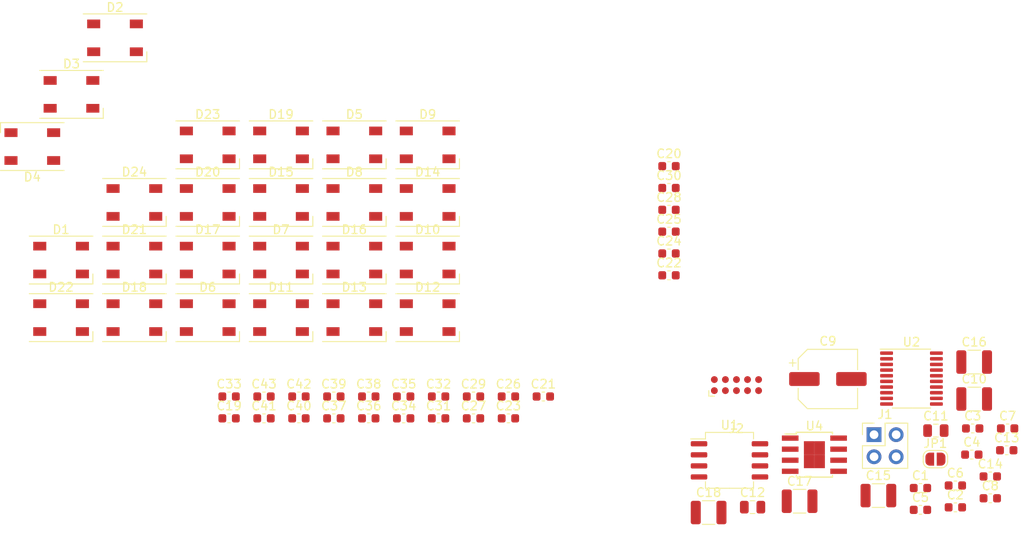
<source format=kicad_pcb>
(kicad_pcb (version 20171130) (host pcbnew 5.1.9)

  (general
    (thickness 1.6)
    (drawings 0)
    (tracks 0)
    (zones 0)
    (modules 73)
    (nets 55)
  )

  (page A4)
  (layers
    (0 F.Cu signal)
    (31 B.Cu signal)
    (32 B.Adhes user)
    (33 F.Adhes user)
    (34 B.Paste user)
    (35 F.Paste user)
    (36 B.SilkS user)
    (37 F.SilkS user)
    (38 B.Mask user)
    (39 F.Mask user)
    (40 Dwgs.User user)
    (41 Cmts.User user)
    (42 Eco1.User user)
    (43 Eco2.User user)
    (44 Edge.Cuts user)
    (45 Margin user)
    (46 B.CrtYd user)
    (47 F.CrtYd user)
    (48 B.Fab user)
    (49 F.Fab user)
  )

  (setup
    (last_trace_width 0.25)
    (trace_clearance 0.2)
    (zone_clearance 0.508)
    (zone_45_only no)
    (trace_min 0.2)
    (via_size 0.8)
    (via_drill 0.4)
    (via_min_size 0.4)
    (via_min_drill 0.3)
    (uvia_size 0.3)
    (uvia_drill 0.1)
    (uvias_allowed no)
    (uvia_min_size 0.2)
    (uvia_min_drill 0.1)
    (edge_width 0.05)
    (segment_width 0.2)
    (pcb_text_width 0.3)
    (pcb_text_size 1.5 1.5)
    (mod_edge_width 0.12)
    (mod_text_size 1 1)
    (mod_text_width 0.15)
    (pad_size 1.524 1.524)
    (pad_drill 0.762)
    (pad_to_mask_clearance 0)
    (aux_axis_origin 0 0)
    (visible_elements FFFFFF7F)
    (pcbplotparams
      (layerselection 0x010fc_ffffffff)
      (usegerberextensions false)
      (usegerberattributes true)
      (usegerberadvancedattributes true)
      (creategerberjobfile true)
      (excludeedgelayer true)
      (linewidth 0.100000)
      (plotframeref false)
      (viasonmask false)
      (mode 1)
      (useauxorigin false)
      (hpglpennumber 1)
      (hpglpenspeed 20)
      (hpglpendiameter 15.000000)
      (psnegative false)
      (psa4output false)
      (plotreference true)
      (plotvalue true)
      (plotinvisibletext false)
      (padsonsilk false)
      (subtractmaskfromsilk false)
      (outputformat 1)
      (mirror false)
      (drillshape 1)
      (scaleselection 1)
      (outputdirectory ""))
  )

  (net 0 "")
  (net 1 GND)
  (net 2 +3V3)
  (net 3 /TIM3_CH1)
  (net 4 /TIM3_CH2)
  (net 5 "Net-(C7-Pad1)")
  (net 6 "Net-(C8-Pad1)")
  (net 7 +12V)
  (net 8 +5V)
  (net 9 "Net-(D1-Pad4)")
  (net 10 "Net-(D1-Pad2)")
  (net 11 "Net-(D2-Pad4)")
  (net 12 "Net-(D2-Pad2)")
  (net 13 "Net-(D3-Pad4)")
  (net 14 "Net-(D22-Pad4)")
  (net 15 "Net-(D4-Pad4)")
  (net 16 "Net-(D23-Pad4)")
  (net 17 "Net-(D5-Pad4)")
  (net 18 "Net-(D10-Pad2)")
  (net 19 "Net-(D11-Pad2)")
  (net 20 "Net-(D12-Pad2)")
  (net 21 "Net-(D13-Pad2)")
  (net 22 "Net-(D10-Pad4)")
  (net 23 "Net-(D11-Pad4)")
  (net 24 "Net-(D12-Pad4)")
  (net 25 "Net-(D13-Pad4)")
  (net 26 "Net-(D14-Pad4)")
  (net 27 "Net-(D15-Pad4)")
  (net 28 "Net-(D16-Pad4)")
  (net 29 "Net-(D17-Pad4)")
  (net 30 "Net-(D18-Pad4)")
  (net 31 "Net-(D19-Pad4)")
  (net 32 "Net-(D20-Pad4)")
  (net 33 "Net-(D24-Pad4)")
  (net 34 /DMX+)
  (net 35 /DMX-)
  (net 36 /~RESET)
  (net 37 /STM_RX)
  (net 38 "Net-(J2-Pad8)")
  (net 39 /STM_TX)
  (net 40 "Net-(J2-Pad6)")
  (net 41 "Net-(J2-Pad5)")
  (net 42 /SWCLK)
  (net 43 /SWDIO)
  (net 44 /DMX_TXEN)
  (net 45 /DMX_~RXEN)
  (net 46 "Net-(R7-Pad2)")
  (net 47 "/LED Grave/SK6812_DATA_IN")
  (net 48 "Net-(U2-Pad9)")
  (net 49 "Net-(U2-Pad8)")
  (net 50 "Net-(U2-Pad7)")
  (net 51 /BUTTON)
  (net 52 "Net-(R4-Pad1)")
  (net 53 "Net-(L1-Pad1)")
  (net 54 "Net-(R8-Pad2)")

  (net_class Default "This is the default net class."
    (clearance 0.2)
    (trace_width 0.25)
    (via_dia 0.8)
    (via_drill 0.4)
    (uvia_dia 0.3)
    (uvia_drill 0.1)
    (add_net +12V)
    (add_net +3V3)
    (add_net +5V)
    (add_net /BUTTON)
    (add_net /DMX+)
    (add_net /DMX-)
    (add_net /DMX_TXEN)
    (add_net /DMX_~RXEN)
    (add_net "/LED Grave/SK6812_DATA_IN")
    (add_net /STM_RX)
    (add_net /STM_TX)
    (add_net /SWCLK)
    (add_net /SWDIO)
    (add_net /TIM3_CH1)
    (add_net /TIM3_CH2)
    (add_net /~RESET)
    (add_net GND)
    (add_net "Net-(C7-Pad1)")
    (add_net "Net-(C8-Pad1)")
    (add_net "Net-(D1-Pad2)")
    (add_net "Net-(D1-Pad4)")
    (add_net "Net-(D10-Pad2)")
    (add_net "Net-(D10-Pad4)")
    (add_net "Net-(D11-Pad2)")
    (add_net "Net-(D11-Pad4)")
    (add_net "Net-(D12-Pad2)")
    (add_net "Net-(D12-Pad4)")
    (add_net "Net-(D13-Pad2)")
    (add_net "Net-(D13-Pad4)")
    (add_net "Net-(D14-Pad4)")
    (add_net "Net-(D15-Pad4)")
    (add_net "Net-(D16-Pad4)")
    (add_net "Net-(D17-Pad4)")
    (add_net "Net-(D18-Pad4)")
    (add_net "Net-(D19-Pad4)")
    (add_net "Net-(D2-Pad2)")
    (add_net "Net-(D2-Pad4)")
    (add_net "Net-(D20-Pad4)")
    (add_net "Net-(D22-Pad4)")
    (add_net "Net-(D23-Pad4)")
    (add_net "Net-(D24-Pad4)")
    (add_net "Net-(D3-Pad4)")
    (add_net "Net-(D4-Pad4)")
    (add_net "Net-(D5-Pad4)")
    (add_net "Net-(J2-Pad5)")
    (add_net "Net-(J2-Pad6)")
    (add_net "Net-(J2-Pad8)")
    (add_net "Net-(L1-Pad1)")
    (add_net "Net-(R4-Pad1)")
    (add_net "Net-(R7-Pad2)")
    (add_net "Net-(R8-Pad2)")
    (add_net "Net-(U2-Pad7)")
    (add_net "Net-(U2-Pad8)")
    (add_net "Net-(U2-Pad9)")
  )

  (module Package_SO:TI_SO-PowerPAD-8 (layer F.Cu) (tedit 5A02F2D3) (tstamp 6006D68C)
    (at 167.07 74.17)
    (descr "8-Lead Plastic PSOP, Exposed Die Pad (TI DDA0008B, see http://www.ti.com/lit/ds/symlink/lm3404.pdf)")
    (tags "SSOP 0.50 exposed pad")
    (path /6009A495)
    (attr smd)
    (fp_text reference U4 (at 0 -3.3) (layer F.SilkS)
      (effects (font (size 1 1) (thickness 0.15)))
    )
    (fp_text value ST1S10PHR (at 0 3.4) (layer F.Fab)
      (effects (font (size 1 1) (thickness 0.15)))
    )
    (fp_text user %R (at 0 0) (layer F.Fab)
      (effects (font (size 1 1) (thickness 0.15)))
    )
    (fp_line (start -0.95 -2.45) (end 1.95 -2.45) (layer F.Fab) (width 0.15))
    (fp_line (start 1.95 -2.45) (end 1.95 2.45) (layer F.Fab) (width 0.15))
    (fp_line (start 1.95 2.45) (end -1.95 2.45) (layer F.Fab) (width 0.15))
    (fp_line (start -1.95 2.45) (end -1.95 -1.45) (layer F.Fab) (width 0.15))
    (fp_line (start -1.95 -1.45) (end -0.95 -2.45) (layer F.Fab) (width 0.15))
    (fp_line (start -4 -2.7) (end -4 2.7) (layer F.CrtYd) (width 0.05))
    (fp_line (start 4 -2.7) (end 4 2.7) (layer F.CrtYd) (width 0.05))
    (fp_line (start -4 -2.7) (end 4 -2.7) (layer F.CrtYd) (width 0.05))
    (fp_line (start -4 2.7) (end 4 2.7) (layer F.CrtYd) (width 0.05))
    (fp_line (start -2.075 -2.575) (end -2.075 -2.375) (layer F.SilkS) (width 0.15))
    (fp_line (start 2.075 -2.575) (end 2.075 -2.375) (layer F.SilkS) (width 0.15))
    (fp_line (start 2.075 2.575) (end 2.075 2.375) (layer F.SilkS) (width 0.15))
    (fp_line (start -2.075 2.575) (end -2.075 2.375) (layer F.SilkS) (width 0.15))
    (fp_line (start -2.075 -2.575) (end 2.075 -2.575) (layer F.SilkS) (width 0.15))
    (fp_line (start -2.075 2.575) (end 2.075 2.575) (layer F.SilkS) (width 0.15))
    (fp_line (start -2.075 -2.375) (end -3.375 -2.375) (layer F.SilkS) (width 0.15))
    (pad 9 smd rect (at -0.6025 -0.775) (size 1.205 1.55) (layers F.Cu F.Paste F.Mask)
      (net 1 GND) (solder_paste_margin_ratio -0.2))
    (pad 9 smd rect (at -0.6025 0.775) (size 1.205 1.55) (layers F.Cu F.Paste F.Mask)
      (net 1 GND) (solder_paste_margin_ratio -0.2))
    (pad 9 smd rect (at 0.6025 -0.775) (size 1.205 1.55) (layers F.Cu F.Paste F.Mask)
      (net 1 GND) (solder_paste_margin_ratio -0.2))
    (pad 9 smd rect (at 0.6025 0.775) (size 1.205 1.55) (layers F.Cu F.Paste F.Mask)
      (net 1 GND) (solder_paste_margin_ratio -0.2))
    (pad 8 smd rect (at 2.78 -1.905) (size 1.91 0.61) (layers F.Cu F.Paste F.Mask)
      (net 1 GND))
    (pad 7 smd rect (at 2.78 -0.635) (size 1.91 0.61) (layers F.Cu F.Paste F.Mask)
      (net 53 "Net-(L1-Pad1)"))
    (pad 6 smd rect (at 2.78 0.635) (size 1.91 0.61) (layers F.Cu F.Paste F.Mask)
      (net 7 +12V))
    (pad 5 smd rect (at 2.78 1.905) (size 1.91 0.61) (layers F.Cu F.Paste F.Mask)
      (net 1 GND))
    (pad 4 smd rect (at -2.78 1.905) (size 1.91 0.61) (layers F.Cu F.Paste F.Mask)
      (net 1 GND))
    (pad 3 smd rect (at -2.78 0.635) (size 1.91 0.61) (layers F.Cu F.Paste F.Mask)
      (net 54 "Net-(R8-Pad2)"))
    (pad 2 smd rect (at -2.78 -0.635) (size 1.91 0.61) (layers F.Cu F.Paste F.Mask)
      (net 7 +12V))
    (pad 1 smd rect (at -2.78 -1.905) (size 1.91 0.61) (layers F.Cu F.Paste F.Mask)
      (net 7 +12V))
    (model ${KISYS3DMOD}/Package_SO.3dshapes/TI_SO-PowerPAD-8.wrl
      (at (xyz 0 0 0))
      (scale (xyz 1 1 1))
      (rotate (xyz 0 0 0))
    )
  )

  (module Package_SO:TSSOP-20_4.4x6.5mm_P0.65mm (layer F.Cu) (tedit 5E476F32) (tstamp 6006D66B)
    (at 178.22 65.42)
    (descr "TSSOP, 20 Pin (JEDEC MO-153 Var AC https://www.jedec.org/document_search?search_api_views_fulltext=MO-153), generated with kicad-footprint-generator ipc_gullwing_generator.py")
    (tags "TSSOP SO")
    (path /5FFCA58E)
    (attr smd)
    (fp_text reference U2 (at 0 -4.2) (layer F.SilkS)
      (effects (font (size 1 1) (thickness 0.15)))
    )
    (fp_text value STM32F030F4Px (at 0 4.2) (layer F.Fab)
      (effects (font (size 1 1) (thickness 0.15)))
    )
    (fp_text user %R (at 0 0) (layer F.Fab)
      (effects (font (size 1 1) (thickness 0.15)))
    )
    (fp_line (start 0 3.385) (end 2.2 3.385) (layer F.SilkS) (width 0.12))
    (fp_line (start 0 3.385) (end -2.2 3.385) (layer F.SilkS) (width 0.12))
    (fp_line (start 0 -3.385) (end 2.2 -3.385) (layer F.SilkS) (width 0.12))
    (fp_line (start 0 -3.385) (end -3.6 -3.385) (layer F.SilkS) (width 0.12))
    (fp_line (start -1.2 -3.25) (end 2.2 -3.25) (layer F.Fab) (width 0.1))
    (fp_line (start 2.2 -3.25) (end 2.2 3.25) (layer F.Fab) (width 0.1))
    (fp_line (start 2.2 3.25) (end -2.2 3.25) (layer F.Fab) (width 0.1))
    (fp_line (start -2.2 3.25) (end -2.2 -2.25) (layer F.Fab) (width 0.1))
    (fp_line (start -2.2 -2.25) (end -1.2 -3.25) (layer F.Fab) (width 0.1))
    (fp_line (start -3.85 -3.5) (end -3.85 3.5) (layer F.CrtYd) (width 0.05))
    (fp_line (start -3.85 3.5) (end 3.85 3.5) (layer F.CrtYd) (width 0.05))
    (fp_line (start 3.85 3.5) (end 3.85 -3.5) (layer F.CrtYd) (width 0.05))
    (fp_line (start 3.85 -3.5) (end -3.85 -3.5) (layer F.CrtYd) (width 0.05))
    (pad 20 smd roundrect (at 2.8625 -2.925) (size 1.475 0.4) (layers F.Cu F.Paste F.Mask) (roundrect_rratio 0.25)
      (net 42 /SWCLK))
    (pad 19 smd roundrect (at 2.8625 -2.275) (size 1.475 0.4) (layers F.Cu F.Paste F.Mask) (roundrect_rratio 0.25)
      (net 43 /SWDIO))
    (pad 18 smd roundrect (at 2.8625 -1.625) (size 1.475 0.4) (layers F.Cu F.Paste F.Mask) (roundrect_rratio 0.25)
      (net 37 /STM_RX))
    (pad 17 smd roundrect (at 2.8625 -0.975) (size 1.475 0.4) (layers F.Cu F.Paste F.Mask) (roundrect_rratio 0.25)
      (net 39 /STM_TX))
    (pad 16 smd roundrect (at 2.8625 -0.325) (size 1.475 0.4) (layers F.Cu F.Paste F.Mask) (roundrect_rratio 0.25)
      (net 2 +3V3))
    (pad 15 smd roundrect (at 2.8625 0.325) (size 1.475 0.4) (layers F.Cu F.Paste F.Mask) (roundrect_rratio 0.25)
      (net 1 GND))
    (pad 14 smd roundrect (at 2.8625 0.975) (size 1.475 0.4) (layers F.Cu F.Paste F.Mask) (roundrect_rratio 0.25)
      (net 47 "/LED Grave/SK6812_DATA_IN"))
    (pad 13 smd roundrect (at 2.8625 1.625) (size 1.475 0.4) (layers F.Cu F.Paste F.Mask) (roundrect_rratio 0.25)
      (net 4 /TIM3_CH2))
    (pad 12 smd roundrect (at 2.8625 2.275) (size 1.475 0.4) (layers F.Cu F.Paste F.Mask) (roundrect_rratio 0.25)
      (net 3 /TIM3_CH1))
    (pad 11 smd roundrect (at 2.8625 2.925) (size 1.475 0.4) (layers F.Cu F.Paste F.Mask) (roundrect_rratio 0.25)
      (net 45 /DMX_~RXEN))
    (pad 10 smd roundrect (at -2.8625 2.925) (size 1.475 0.4) (layers F.Cu F.Paste F.Mask) (roundrect_rratio 0.25)
      (net 44 /DMX_TXEN))
    (pad 9 smd roundrect (at -2.8625 2.275) (size 1.475 0.4) (layers F.Cu F.Paste F.Mask) (roundrect_rratio 0.25)
      (net 48 "Net-(U2-Pad9)"))
    (pad 8 smd roundrect (at -2.8625 1.625) (size 1.475 0.4) (layers F.Cu F.Paste F.Mask) (roundrect_rratio 0.25)
      (net 49 "Net-(U2-Pad8)"))
    (pad 7 smd roundrect (at -2.8625 0.975) (size 1.475 0.4) (layers F.Cu F.Paste F.Mask) (roundrect_rratio 0.25)
      (net 50 "Net-(U2-Pad7)"))
    (pad 6 smd roundrect (at -2.8625 0.325) (size 1.475 0.4) (layers F.Cu F.Paste F.Mask) (roundrect_rratio 0.25)
      (net 51 /BUTTON))
    (pad 5 smd roundrect (at -2.8625 -0.325) (size 1.475 0.4) (layers F.Cu F.Paste F.Mask) (roundrect_rratio 0.25)
      (net 2 +3V3))
    (pad 4 smd roundrect (at -2.8625 -0.975) (size 1.475 0.4) (layers F.Cu F.Paste F.Mask) (roundrect_rratio 0.25)
      (net 36 /~RESET))
    (pad 3 smd roundrect (at -2.8625 -1.625) (size 1.475 0.4) (layers F.Cu F.Paste F.Mask) (roundrect_rratio 0.25)
      (net 52 "Net-(R4-Pad1)"))
    (pad 2 smd roundrect (at -2.8625 -2.275) (size 1.475 0.4) (layers F.Cu F.Paste F.Mask) (roundrect_rratio 0.25)
      (net 5 "Net-(C7-Pad1)"))
    (pad 1 smd roundrect (at -2.8625 -2.925) (size 1.475 0.4) (layers F.Cu F.Paste F.Mask) (roundrect_rratio 0.25)
      (net 41 "Net-(J2-Pad5)"))
    (model ${KISYS3DMOD}/Package_SO.3dshapes/TSSOP-20_4.4x6.5mm_P0.65mm.wrl
      (at (xyz 0 0 0))
      (scale (xyz 1 1 1))
      (rotate (xyz 0 0 0))
    )
  )

  (module Package_SO:SO-8_5.3x6.2mm_P1.27mm (layer F.Cu) (tedit 5EA5315B) (tstamp 6006D645)
    (at 157.32 74.82)
    (descr "SO, 8 Pin (https://www.ti.com/lit/ml/msop001a/msop001a.pdf), generated with kicad-footprint-generator ipc_gullwing_generator.py")
    (tags "SO SO")
    (path /60052EC8)
    (attr smd)
    (fp_text reference U1 (at 0 -4.05) (layer F.SilkS)
      (effects (font (size 1 1) (thickness 0.15)))
    )
    (fp_text value ST3485E (at 0 4.05) (layer F.Fab)
      (effects (font (size 1 1) (thickness 0.15)))
    )
    (fp_text user %R (at 0 0) (layer F.Fab)
      (effects (font (size 1 1) (thickness 0.15)))
    )
    (fp_line (start 0 3.21) (end 2.76 3.21) (layer F.SilkS) (width 0.12))
    (fp_line (start 2.76 3.21) (end 2.76 2.465) (layer F.SilkS) (width 0.12))
    (fp_line (start 0 3.21) (end -2.76 3.21) (layer F.SilkS) (width 0.12))
    (fp_line (start -2.76 3.21) (end -2.76 2.465) (layer F.SilkS) (width 0.12))
    (fp_line (start 0 -3.21) (end 2.76 -3.21) (layer F.SilkS) (width 0.12))
    (fp_line (start 2.76 -3.21) (end 2.76 -2.465) (layer F.SilkS) (width 0.12))
    (fp_line (start 0 -3.21) (end -2.76 -3.21) (layer F.SilkS) (width 0.12))
    (fp_line (start -2.76 -3.21) (end -2.76 -2.465) (layer F.SilkS) (width 0.12))
    (fp_line (start -2.76 -2.465) (end -4.45 -2.465) (layer F.SilkS) (width 0.12))
    (fp_line (start -1.65 -3.1) (end 2.65 -3.1) (layer F.Fab) (width 0.1))
    (fp_line (start 2.65 -3.1) (end 2.65 3.1) (layer F.Fab) (width 0.1))
    (fp_line (start 2.65 3.1) (end -2.65 3.1) (layer F.Fab) (width 0.1))
    (fp_line (start -2.65 3.1) (end -2.65 -2.1) (layer F.Fab) (width 0.1))
    (fp_line (start -2.65 -2.1) (end -1.65 -3.1) (layer F.Fab) (width 0.1))
    (fp_line (start -4.7 -3.35) (end -4.7 3.35) (layer F.CrtYd) (width 0.05))
    (fp_line (start -4.7 3.35) (end 4.7 3.35) (layer F.CrtYd) (width 0.05))
    (fp_line (start 4.7 3.35) (end 4.7 -3.35) (layer F.CrtYd) (width 0.05))
    (fp_line (start 4.7 -3.35) (end -4.7 -3.35) (layer F.CrtYd) (width 0.05))
    (pad 8 smd roundrect (at 3.5 -1.905) (size 1.9 0.6) (layers F.Cu F.Paste F.Mask) (roundrect_rratio 0.25)
      (net 2 +3V3))
    (pad 7 smd roundrect (at 3.5 -0.635) (size 1.9 0.6) (layers F.Cu F.Paste F.Mask) (roundrect_rratio 0.25)
      (net 35 /DMX-))
    (pad 6 smd roundrect (at 3.5 0.635) (size 1.9 0.6) (layers F.Cu F.Paste F.Mask) (roundrect_rratio 0.25)
      (net 34 /DMX+))
    (pad 5 smd roundrect (at 3.5 1.905) (size 1.9 0.6) (layers F.Cu F.Paste F.Mask) (roundrect_rratio 0.25)
      (net 1 GND))
    (pad 4 smd roundrect (at -3.5 1.905) (size 1.9 0.6) (layers F.Cu F.Paste F.Mask) (roundrect_rratio 0.25)
      (net 39 /STM_TX))
    (pad 3 smd roundrect (at -3.5 0.635) (size 1.9 0.6) (layers F.Cu F.Paste F.Mask) (roundrect_rratio 0.25)
      (net 44 /DMX_TXEN))
    (pad 2 smd roundrect (at -3.5 -0.635) (size 1.9 0.6) (layers F.Cu F.Paste F.Mask) (roundrect_rratio 0.25)
      (net 45 /DMX_~RXEN))
    (pad 1 smd roundrect (at -3.5 -1.905) (size 1.9 0.6) (layers F.Cu F.Paste F.Mask) (roundrect_rratio 0.25)
      (net 46 "Net-(R7-Pad2)"))
    (model ${KISYS3DMOD}/Package_SO.3dshapes/SO-8_5.3x6.2mm_P1.27mm.wrl
      (at (xyz 0 0 0))
      (scale (xyz 1 1 1))
      (rotate (xyz 0 0 0))
    )
  )

  (module Jumper:SolderJumper-2_P1.3mm_Open_RoundedPad1.0x1.5mm (layer F.Cu) (tedit 5B391E66) (tstamp 6006D626)
    (at 180.97 74.68)
    (descr "SMD Solder Jumper, 1x1.5mm, rounded Pads, 0.3mm gap, open")
    (tags "solder jumper open")
    (path /5FFD9E07)
    (attr virtual)
    (fp_text reference JP1 (at 0 -1.8) (layer F.SilkS)
      (effects (font (size 1 1) (thickness 0.15)))
    )
    (fp_text value BOOT0 (at 0 1.9) (layer F.Fab)
      (effects (font (size 1 1) (thickness 0.15)))
    )
    (fp_arc (start -0.7 -0.3) (end -0.7 -1) (angle -90) (layer F.SilkS) (width 0.12))
    (fp_arc (start -0.7 0.3) (end -1.4 0.3) (angle -90) (layer F.SilkS) (width 0.12))
    (fp_arc (start 0.7 0.3) (end 0.7 1) (angle -90) (layer F.SilkS) (width 0.12))
    (fp_arc (start 0.7 -0.3) (end 1.4 -0.3) (angle -90) (layer F.SilkS) (width 0.12))
    (fp_line (start -1.4 0.3) (end -1.4 -0.3) (layer F.SilkS) (width 0.12))
    (fp_line (start 0.7 1) (end -0.7 1) (layer F.SilkS) (width 0.12))
    (fp_line (start 1.4 -0.3) (end 1.4 0.3) (layer F.SilkS) (width 0.12))
    (fp_line (start -0.7 -1) (end 0.7 -1) (layer F.SilkS) (width 0.12))
    (fp_line (start -1.65 -1.25) (end 1.65 -1.25) (layer F.CrtYd) (width 0.05))
    (fp_line (start -1.65 -1.25) (end -1.65 1.25) (layer F.CrtYd) (width 0.05))
    (fp_line (start 1.65 1.25) (end 1.65 -1.25) (layer F.CrtYd) (width 0.05))
    (fp_line (start 1.65 1.25) (end -1.65 1.25) (layer F.CrtYd) (width 0.05))
    (pad 2 smd custom (at 0.65 0) (size 1 0.5) (layers F.Cu F.Mask)
      (net 2 +3V3) (zone_connect 2)
      (options (clearance outline) (anchor rect))
      (primitives
        (gr_circle (center 0 0.25) (end 0.5 0.25) (width 0))
        (gr_circle (center 0 -0.25) (end 0.5 -0.25) (width 0))
        (gr_poly (pts
           (xy 0 -0.75) (xy -0.5 -0.75) (xy -0.5 0.75) (xy 0 0.75)) (width 0))
      ))
    (pad 1 smd custom (at -0.65 0) (size 1 0.5) (layers F.Cu F.Mask)
      (net 41 "Net-(J2-Pad5)") (zone_connect 2)
      (options (clearance outline) (anchor rect))
      (primitives
        (gr_circle (center 0 0.25) (end 0.5 0.25) (width 0))
        (gr_circle (center 0 -0.25) (end 0.5 -0.25) (width 0))
        (gr_poly (pts
           (xy 0 -0.75) (xy 0.5 -0.75) (xy 0.5 0.75) (xy 0 0.75)) (width 0))
      ))
  )

  (module Connector:Tag-Connect_TC2050-IDC-FP_2x05_P1.27mm_Vertical (layer F.Cu) (tedit 5A29CEC3) (tstamp 6006D614)
    (at 158.12 66.17)
    (descr "Tag-Connect programming header; http://www.tag-connect.com/Materials/TC2050-IDC-430%20Datasheet.pdf")
    (tags "tag connect programming header pogo pins")
    (path /5FFD0C02)
    (attr virtual)
    (fp_text reference J2 (at 0 5) (layer F.SilkS)
      (effects (font (size 1 1) (thickness 0.15)))
    )
    (fp_text value 10PIN_JTAG_SWD (at 0 -4.8) (layer F.Fab)
      (effects (font (size 1 1) (thickness 0.15)))
    )
    (fp_text user KEEPOUT (at 0 0) (layer Cmts.User)
      (effects (font (size 0.4 0.4) (thickness 0.07)))
    )
    (fp_text user %R (at 0 0) (layer F.Fab)
      (effects (font (size 1 1) (thickness 0.15)))
    )
    (fp_line (start -3.175 1.27) (end -3.175 0.635) (layer F.SilkS) (width 0.12))
    (fp_line (start -2.54 1.27) (end -3.175 1.27) (layer F.SilkS) (width 0.12))
    (fp_line (start -5.5 4.25) (end -5.5 -4.25) (layer F.CrtYd) (width 0.05))
    (fp_line (start 4.75 4.25) (end -5.5 4.25) (layer F.CrtYd) (width 0.05))
    (fp_line (start 4.75 -4.25) (end 4.75 4.25) (layer F.CrtYd) (width 0.05))
    (fp_line (start -5.5 -4.25) (end 4.75 -4.25) (layer F.CrtYd) (width 0.05))
    (fp_line (start -2.54 0.635) (end -2.54 -0.635) (layer Dwgs.User) (width 0.1))
    (fp_line (start 2.54 0.635) (end -2.54 0.635) (layer Dwgs.User) (width 0.1))
    (fp_line (start 2.54 -0.635) (end 2.54 0.635) (layer Dwgs.User) (width 0.1))
    (fp_line (start -2.54 -0.635) (end 2.54 -0.635) (layer Dwgs.User) (width 0.1))
    (fp_line (start -2.54 0.635) (end -1.27 -0.635) (layer Dwgs.User) (width 0.1))
    (fp_line (start -2.54 0) (end -1.905 -0.635) (layer Dwgs.User) (width 0.1))
    (fp_line (start -1.905 0.635) (end -0.635 -0.635) (layer Dwgs.User) (width 0.1))
    (fp_line (start -1.27 0.635) (end 0 -0.635) (layer Dwgs.User) (width 0.1))
    (fp_line (start 1.905 0.635) (end 2.54 0) (layer Dwgs.User) (width 0.1))
    (fp_line (start -0.635 0.635) (end 0.635 -0.635) (layer Dwgs.User) (width 0.1))
    (fp_line (start 0 0.635) (end 1.27 -0.635) (layer Dwgs.User) (width 0.1))
    (fp_line (start 0.635 0.635) (end 1.905 -0.635) (layer Dwgs.User) (width 0.1))
    (fp_line (start 1.27 0.635) (end 2.54 -0.635) (layer Dwgs.User) (width 0.1))
    (pad "" np_thru_hole circle (at 1.905 -2.54) (size 2.3749 2.3749) (drill 2.3749) (layers *.Cu *.Mask))
    (pad "" np_thru_hole circle (at 1.905 2.54) (size 2.3749 2.3749) (drill 2.3749) (layers *.Cu *.Mask))
    (pad "" np_thru_hole circle (at -3.81 2.54) (size 2.3749 2.3749) (drill 2.3749) (layers *.Cu *.Mask))
    (pad "" np_thru_hole circle (at -3.81 -2.54) (size 2.3749 2.3749) (drill 2.3749) (layers *.Cu *.Mask))
    (pad 10 connect circle (at -2.54 -0.635) (size 0.7874 0.7874) (layers F.Cu F.Mask)
      (net 36 /~RESET))
    (pad 9 connect circle (at -1.27 -0.635) (size 0.7874 0.7874) (layers F.Cu F.Mask)
      (net 37 /STM_RX))
    (pad 8 connect circle (at 0 -0.635) (size 0.7874 0.7874) (layers F.Cu F.Mask)
      (net 38 "Net-(J2-Pad8)"))
    (pad 7 connect circle (at 1.27 -0.635) (size 0.7874 0.7874) (layers F.Cu F.Mask)
      (net 39 /STM_TX))
    (pad 6 connect circle (at 2.54 -0.635) (size 0.7874 0.7874) (layers F.Cu F.Mask)
      (net 40 "Net-(J2-Pad6)"))
    (pad 5 connect circle (at 2.54 0.635) (size 0.7874 0.7874) (layers F.Cu F.Mask)
      (net 41 "Net-(J2-Pad5)"))
    (pad 4 connect circle (at 1.27 0.635) (size 0.7874 0.7874) (layers F.Cu F.Mask)
      (net 42 /SWCLK))
    (pad 3 connect circle (at 0 0.635) (size 0.7874 0.7874) (layers F.Cu F.Mask)
      (net 1 GND))
    (pad 2 connect circle (at -1.27 0.635) (size 0.7874 0.7874) (layers F.Cu F.Mask)
      (net 43 /SWDIO))
    (pad 1 connect circle (at -2.54 0.635) (size 0.7874 0.7874) (layers F.Cu F.Mask)
      (net 2 +3V3))
    (pad "" np_thru_hole circle (at -3.81 0) (size 0.9906 0.9906) (drill 0.9906) (layers *.Cu *.Mask))
    (pad "" np_thru_hole circle (at 3.81 1.016) (size 0.9906 0.9906) (drill 0.9906) (layers *.Cu *.Mask))
    (pad "" np_thru_hole circle (at 3.81 -1.016) (size 0.9906 0.9906) (drill 0.9906) (layers *.Cu *.Mask))
  )

  (module Connector_PinHeader_2.54mm:PinHeader_2x02_P2.54mm_Vertical (layer F.Cu) (tedit 59FED5CC) (tstamp 6006D5EA)
    (at 173.92 71.87)
    (descr "Through hole straight pin header, 2x02, 2.54mm pitch, double rows")
    (tags "Through hole pin header THT 2x02 2.54mm double row")
    (path /6006F983)
    (fp_text reference J1 (at 1.27 -2.33) (layer F.SilkS)
      (effects (font (size 1 1) (thickness 0.15)))
    )
    (fp_text value XLR4 (at 1.27 4.87) (layer F.Fab)
      (effects (font (size 1 1) (thickness 0.15)))
    )
    (fp_text user %R (at 1.27 1.27 90) (layer F.Fab)
      (effects (font (size 1 1) (thickness 0.15)))
    )
    (fp_line (start 0 -1.27) (end 3.81 -1.27) (layer F.Fab) (width 0.1))
    (fp_line (start 3.81 -1.27) (end 3.81 3.81) (layer F.Fab) (width 0.1))
    (fp_line (start 3.81 3.81) (end -1.27 3.81) (layer F.Fab) (width 0.1))
    (fp_line (start -1.27 3.81) (end -1.27 0) (layer F.Fab) (width 0.1))
    (fp_line (start -1.27 0) (end 0 -1.27) (layer F.Fab) (width 0.1))
    (fp_line (start -1.33 3.87) (end 3.87 3.87) (layer F.SilkS) (width 0.12))
    (fp_line (start -1.33 1.27) (end -1.33 3.87) (layer F.SilkS) (width 0.12))
    (fp_line (start 3.87 -1.33) (end 3.87 3.87) (layer F.SilkS) (width 0.12))
    (fp_line (start -1.33 1.27) (end 1.27 1.27) (layer F.SilkS) (width 0.12))
    (fp_line (start 1.27 1.27) (end 1.27 -1.33) (layer F.SilkS) (width 0.12))
    (fp_line (start 1.27 -1.33) (end 3.87 -1.33) (layer F.SilkS) (width 0.12))
    (fp_line (start -1.33 0) (end -1.33 -1.33) (layer F.SilkS) (width 0.12))
    (fp_line (start -1.33 -1.33) (end 0 -1.33) (layer F.SilkS) (width 0.12))
    (fp_line (start -1.8 -1.8) (end -1.8 4.35) (layer F.CrtYd) (width 0.05))
    (fp_line (start -1.8 4.35) (end 4.35 4.35) (layer F.CrtYd) (width 0.05))
    (fp_line (start 4.35 4.35) (end 4.35 -1.8) (layer F.CrtYd) (width 0.05))
    (fp_line (start 4.35 -1.8) (end -1.8 -1.8) (layer F.CrtYd) (width 0.05))
    (pad 4 thru_hole oval (at 2.54 2.54) (size 1.7 1.7) (drill 1) (layers *.Cu *.Mask)
      (net 7 +12V))
    (pad 3 thru_hole oval (at 0 2.54) (size 1.7 1.7) (drill 1) (layers *.Cu *.Mask)
      (net 34 /DMX+))
    (pad 2 thru_hole oval (at 2.54 0) (size 1.7 1.7) (drill 1) (layers *.Cu *.Mask)
      (net 35 /DMX-))
    (pad 1 thru_hole rect (at 0 0) (size 1.7 1.7) (drill 1) (layers *.Cu *.Mask)
      (net 1 GND))
    (model ${KISYS3DMOD}/Connector_PinHeader_2.54mm.3dshapes/PinHeader_2x02_P2.54mm_Vertical.wrl
      (at (xyz 0 0 0))
      (scale (xyz 1 1 1))
      (rotate (xyz 0 0 0))
    )
  )

  (module LED_SMD:LED_SK6812_PLCC4_5.0x5.0mm_P3.2mm (layer F.Cu) (tedit 5AA4B263) (tstamp 6006D5D0)
    (at 88.975 45.175)
    (descr https://cdn-shop.adafruit.com/product-files/1138/SK6812+LED+datasheet+.pdf)
    (tags "LED RGB NeoPixel")
    (path /60184A6B/600B9CC5)
    (attr smd)
    (fp_text reference D24 (at 0 -3.5) (layer F.SilkS)
      (effects (font (size 1 1) (thickness 0.15)))
    )
    (fp_text value SK6812 (at 0 4) (layer F.Fab)
      (effects (font (size 1 1) (thickness 0.15)))
    )
    (fp_text user %R (at 0 0) (layer F.Fab)
      (effects (font (size 0.8 0.8) (thickness 0.15)))
    )
    (fp_line (start 3.45 -2.75) (end -3.45 -2.75) (layer F.CrtYd) (width 0.05))
    (fp_line (start 3.45 2.75) (end 3.45 -2.75) (layer F.CrtYd) (width 0.05))
    (fp_line (start -3.45 2.75) (end 3.45 2.75) (layer F.CrtYd) (width 0.05))
    (fp_line (start -3.45 -2.75) (end -3.45 2.75) (layer F.CrtYd) (width 0.05))
    (fp_line (start 2.5 1.5) (end 1.5 2.5) (layer F.Fab) (width 0.1))
    (fp_line (start -2.5 -2.5) (end -2.5 2.5) (layer F.Fab) (width 0.1))
    (fp_line (start -2.5 2.5) (end 2.5 2.5) (layer F.Fab) (width 0.1))
    (fp_line (start 2.5 2.5) (end 2.5 -2.5) (layer F.Fab) (width 0.1))
    (fp_line (start 2.5 -2.5) (end -2.5 -2.5) (layer F.Fab) (width 0.1))
    (fp_line (start -3.65 -2.75) (end 3.65 -2.75) (layer F.SilkS) (width 0.12))
    (fp_line (start -3.65 2.75) (end 3.65 2.75) (layer F.SilkS) (width 0.12))
    (fp_line (start 3.65 2.75) (end 3.65 1.6) (layer F.SilkS) (width 0.12))
    (fp_circle (center 0 0) (end 0 -2) (layer F.Fab) (width 0.1))
    (pad 3 smd rect (at -2.45 -1.6) (size 1.5 1) (layers F.Cu F.Paste F.Mask)
      (net 8 +5V))
    (pad 4 smd rect (at -2.45 1.6) (size 1.5 1) (layers F.Cu F.Paste F.Mask)
      (net 33 "Net-(D24-Pad4)"))
    (pad 2 smd rect (at 2.45 -1.6) (size 1.5 1) (layers F.Cu F.Paste F.Mask)
      (net 32 "Net-(D20-Pad4)"))
    (pad 1 smd rect (at 2.45 1.6) (size 1.5 1) (layers F.Cu F.Paste F.Mask)
      (net 1 GND))
    (model ${KISYS3DMOD}/LED_SMD.3dshapes/LED_SK6812_PLCC4_5.0x5.0mm_P3.2mm.wrl
      (at (xyz 0 0 0))
      (scale (xyz 1 1 1))
      (rotate (xyz 0 0 0))
    )
  )

  (module LED_SMD:LED_SK6812_PLCC4_5.0x5.0mm_P3.2mm (layer F.Cu) (tedit 5AA4B263) (tstamp 6006E151)
    (at 97.395 38.555)
    (descr https://cdn-shop.adafruit.com/product-files/1138/SK6812+LED+datasheet+.pdf)
    (tags "LED RGB NeoPixel")
    (path /60184A6B/6006106B)
    (attr smd)
    (fp_text reference D23 (at 0 -3.5) (layer F.SilkS)
      (effects (font (size 1 1) (thickness 0.15)))
    )
    (fp_text value SK6812 (at 0 4) (layer F.Fab)
      (effects (font (size 1 1) (thickness 0.15)))
    )
    (fp_text user %R (at 0 0) (layer F.Fab)
      (effects (font (size 0.8 0.8) (thickness 0.15)))
    )
    (fp_line (start 3.45 -2.75) (end -3.45 -2.75) (layer F.CrtYd) (width 0.05))
    (fp_line (start 3.45 2.75) (end 3.45 -2.75) (layer F.CrtYd) (width 0.05))
    (fp_line (start -3.45 2.75) (end 3.45 2.75) (layer F.CrtYd) (width 0.05))
    (fp_line (start -3.45 -2.75) (end -3.45 2.75) (layer F.CrtYd) (width 0.05))
    (fp_line (start 2.5 1.5) (end 1.5 2.5) (layer F.Fab) (width 0.1))
    (fp_line (start -2.5 -2.5) (end -2.5 2.5) (layer F.Fab) (width 0.1))
    (fp_line (start -2.5 2.5) (end 2.5 2.5) (layer F.Fab) (width 0.1))
    (fp_line (start 2.5 2.5) (end 2.5 -2.5) (layer F.Fab) (width 0.1))
    (fp_line (start 2.5 -2.5) (end -2.5 -2.5) (layer F.Fab) (width 0.1))
    (fp_line (start -3.65 -2.75) (end 3.65 -2.75) (layer F.SilkS) (width 0.12))
    (fp_line (start -3.65 2.75) (end 3.65 2.75) (layer F.SilkS) (width 0.12))
    (fp_line (start 3.65 2.75) (end 3.65 1.6) (layer F.SilkS) (width 0.12))
    (fp_circle (center 0 0) (end 0 -2) (layer F.Fab) (width 0.1))
    (pad 3 smd rect (at -2.45 -1.6) (size 1.5 1) (layers F.Cu F.Paste F.Mask)
      (net 8 +5V))
    (pad 4 smd rect (at -2.45 1.6) (size 1.5 1) (layers F.Cu F.Paste F.Mask)
      (net 16 "Net-(D23-Pad4)"))
    (pad 2 smd rect (at 2.45 -1.6) (size 1.5 1) (layers F.Cu F.Paste F.Mask)
      (net 31 "Net-(D19-Pad4)"))
    (pad 1 smd rect (at 2.45 1.6) (size 1.5 1) (layers F.Cu F.Paste F.Mask)
      (net 1 GND))
    (model ${KISYS3DMOD}/LED_SMD.3dshapes/LED_SK6812_PLCC4_5.0x5.0mm_P3.2mm.wrl
      (at (xyz 0 0 0))
      (scale (xyz 1 1 1))
      (rotate (xyz 0 0 0))
    )
  )

  (module LED_SMD:LED_SK6812_PLCC4_5.0x5.0mm_P3.2mm (layer F.Cu) (tedit 5AA4B263) (tstamp 6006D5A4)
    (at 80.555 58.415)
    (descr https://cdn-shop.adafruit.com/product-files/1138/SK6812+LED+datasheet+.pdf)
    (tags "LED RGB NeoPixel")
    (path /60184A6B/6003F790)
    (attr smd)
    (fp_text reference D22 (at 0 -3.5) (layer F.SilkS)
      (effects (font (size 1 1) (thickness 0.15)))
    )
    (fp_text value SK6812 (at 0 4) (layer F.Fab)
      (effects (font (size 1 1) (thickness 0.15)))
    )
    (fp_text user %R (at 0 0) (layer F.Fab)
      (effects (font (size 0.8 0.8) (thickness 0.15)))
    )
    (fp_line (start 3.45 -2.75) (end -3.45 -2.75) (layer F.CrtYd) (width 0.05))
    (fp_line (start 3.45 2.75) (end 3.45 -2.75) (layer F.CrtYd) (width 0.05))
    (fp_line (start -3.45 2.75) (end 3.45 2.75) (layer F.CrtYd) (width 0.05))
    (fp_line (start -3.45 -2.75) (end -3.45 2.75) (layer F.CrtYd) (width 0.05))
    (fp_line (start 2.5 1.5) (end 1.5 2.5) (layer F.Fab) (width 0.1))
    (fp_line (start -2.5 -2.5) (end -2.5 2.5) (layer F.Fab) (width 0.1))
    (fp_line (start -2.5 2.5) (end 2.5 2.5) (layer F.Fab) (width 0.1))
    (fp_line (start 2.5 2.5) (end 2.5 -2.5) (layer F.Fab) (width 0.1))
    (fp_line (start 2.5 -2.5) (end -2.5 -2.5) (layer F.Fab) (width 0.1))
    (fp_line (start -3.65 -2.75) (end 3.65 -2.75) (layer F.SilkS) (width 0.12))
    (fp_line (start -3.65 2.75) (end 3.65 2.75) (layer F.SilkS) (width 0.12))
    (fp_line (start 3.65 2.75) (end 3.65 1.6) (layer F.SilkS) (width 0.12))
    (fp_circle (center 0 0) (end 0 -2) (layer F.Fab) (width 0.1))
    (pad 3 smd rect (at -2.45 -1.6) (size 1.5 1) (layers F.Cu F.Paste F.Mask)
      (net 8 +5V))
    (pad 4 smd rect (at -2.45 1.6) (size 1.5 1) (layers F.Cu F.Paste F.Mask)
      (net 14 "Net-(D22-Pad4)"))
    (pad 2 smd rect (at 2.45 -1.6) (size 1.5 1) (layers F.Cu F.Paste F.Mask)
      (net 30 "Net-(D18-Pad4)"))
    (pad 1 smd rect (at 2.45 1.6) (size 1.5 1) (layers F.Cu F.Paste F.Mask)
      (net 1 GND))
    (model ${KISYS3DMOD}/LED_SMD.3dshapes/LED_SK6812_PLCC4_5.0x5.0mm_P3.2mm.wrl
      (at (xyz 0 0 0))
      (scale (xyz 1 1 1))
      (rotate (xyz 0 0 0))
    )
  )

  (module LED_SMD:LED_SK6812_PLCC4_5.0x5.0mm_P3.2mm (layer F.Cu) (tedit 5AA4B263) (tstamp 6006D58E)
    (at 88.975 51.795)
    (descr https://cdn-shop.adafruit.com/product-files/1138/SK6812+LED+datasheet+.pdf)
    (tags "LED RGB NeoPixel")
    (path /60184A6B/6003449D)
    (attr smd)
    (fp_text reference D21 (at 0 -3.5) (layer F.SilkS)
      (effects (font (size 1 1) (thickness 0.15)))
    )
    (fp_text value SK6812 (at 0 4) (layer F.Fab)
      (effects (font (size 1 1) (thickness 0.15)))
    )
    (fp_text user %R (at 0 0) (layer F.Fab)
      (effects (font (size 0.8 0.8) (thickness 0.15)))
    )
    (fp_line (start 3.45 -2.75) (end -3.45 -2.75) (layer F.CrtYd) (width 0.05))
    (fp_line (start 3.45 2.75) (end 3.45 -2.75) (layer F.CrtYd) (width 0.05))
    (fp_line (start -3.45 2.75) (end 3.45 2.75) (layer F.CrtYd) (width 0.05))
    (fp_line (start -3.45 -2.75) (end -3.45 2.75) (layer F.CrtYd) (width 0.05))
    (fp_line (start 2.5 1.5) (end 1.5 2.5) (layer F.Fab) (width 0.1))
    (fp_line (start -2.5 -2.5) (end -2.5 2.5) (layer F.Fab) (width 0.1))
    (fp_line (start -2.5 2.5) (end 2.5 2.5) (layer F.Fab) (width 0.1))
    (fp_line (start 2.5 2.5) (end 2.5 -2.5) (layer F.Fab) (width 0.1))
    (fp_line (start 2.5 -2.5) (end -2.5 -2.5) (layer F.Fab) (width 0.1))
    (fp_line (start -3.65 -2.75) (end 3.65 -2.75) (layer F.SilkS) (width 0.12))
    (fp_line (start -3.65 2.75) (end 3.65 2.75) (layer F.SilkS) (width 0.12))
    (fp_line (start 3.65 2.75) (end 3.65 1.6) (layer F.SilkS) (width 0.12))
    (fp_circle (center 0 0) (end 0 -2) (layer F.Fab) (width 0.1))
    (pad 3 smd rect (at -2.45 -1.6) (size 1.5 1) (layers F.Cu F.Paste F.Mask)
      (net 8 +5V))
    (pad 4 smd rect (at -2.45 1.6) (size 1.5 1) (layers F.Cu F.Paste F.Mask)
      (net 12 "Net-(D2-Pad2)"))
    (pad 2 smd rect (at 2.45 -1.6) (size 1.5 1) (layers F.Cu F.Paste F.Mask)
      (net 29 "Net-(D17-Pad4)"))
    (pad 1 smd rect (at 2.45 1.6) (size 1.5 1) (layers F.Cu F.Paste F.Mask)
      (net 1 GND))
    (model ${KISYS3DMOD}/LED_SMD.3dshapes/LED_SK6812_PLCC4_5.0x5.0mm_P3.2mm.wrl
      (at (xyz 0 0 0))
      (scale (xyz 1 1 1))
      (rotate (xyz 0 0 0))
    )
  )

  (module LED_SMD:LED_SK6812_PLCC4_5.0x5.0mm_P3.2mm (layer F.Cu) (tedit 5AA4B263) (tstamp 6006D578)
    (at 97.395 45.175)
    (descr https://cdn-shop.adafruit.com/product-files/1138/SK6812+LED+datasheet+.pdf)
    (tags "LED RGB NeoPixel")
    (path /60184A6B/600B9C8B)
    (attr smd)
    (fp_text reference D20 (at 0 -3.5) (layer F.SilkS)
      (effects (font (size 1 1) (thickness 0.15)))
    )
    (fp_text value SK6812 (at 0 4) (layer F.Fab)
      (effects (font (size 1 1) (thickness 0.15)))
    )
    (fp_text user %R (at 0 0) (layer F.Fab)
      (effects (font (size 0.8 0.8) (thickness 0.15)))
    )
    (fp_line (start 3.45 -2.75) (end -3.45 -2.75) (layer F.CrtYd) (width 0.05))
    (fp_line (start 3.45 2.75) (end 3.45 -2.75) (layer F.CrtYd) (width 0.05))
    (fp_line (start -3.45 2.75) (end 3.45 2.75) (layer F.CrtYd) (width 0.05))
    (fp_line (start -3.45 -2.75) (end -3.45 2.75) (layer F.CrtYd) (width 0.05))
    (fp_line (start 2.5 1.5) (end 1.5 2.5) (layer F.Fab) (width 0.1))
    (fp_line (start -2.5 -2.5) (end -2.5 2.5) (layer F.Fab) (width 0.1))
    (fp_line (start -2.5 2.5) (end 2.5 2.5) (layer F.Fab) (width 0.1))
    (fp_line (start 2.5 2.5) (end 2.5 -2.5) (layer F.Fab) (width 0.1))
    (fp_line (start 2.5 -2.5) (end -2.5 -2.5) (layer F.Fab) (width 0.1))
    (fp_line (start -3.65 -2.75) (end 3.65 -2.75) (layer F.SilkS) (width 0.12))
    (fp_line (start -3.65 2.75) (end 3.65 2.75) (layer F.SilkS) (width 0.12))
    (fp_line (start 3.65 2.75) (end 3.65 1.6) (layer F.SilkS) (width 0.12))
    (fp_circle (center 0 0) (end 0 -2) (layer F.Fab) (width 0.1))
    (pad 3 smd rect (at -2.45 -1.6) (size 1.5 1) (layers F.Cu F.Paste F.Mask)
      (net 8 +5V))
    (pad 4 smd rect (at -2.45 1.6) (size 1.5 1) (layers F.Cu F.Paste F.Mask)
      (net 32 "Net-(D20-Pad4)"))
    (pad 2 smd rect (at 2.45 -1.6) (size 1.5 1) (layers F.Cu F.Paste F.Mask)
      (net 28 "Net-(D16-Pad4)"))
    (pad 1 smd rect (at 2.45 1.6) (size 1.5 1) (layers F.Cu F.Paste F.Mask)
      (net 1 GND))
    (model ${KISYS3DMOD}/LED_SMD.3dshapes/LED_SK6812_PLCC4_5.0x5.0mm_P3.2mm.wrl
      (at (xyz 0 0 0))
      (scale (xyz 1 1 1))
      (rotate (xyz 0 0 0))
    )
  )

  (module LED_SMD:LED_SK6812_PLCC4_5.0x5.0mm_P3.2mm (layer F.Cu) (tedit 5AA4B263) (tstamp 6006D562)
    (at 105.815 38.555)
    (descr https://cdn-shop.adafruit.com/product-files/1138/SK6812+LED+datasheet+.pdf)
    (tags "LED RGB NeoPixel")
    (path /60184A6B/60061031)
    (attr smd)
    (fp_text reference D19 (at 0 -3.5) (layer F.SilkS)
      (effects (font (size 1 1) (thickness 0.15)))
    )
    (fp_text value SK6812 (at 0 4) (layer F.Fab)
      (effects (font (size 1 1) (thickness 0.15)))
    )
    (fp_text user %R (at 0 0) (layer F.Fab)
      (effects (font (size 0.8 0.8) (thickness 0.15)))
    )
    (fp_line (start 3.45 -2.75) (end -3.45 -2.75) (layer F.CrtYd) (width 0.05))
    (fp_line (start 3.45 2.75) (end 3.45 -2.75) (layer F.CrtYd) (width 0.05))
    (fp_line (start -3.45 2.75) (end 3.45 2.75) (layer F.CrtYd) (width 0.05))
    (fp_line (start -3.45 -2.75) (end -3.45 2.75) (layer F.CrtYd) (width 0.05))
    (fp_line (start 2.5 1.5) (end 1.5 2.5) (layer F.Fab) (width 0.1))
    (fp_line (start -2.5 -2.5) (end -2.5 2.5) (layer F.Fab) (width 0.1))
    (fp_line (start -2.5 2.5) (end 2.5 2.5) (layer F.Fab) (width 0.1))
    (fp_line (start 2.5 2.5) (end 2.5 -2.5) (layer F.Fab) (width 0.1))
    (fp_line (start 2.5 -2.5) (end -2.5 -2.5) (layer F.Fab) (width 0.1))
    (fp_line (start -3.65 -2.75) (end 3.65 -2.75) (layer F.SilkS) (width 0.12))
    (fp_line (start -3.65 2.75) (end 3.65 2.75) (layer F.SilkS) (width 0.12))
    (fp_line (start 3.65 2.75) (end 3.65 1.6) (layer F.SilkS) (width 0.12))
    (fp_circle (center 0 0) (end 0 -2) (layer F.Fab) (width 0.1))
    (pad 3 smd rect (at -2.45 -1.6) (size 1.5 1) (layers F.Cu F.Paste F.Mask)
      (net 8 +5V))
    (pad 4 smd rect (at -2.45 1.6) (size 1.5 1) (layers F.Cu F.Paste F.Mask)
      (net 31 "Net-(D19-Pad4)"))
    (pad 2 smd rect (at 2.45 -1.6) (size 1.5 1) (layers F.Cu F.Paste F.Mask)
      (net 27 "Net-(D15-Pad4)"))
    (pad 1 smd rect (at 2.45 1.6) (size 1.5 1) (layers F.Cu F.Paste F.Mask)
      (net 1 GND))
    (model ${KISYS3DMOD}/LED_SMD.3dshapes/LED_SK6812_PLCC4_5.0x5.0mm_P3.2mm.wrl
      (at (xyz 0 0 0))
      (scale (xyz 1 1 1))
      (rotate (xyz 0 0 0))
    )
  )

  (module LED_SMD:LED_SK6812_PLCC4_5.0x5.0mm_P3.2mm (layer F.Cu) (tedit 5AA4B263) (tstamp 6006D54C)
    (at 88.975 58.415)
    (descr https://cdn-shop.adafruit.com/product-files/1138/SK6812+LED+datasheet+.pdf)
    (tags "LED RGB NeoPixel")
    (path /60184A6B/6003F756)
    (attr smd)
    (fp_text reference D18 (at 0 -3.5) (layer F.SilkS)
      (effects (font (size 1 1) (thickness 0.15)))
    )
    (fp_text value SK6812 (at 0 4) (layer F.Fab)
      (effects (font (size 1 1) (thickness 0.15)))
    )
    (fp_text user %R (at 0 0) (layer F.Fab)
      (effects (font (size 0.8 0.8) (thickness 0.15)))
    )
    (fp_line (start 3.45 -2.75) (end -3.45 -2.75) (layer F.CrtYd) (width 0.05))
    (fp_line (start 3.45 2.75) (end 3.45 -2.75) (layer F.CrtYd) (width 0.05))
    (fp_line (start -3.45 2.75) (end 3.45 2.75) (layer F.CrtYd) (width 0.05))
    (fp_line (start -3.45 -2.75) (end -3.45 2.75) (layer F.CrtYd) (width 0.05))
    (fp_line (start 2.5 1.5) (end 1.5 2.5) (layer F.Fab) (width 0.1))
    (fp_line (start -2.5 -2.5) (end -2.5 2.5) (layer F.Fab) (width 0.1))
    (fp_line (start -2.5 2.5) (end 2.5 2.5) (layer F.Fab) (width 0.1))
    (fp_line (start 2.5 2.5) (end 2.5 -2.5) (layer F.Fab) (width 0.1))
    (fp_line (start 2.5 -2.5) (end -2.5 -2.5) (layer F.Fab) (width 0.1))
    (fp_line (start -3.65 -2.75) (end 3.65 -2.75) (layer F.SilkS) (width 0.12))
    (fp_line (start -3.65 2.75) (end 3.65 2.75) (layer F.SilkS) (width 0.12))
    (fp_line (start 3.65 2.75) (end 3.65 1.6) (layer F.SilkS) (width 0.12))
    (fp_circle (center 0 0) (end 0 -2) (layer F.Fab) (width 0.1))
    (pad 3 smd rect (at -2.45 -1.6) (size 1.5 1) (layers F.Cu F.Paste F.Mask)
      (net 8 +5V))
    (pad 4 smd rect (at -2.45 1.6) (size 1.5 1) (layers F.Cu F.Paste F.Mask)
      (net 30 "Net-(D18-Pad4)"))
    (pad 2 smd rect (at 2.45 -1.6) (size 1.5 1) (layers F.Cu F.Paste F.Mask)
      (net 26 "Net-(D14-Pad4)"))
    (pad 1 smd rect (at 2.45 1.6) (size 1.5 1) (layers F.Cu F.Paste F.Mask)
      (net 1 GND))
    (model ${KISYS3DMOD}/LED_SMD.3dshapes/LED_SK6812_PLCC4_5.0x5.0mm_P3.2mm.wrl
      (at (xyz 0 0 0))
      (scale (xyz 1 1 1))
      (rotate (xyz 0 0 0))
    )
  )

  (module LED_SMD:LED_SK6812_PLCC4_5.0x5.0mm_P3.2mm (layer F.Cu) (tedit 5AA4B263) (tstamp 6006D536)
    (at 97.395 51.795)
    (descr https://cdn-shop.adafruit.com/product-files/1138/SK6812+LED+datasheet+.pdf)
    (tags "LED RGB NeoPixel")
    (path /60184A6B/60034281)
    (attr smd)
    (fp_text reference D17 (at 0 -3.5) (layer F.SilkS)
      (effects (font (size 1 1) (thickness 0.15)))
    )
    (fp_text value SK6812 (at 0 4) (layer F.Fab)
      (effects (font (size 1 1) (thickness 0.15)))
    )
    (fp_text user %R (at 0 0) (layer F.Fab)
      (effects (font (size 0.8 0.8) (thickness 0.15)))
    )
    (fp_line (start 3.45 -2.75) (end -3.45 -2.75) (layer F.CrtYd) (width 0.05))
    (fp_line (start 3.45 2.75) (end 3.45 -2.75) (layer F.CrtYd) (width 0.05))
    (fp_line (start -3.45 2.75) (end 3.45 2.75) (layer F.CrtYd) (width 0.05))
    (fp_line (start -3.45 -2.75) (end -3.45 2.75) (layer F.CrtYd) (width 0.05))
    (fp_line (start 2.5 1.5) (end 1.5 2.5) (layer F.Fab) (width 0.1))
    (fp_line (start -2.5 -2.5) (end -2.5 2.5) (layer F.Fab) (width 0.1))
    (fp_line (start -2.5 2.5) (end 2.5 2.5) (layer F.Fab) (width 0.1))
    (fp_line (start 2.5 2.5) (end 2.5 -2.5) (layer F.Fab) (width 0.1))
    (fp_line (start 2.5 -2.5) (end -2.5 -2.5) (layer F.Fab) (width 0.1))
    (fp_line (start -3.65 -2.75) (end 3.65 -2.75) (layer F.SilkS) (width 0.12))
    (fp_line (start -3.65 2.75) (end 3.65 2.75) (layer F.SilkS) (width 0.12))
    (fp_line (start 3.65 2.75) (end 3.65 1.6) (layer F.SilkS) (width 0.12))
    (fp_circle (center 0 0) (end 0 -2) (layer F.Fab) (width 0.1))
    (pad 3 smd rect (at -2.45 -1.6) (size 1.5 1) (layers F.Cu F.Paste F.Mask)
      (net 8 +5V))
    (pad 4 smd rect (at -2.45 1.6) (size 1.5 1) (layers F.Cu F.Paste F.Mask)
      (net 29 "Net-(D17-Pad4)"))
    (pad 2 smd rect (at 2.45 -1.6) (size 1.5 1) (layers F.Cu F.Paste F.Mask)
      (net 25 "Net-(D13-Pad4)"))
    (pad 1 smd rect (at 2.45 1.6) (size 1.5 1) (layers F.Cu F.Paste F.Mask)
      (net 1 GND))
    (model ${KISYS3DMOD}/LED_SMD.3dshapes/LED_SK6812_PLCC4_5.0x5.0mm_P3.2mm.wrl
      (at (xyz 0 0 0))
      (scale (xyz 1 1 1))
      (rotate (xyz 0 0 0))
    )
  )

  (module LED_SMD:LED_SK6812_PLCC4_5.0x5.0mm_P3.2mm (layer F.Cu) (tedit 5AA4B263) (tstamp 6006D520)
    (at 114.235 51.795)
    (descr https://cdn-shop.adafruit.com/product-files/1138/SK6812+LED+datasheet+.pdf)
    (tags "LED RGB NeoPixel")
    (path /60184A6B/600B9C51)
    (attr smd)
    (fp_text reference D16 (at 0 -3.5) (layer F.SilkS)
      (effects (font (size 1 1) (thickness 0.15)))
    )
    (fp_text value SK6812 (at 0 4) (layer F.Fab)
      (effects (font (size 1 1) (thickness 0.15)))
    )
    (fp_text user %R (at 0 0) (layer F.Fab)
      (effects (font (size 0.8 0.8) (thickness 0.15)))
    )
    (fp_line (start 3.45 -2.75) (end -3.45 -2.75) (layer F.CrtYd) (width 0.05))
    (fp_line (start 3.45 2.75) (end 3.45 -2.75) (layer F.CrtYd) (width 0.05))
    (fp_line (start -3.45 2.75) (end 3.45 2.75) (layer F.CrtYd) (width 0.05))
    (fp_line (start -3.45 -2.75) (end -3.45 2.75) (layer F.CrtYd) (width 0.05))
    (fp_line (start 2.5 1.5) (end 1.5 2.5) (layer F.Fab) (width 0.1))
    (fp_line (start -2.5 -2.5) (end -2.5 2.5) (layer F.Fab) (width 0.1))
    (fp_line (start -2.5 2.5) (end 2.5 2.5) (layer F.Fab) (width 0.1))
    (fp_line (start 2.5 2.5) (end 2.5 -2.5) (layer F.Fab) (width 0.1))
    (fp_line (start 2.5 -2.5) (end -2.5 -2.5) (layer F.Fab) (width 0.1))
    (fp_line (start -3.65 -2.75) (end 3.65 -2.75) (layer F.SilkS) (width 0.12))
    (fp_line (start -3.65 2.75) (end 3.65 2.75) (layer F.SilkS) (width 0.12))
    (fp_line (start 3.65 2.75) (end 3.65 1.6) (layer F.SilkS) (width 0.12))
    (fp_circle (center 0 0) (end 0 -2) (layer F.Fab) (width 0.1))
    (pad 3 smd rect (at -2.45 -1.6) (size 1.5 1) (layers F.Cu F.Paste F.Mask)
      (net 8 +5V))
    (pad 4 smd rect (at -2.45 1.6) (size 1.5 1) (layers F.Cu F.Paste F.Mask)
      (net 28 "Net-(D16-Pad4)"))
    (pad 2 smd rect (at 2.45 -1.6) (size 1.5 1) (layers F.Cu F.Paste F.Mask)
      (net 24 "Net-(D12-Pad4)"))
    (pad 1 smd rect (at 2.45 1.6) (size 1.5 1) (layers F.Cu F.Paste F.Mask)
      (net 1 GND))
    (model ${KISYS3DMOD}/LED_SMD.3dshapes/LED_SK6812_PLCC4_5.0x5.0mm_P3.2mm.wrl
      (at (xyz 0 0 0))
      (scale (xyz 1 1 1))
      (rotate (xyz 0 0 0))
    )
  )

  (module LED_SMD:LED_SK6812_PLCC4_5.0x5.0mm_P3.2mm (layer F.Cu) (tedit 5AA4B263) (tstamp 6006D50A)
    (at 105.815 45.175)
    (descr https://cdn-shop.adafruit.com/product-files/1138/SK6812+LED+datasheet+.pdf)
    (tags "LED RGB NeoPixel")
    (path /60184A6B/60060FF7)
    (attr smd)
    (fp_text reference D15 (at 0 -3.5) (layer F.SilkS)
      (effects (font (size 1 1) (thickness 0.15)))
    )
    (fp_text value SK6812 (at 0 4) (layer F.Fab)
      (effects (font (size 1 1) (thickness 0.15)))
    )
    (fp_text user %R (at 0 0) (layer F.Fab)
      (effects (font (size 0.8 0.8) (thickness 0.15)))
    )
    (fp_line (start 3.45 -2.75) (end -3.45 -2.75) (layer F.CrtYd) (width 0.05))
    (fp_line (start 3.45 2.75) (end 3.45 -2.75) (layer F.CrtYd) (width 0.05))
    (fp_line (start -3.45 2.75) (end 3.45 2.75) (layer F.CrtYd) (width 0.05))
    (fp_line (start -3.45 -2.75) (end -3.45 2.75) (layer F.CrtYd) (width 0.05))
    (fp_line (start 2.5 1.5) (end 1.5 2.5) (layer F.Fab) (width 0.1))
    (fp_line (start -2.5 -2.5) (end -2.5 2.5) (layer F.Fab) (width 0.1))
    (fp_line (start -2.5 2.5) (end 2.5 2.5) (layer F.Fab) (width 0.1))
    (fp_line (start 2.5 2.5) (end 2.5 -2.5) (layer F.Fab) (width 0.1))
    (fp_line (start 2.5 -2.5) (end -2.5 -2.5) (layer F.Fab) (width 0.1))
    (fp_line (start -3.65 -2.75) (end 3.65 -2.75) (layer F.SilkS) (width 0.12))
    (fp_line (start -3.65 2.75) (end 3.65 2.75) (layer F.SilkS) (width 0.12))
    (fp_line (start 3.65 2.75) (end 3.65 1.6) (layer F.SilkS) (width 0.12))
    (fp_circle (center 0 0) (end 0 -2) (layer F.Fab) (width 0.1))
    (pad 3 smd rect (at -2.45 -1.6) (size 1.5 1) (layers F.Cu F.Paste F.Mask)
      (net 8 +5V))
    (pad 4 smd rect (at -2.45 1.6) (size 1.5 1) (layers F.Cu F.Paste F.Mask)
      (net 27 "Net-(D15-Pad4)"))
    (pad 2 smd rect (at 2.45 -1.6) (size 1.5 1) (layers F.Cu F.Paste F.Mask)
      (net 23 "Net-(D11-Pad4)"))
    (pad 1 smd rect (at 2.45 1.6) (size 1.5 1) (layers F.Cu F.Paste F.Mask)
      (net 1 GND))
    (model ${KISYS3DMOD}/LED_SMD.3dshapes/LED_SK6812_PLCC4_5.0x5.0mm_P3.2mm.wrl
      (at (xyz 0 0 0))
      (scale (xyz 1 1 1))
      (rotate (xyz 0 0 0))
    )
  )

  (module LED_SMD:LED_SK6812_PLCC4_5.0x5.0mm_P3.2mm (layer F.Cu) (tedit 5AA4B263) (tstamp 6006D4F4)
    (at 122.655 45.175)
    (descr https://cdn-shop.adafruit.com/product-files/1138/SK6812+LED+datasheet+.pdf)
    (tags "LED RGB NeoPixel")
    (path /60184A6B/6003F71C)
    (attr smd)
    (fp_text reference D14 (at 0 -3.5) (layer F.SilkS)
      (effects (font (size 1 1) (thickness 0.15)))
    )
    (fp_text value SK6812 (at 0 4) (layer F.Fab)
      (effects (font (size 1 1) (thickness 0.15)))
    )
    (fp_text user %R (at 0 0) (layer F.Fab)
      (effects (font (size 0.8 0.8) (thickness 0.15)))
    )
    (fp_line (start 3.45 -2.75) (end -3.45 -2.75) (layer F.CrtYd) (width 0.05))
    (fp_line (start 3.45 2.75) (end 3.45 -2.75) (layer F.CrtYd) (width 0.05))
    (fp_line (start -3.45 2.75) (end 3.45 2.75) (layer F.CrtYd) (width 0.05))
    (fp_line (start -3.45 -2.75) (end -3.45 2.75) (layer F.CrtYd) (width 0.05))
    (fp_line (start 2.5 1.5) (end 1.5 2.5) (layer F.Fab) (width 0.1))
    (fp_line (start -2.5 -2.5) (end -2.5 2.5) (layer F.Fab) (width 0.1))
    (fp_line (start -2.5 2.5) (end 2.5 2.5) (layer F.Fab) (width 0.1))
    (fp_line (start 2.5 2.5) (end 2.5 -2.5) (layer F.Fab) (width 0.1))
    (fp_line (start 2.5 -2.5) (end -2.5 -2.5) (layer F.Fab) (width 0.1))
    (fp_line (start -3.65 -2.75) (end 3.65 -2.75) (layer F.SilkS) (width 0.12))
    (fp_line (start -3.65 2.75) (end 3.65 2.75) (layer F.SilkS) (width 0.12))
    (fp_line (start 3.65 2.75) (end 3.65 1.6) (layer F.SilkS) (width 0.12))
    (fp_circle (center 0 0) (end 0 -2) (layer F.Fab) (width 0.1))
    (pad 3 smd rect (at -2.45 -1.6) (size 1.5 1) (layers F.Cu F.Paste F.Mask)
      (net 8 +5V))
    (pad 4 smd rect (at -2.45 1.6) (size 1.5 1) (layers F.Cu F.Paste F.Mask)
      (net 26 "Net-(D14-Pad4)"))
    (pad 2 smd rect (at 2.45 -1.6) (size 1.5 1) (layers F.Cu F.Paste F.Mask)
      (net 22 "Net-(D10-Pad4)"))
    (pad 1 smd rect (at 2.45 1.6) (size 1.5 1) (layers F.Cu F.Paste F.Mask)
      (net 1 GND))
    (model ${KISYS3DMOD}/LED_SMD.3dshapes/LED_SK6812_PLCC4_5.0x5.0mm_P3.2mm.wrl
      (at (xyz 0 0 0))
      (scale (xyz 1 1 1))
      (rotate (xyz 0 0 0))
    )
  )

  (module LED_SMD:LED_SK6812_PLCC4_5.0x5.0mm_P3.2mm (layer F.Cu) (tedit 5AA4B263) (tstamp 6006D4DE)
    (at 114.235 58.415)
    (descr https://cdn-shop.adafruit.com/product-files/1138/SK6812+LED+datasheet+.pdf)
    (tags "LED RGB NeoPixel")
    (path /60184A6B/6001DBB9)
    (attr smd)
    (fp_text reference D13 (at 0 -3.5) (layer F.SilkS)
      (effects (font (size 1 1) (thickness 0.15)))
    )
    (fp_text value SK6812 (at 0 4) (layer F.Fab)
      (effects (font (size 1 1) (thickness 0.15)))
    )
    (fp_text user %R (at 0 0) (layer F.Fab)
      (effects (font (size 0.8 0.8) (thickness 0.15)))
    )
    (fp_line (start 3.45 -2.75) (end -3.45 -2.75) (layer F.CrtYd) (width 0.05))
    (fp_line (start 3.45 2.75) (end 3.45 -2.75) (layer F.CrtYd) (width 0.05))
    (fp_line (start -3.45 2.75) (end 3.45 2.75) (layer F.CrtYd) (width 0.05))
    (fp_line (start -3.45 -2.75) (end -3.45 2.75) (layer F.CrtYd) (width 0.05))
    (fp_line (start 2.5 1.5) (end 1.5 2.5) (layer F.Fab) (width 0.1))
    (fp_line (start -2.5 -2.5) (end -2.5 2.5) (layer F.Fab) (width 0.1))
    (fp_line (start -2.5 2.5) (end 2.5 2.5) (layer F.Fab) (width 0.1))
    (fp_line (start 2.5 2.5) (end 2.5 -2.5) (layer F.Fab) (width 0.1))
    (fp_line (start 2.5 -2.5) (end -2.5 -2.5) (layer F.Fab) (width 0.1))
    (fp_line (start -3.65 -2.75) (end 3.65 -2.75) (layer F.SilkS) (width 0.12))
    (fp_line (start -3.65 2.75) (end 3.65 2.75) (layer F.SilkS) (width 0.12))
    (fp_line (start 3.65 2.75) (end 3.65 1.6) (layer F.SilkS) (width 0.12))
    (fp_circle (center 0 0) (end 0 -2) (layer F.Fab) (width 0.1))
    (pad 3 smd rect (at -2.45 -1.6) (size 1.5 1) (layers F.Cu F.Paste F.Mask)
      (net 8 +5V))
    (pad 4 smd rect (at -2.45 1.6) (size 1.5 1) (layers F.Cu F.Paste F.Mask)
      (net 25 "Net-(D13-Pad4)"))
    (pad 2 smd rect (at 2.45 -1.6) (size 1.5 1) (layers F.Cu F.Paste F.Mask)
      (net 21 "Net-(D13-Pad2)"))
    (pad 1 smd rect (at 2.45 1.6) (size 1.5 1) (layers F.Cu F.Paste F.Mask)
      (net 1 GND))
    (model ${KISYS3DMOD}/LED_SMD.3dshapes/LED_SK6812_PLCC4_5.0x5.0mm_P3.2mm.wrl
      (at (xyz 0 0 0))
      (scale (xyz 1 1 1))
      (rotate (xyz 0 0 0))
    )
  )

  (module LED_SMD:LED_SK6812_PLCC4_5.0x5.0mm_P3.2mm (layer F.Cu) (tedit 5AA4B263) (tstamp 6006D4C8)
    (at 122.655 58.415)
    (descr https://cdn-shop.adafruit.com/product-files/1138/SK6812+LED+datasheet+.pdf)
    (tags "LED RGB NeoPixel")
    (path /60184A6B/600B9C17)
    (attr smd)
    (fp_text reference D12 (at 0 -3.5) (layer F.SilkS)
      (effects (font (size 1 1) (thickness 0.15)))
    )
    (fp_text value SK6812 (at 0 4) (layer F.Fab)
      (effects (font (size 1 1) (thickness 0.15)))
    )
    (fp_text user %R (at 0 0) (layer F.Fab)
      (effects (font (size 0.8 0.8) (thickness 0.15)))
    )
    (fp_line (start 3.45 -2.75) (end -3.45 -2.75) (layer F.CrtYd) (width 0.05))
    (fp_line (start 3.45 2.75) (end 3.45 -2.75) (layer F.CrtYd) (width 0.05))
    (fp_line (start -3.45 2.75) (end 3.45 2.75) (layer F.CrtYd) (width 0.05))
    (fp_line (start -3.45 -2.75) (end -3.45 2.75) (layer F.CrtYd) (width 0.05))
    (fp_line (start 2.5 1.5) (end 1.5 2.5) (layer F.Fab) (width 0.1))
    (fp_line (start -2.5 -2.5) (end -2.5 2.5) (layer F.Fab) (width 0.1))
    (fp_line (start -2.5 2.5) (end 2.5 2.5) (layer F.Fab) (width 0.1))
    (fp_line (start 2.5 2.5) (end 2.5 -2.5) (layer F.Fab) (width 0.1))
    (fp_line (start 2.5 -2.5) (end -2.5 -2.5) (layer F.Fab) (width 0.1))
    (fp_line (start -3.65 -2.75) (end 3.65 -2.75) (layer F.SilkS) (width 0.12))
    (fp_line (start -3.65 2.75) (end 3.65 2.75) (layer F.SilkS) (width 0.12))
    (fp_line (start 3.65 2.75) (end 3.65 1.6) (layer F.SilkS) (width 0.12))
    (fp_circle (center 0 0) (end 0 -2) (layer F.Fab) (width 0.1))
    (pad 3 smd rect (at -2.45 -1.6) (size 1.5 1) (layers F.Cu F.Paste F.Mask)
      (net 8 +5V))
    (pad 4 smd rect (at -2.45 1.6) (size 1.5 1) (layers F.Cu F.Paste F.Mask)
      (net 24 "Net-(D12-Pad4)"))
    (pad 2 smd rect (at 2.45 -1.6) (size 1.5 1) (layers F.Cu F.Paste F.Mask)
      (net 20 "Net-(D12-Pad2)"))
    (pad 1 smd rect (at 2.45 1.6) (size 1.5 1) (layers F.Cu F.Paste F.Mask)
      (net 1 GND))
    (model ${KISYS3DMOD}/LED_SMD.3dshapes/LED_SK6812_PLCC4_5.0x5.0mm_P3.2mm.wrl
      (at (xyz 0 0 0))
      (scale (xyz 1 1 1))
      (rotate (xyz 0 0 0))
    )
  )

  (module LED_SMD:LED_SK6812_PLCC4_5.0x5.0mm_P3.2mm (layer F.Cu) (tedit 5AA4B263) (tstamp 6006D4B2)
    (at 105.815 58.415)
    (descr https://cdn-shop.adafruit.com/product-files/1138/SK6812+LED+datasheet+.pdf)
    (tags "LED RGB NeoPixel")
    (path /60184A6B/60060FBD)
    (attr smd)
    (fp_text reference D11 (at 0 -3.5) (layer F.SilkS)
      (effects (font (size 1 1) (thickness 0.15)))
    )
    (fp_text value SK6812 (at 0 4) (layer F.Fab)
      (effects (font (size 1 1) (thickness 0.15)))
    )
    (fp_text user %R (at 0 0) (layer F.Fab)
      (effects (font (size 0.8 0.8) (thickness 0.15)))
    )
    (fp_line (start 3.45 -2.75) (end -3.45 -2.75) (layer F.CrtYd) (width 0.05))
    (fp_line (start 3.45 2.75) (end 3.45 -2.75) (layer F.CrtYd) (width 0.05))
    (fp_line (start -3.45 2.75) (end 3.45 2.75) (layer F.CrtYd) (width 0.05))
    (fp_line (start -3.45 -2.75) (end -3.45 2.75) (layer F.CrtYd) (width 0.05))
    (fp_line (start 2.5 1.5) (end 1.5 2.5) (layer F.Fab) (width 0.1))
    (fp_line (start -2.5 -2.5) (end -2.5 2.5) (layer F.Fab) (width 0.1))
    (fp_line (start -2.5 2.5) (end 2.5 2.5) (layer F.Fab) (width 0.1))
    (fp_line (start 2.5 2.5) (end 2.5 -2.5) (layer F.Fab) (width 0.1))
    (fp_line (start 2.5 -2.5) (end -2.5 -2.5) (layer F.Fab) (width 0.1))
    (fp_line (start -3.65 -2.75) (end 3.65 -2.75) (layer F.SilkS) (width 0.12))
    (fp_line (start -3.65 2.75) (end 3.65 2.75) (layer F.SilkS) (width 0.12))
    (fp_line (start 3.65 2.75) (end 3.65 1.6) (layer F.SilkS) (width 0.12))
    (fp_circle (center 0 0) (end 0 -2) (layer F.Fab) (width 0.1))
    (pad 3 smd rect (at -2.45 -1.6) (size 1.5 1) (layers F.Cu F.Paste F.Mask)
      (net 8 +5V))
    (pad 4 smd rect (at -2.45 1.6) (size 1.5 1) (layers F.Cu F.Paste F.Mask)
      (net 23 "Net-(D11-Pad4)"))
    (pad 2 smd rect (at 2.45 -1.6) (size 1.5 1) (layers F.Cu F.Paste F.Mask)
      (net 19 "Net-(D11-Pad2)"))
    (pad 1 smd rect (at 2.45 1.6) (size 1.5 1) (layers F.Cu F.Paste F.Mask)
      (net 1 GND))
    (model ${KISYS3DMOD}/LED_SMD.3dshapes/LED_SK6812_PLCC4_5.0x5.0mm_P3.2mm.wrl
      (at (xyz 0 0 0))
      (scale (xyz 1 1 1))
      (rotate (xyz 0 0 0))
    )
  )

  (module LED_SMD:LED_SK6812_PLCC4_5.0x5.0mm_P3.2mm (layer F.Cu) (tedit 5AA4B263) (tstamp 6006D49C)
    (at 122.655 51.795)
    (descr https://cdn-shop.adafruit.com/product-files/1138/SK6812+LED+datasheet+.pdf)
    (tags "LED RGB NeoPixel")
    (path /60184A6B/6003F6E2)
    (attr smd)
    (fp_text reference D10 (at 0 -3.5) (layer F.SilkS)
      (effects (font (size 1 1) (thickness 0.15)))
    )
    (fp_text value SK6812 (at 0 4) (layer F.Fab)
      (effects (font (size 1 1) (thickness 0.15)))
    )
    (fp_text user %R (at 0 0) (layer F.Fab)
      (effects (font (size 0.8 0.8) (thickness 0.15)))
    )
    (fp_line (start 3.45 -2.75) (end -3.45 -2.75) (layer F.CrtYd) (width 0.05))
    (fp_line (start 3.45 2.75) (end 3.45 -2.75) (layer F.CrtYd) (width 0.05))
    (fp_line (start -3.45 2.75) (end 3.45 2.75) (layer F.CrtYd) (width 0.05))
    (fp_line (start -3.45 -2.75) (end -3.45 2.75) (layer F.CrtYd) (width 0.05))
    (fp_line (start 2.5 1.5) (end 1.5 2.5) (layer F.Fab) (width 0.1))
    (fp_line (start -2.5 -2.5) (end -2.5 2.5) (layer F.Fab) (width 0.1))
    (fp_line (start -2.5 2.5) (end 2.5 2.5) (layer F.Fab) (width 0.1))
    (fp_line (start 2.5 2.5) (end 2.5 -2.5) (layer F.Fab) (width 0.1))
    (fp_line (start 2.5 -2.5) (end -2.5 -2.5) (layer F.Fab) (width 0.1))
    (fp_line (start -3.65 -2.75) (end 3.65 -2.75) (layer F.SilkS) (width 0.12))
    (fp_line (start -3.65 2.75) (end 3.65 2.75) (layer F.SilkS) (width 0.12))
    (fp_line (start 3.65 2.75) (end 3.65 1.6) (layer F.SilkS) (width 0.12))
    (fp_circle (center 0 0) (end 0 -2) (layer F.Fab) (width 0.1))
    (pad 3 smd rect (at -2.45 -1.6) (size 1.5 1) (layers F.Cu F.Paste F.Mask)
      (net 8 +5V))
    (pad 4 smd rect (at -2.45 1.6) (size 1.5 1) (layers F.Cu F.Paste F.Mask)
      (net 22 "Net-(D10-Pad4)"))
    (pad 2 smd rect (at 2.45 -1.6) (size 1.5 1) (layers F.Cu F.Paste F.Mask)
      (net 18 "Net-(D10-Pad2)"))
    (pad 1 smd rect (at 2.45 1.6) (size 1.5 1) (layers F.Cu F.Paste F.Mask)
      (net 1 GND))
    (model ${KISYS3DMOD}/LED_SMD.3dshapes/LED_SK6812_PLCC4_5.0x5.0mm_P3.2mm.wrl
      (at (xyz 0 0 0))
      (scale (xyz 1 1 1))
      (rotate (xyz 0 0 0))
    )
  )

  (module LED_SMD:LED_SK6812_PLCC4_5.0x5.0mm_P3.2mm (layer F.Cu) (tedit 5AA4B263) (tstamp 6006D486)
    (at 122.655 38.555)
    (descr https://cdn-shop.adafruit.com/product-files/1138/SK6812+LED+datasheet+.pdf)
    (tags "LED RGB NeoPixel")
    (path /60184A6B/6001DA55)
    (attr smd)
    (fp_text reference D9 (at 0 -3.5) (layer F.SilkS)
      (effects (font (size 1 1) (thickness 0.15)))
    )
    (fp_text value SK6812 (at 0 4) (layer F.Fab)
      (effects (font (size 1 1) (thickness 0.15)))
    )
    (fp_text user %R (at 0 0) (layer F.Fab)
      (effects (font (size 0.8 0.8) (thickness 0.15)))
    )
    (fp_line (start 3.45 -2.75) (end -3.45 -2.75) (layer F.CrtYd) (width 0.05))
    (fp_line (start 3.45 2.75) (end 3.45 -2.75) (layer F.CrtYd) (width 0.05))
    (fp_line (start -3.45 2.75) (end 3.45 2.75) (layer F.CrtYd) (width 0.05))
    (fp_line (start -3.45 -2.75) (end -3.45 2.75) (layer F.CrtYd) (width 0.05))
    (fp_line (start 2.5 1.5) (end 1.5 2.5) (layer F.Fab) (width 0.1))
    (fp_line (start -2.5 -2.5) (end -2.5 2.5) (layer F.Fab) (width 0.1))
    (fp_line (start -2.5 2.5) (end 2.5 2.5) (layer F.Fab) (width 0.1))
    (fp_line (start 2.5 2.5) (end 2.5 -2.5) (layer F.Fab) (width 0.1))
    (fp_line (start 2.5 -2.5) (end -2.5 -2.5) (layer F.Fab) (width 0.1))
    (fp_line (start -3.65 -2.75) (end 3.65 -2.75) (layer F.SilkS) (width 0.12))
    (fp_line (start -3.65 2.75) (end 3.65 2.75) (layer F.SilkS) (width 0.12))
    (fp_line (start 3.65 2.75) (end 3.65 1.6) (layer F.SilkS) (width 0.12))
    (fp_circle (center 0 0) (end 0 -2) (layer F.Fab) (width 0.1))
    (pad 3 smd rect (at -2.45 -1.6) (size 1.5 1) (layers F.Cu F.Paste F.Mask)
      (net 8 +5V))
    (pad 4 smd rect (at -2.45 1.6) (size 1.5 1) (layers F.Cu F.Paste F.Mask)
      (net 21 "Net-(D13-Pad2)"))
    (pad 2 smd rect (at 2.45 -1.6) (size 1.5 1) (layers F.Cu F.Paste F.Mask)
      (net 17 "Net-(D5-Pad4)"))
    (pad 1 smd rect (at 2.45 1.6) (size 1.5 1) (layers F.Cu F.Paste F.Mask)
      (net 1 GND))
    (model ${KISYS3DMOD}/LED_SMD.3dshapes/LED_SK6812_PLCC4_5.0x5.0mm_P3.2mm.wrl
      (at (xyz 0 0 0))
      (scale (xyz 1 1 1))
      (rotate (xyz 0 0 0))
    )
  )

  (module LED_SMD:LED_SK6812_PLCC4_5.0x5.0mm_P3.2mm (layer F.Cu) (tedit 5AA4B263) (tstamp 6006D470)
    (at 114.235 45.175)
    (descr https://cdn-shop.adafruit.com/product-files/1138/SK6812+LED+datasheet+.pdf)
    (tags "LED RGB NeoPixel")
    (path /60184A6B/600B9BDD)
    (attr smd)
    (fp_text reference D8 (at 0 -3.5) (layer F.SilkS)
      (effects (font (size 1 1) (thickness 0.15)))
    )
    (fp_text value SK6812 (at 0 4) (layer F.Fab)
      (effects (font (size 1 1) (thickness 0.15)))
    )
    (fp_text user %R (at 0 0) (layer F.Fab)
      (effects (font (size 0.8 0.8) (thickness 0.15)))
    )
    (fp_line (start 3.45 -2.75) (end -3.45 -2.75) (layer F.CrtYd) (width 0.05))
    (fp_line (start 3.45 2.75) (end 3.45 -2.75) (layer F.CrtYd) (width 0.05))
    (fp_line (start -3.45 2.75) (end 3.45 2.75) (layer F.CrtYd) (width 0.05))
    (fp_line (start -3.45 -2.75) (end -3.45 2.75) (layer F.CrtYd) (width 0.05))
    (fp_line (start 2.5 1.5) (end 1.5 2.5) (layer F.Fab) (width 0.1))
    (fp_line (start -2.5 -2.5) (end -2.5 2.5) (layer F.Fab) (width 0.1))
    (fp_line (start -2.5 2.5) (end 2.5 2.5) (layer F.Fab) (width 0.1))
    (fp_line (start 2.5 2.5) (end 2.5 -2.5) (layer F.Fab) (width 0.1))
    (fp_line (start 2.5 -2.5) (end -2.5 -2.5) (layer F.Fab) (width 0.1))
    (fp_line (start -3.65 -2.75) (end 3.65 -2.75) (layer F.SilkS) (width 0.12))
    (fp_line (start -3.65 2.75) (end 3.65 2.75) (layer F.SilkS) (width 0.12))
    (fp_line (start 3.65 2.75) (end 3.65 1.6) (layer F.SilkS) (width 0.12))
    (fp_circle (center 0 0) (end 0 -2) (layer F.Fab) (width 0.1))
    (pad 3 smd rect (at -2.45 -1.6) (size 1.5 1) (layers F.Cu F.Paste F.Mask)
      (net 8 +5V))
    (pad 4 smd rect (at -2.45 1.6) (size 1.5 1) (layers F.Cu F.Paste F.Mask)
      (net 20 "Net-(D12-Pad2)"))
    (pad 2 smd rect (at 2.45 -1.6) (size 1.5 1) (layers F.Cu F.Paste F.Mask)
      (net 15 "Net-(D4-Pad4)"))
    (pad 1 smd rect (at 2.45 1.6) (size 1.5 1) (layers F.Cu F.Paste F.Mask)
      (net 1 GND))
    (model ${KISYS3DMOD}/LED_SMD.3dshapes/LED_SK6812_PLCC4_5.0x5.0mm_P3.2mm.wrl
      (at (xyz 0 0 0))
      (scale (xyz 1 1 1))
      (rotate (xyz 0 0 0))
    )
  )

  (module LED_SMD:LED_SK6812_PLCC4_5.0x5.0mm_P3.2mm (layer F.Cu) (tedit 5AA4B263) (tstamp 6006D45A)
    (at 105.815 51.795)
    (descr https://cdn-shop.adafruit.com/product-files/1138/SK6812+LED+datasheet+.pdf)
    (tags "LED RGB NeoPixel")
    (path /60184A6B/60060F83)
    (attr smd)
    (fp_text reference D7 (at 0 -3.5) (layer F.SilkS)
      (effects (font (size 1 1) (thickness 0.15)))
    )
    (fp_text value SK6812 (at 0 4) (layer F.Fab)
      (effects (font (size 1 1) (thickness 0.15)))
    )
    (fp_text user %R (at 0 0) (layer F.Fab)
      (effects (font (size 0.8 0.8) (thickness 0.15)))
    )
    (fp_line (start 3.45 -2.75) (end -3.45 -2.75) (layer F.CrtYd) (width 0.05))
    (fp_line (start 3.45 2.75) (end 3.45 -2.75) (layer F.CrtYd) (width 0.05))
    (fp_line (start -3.45 2.75) (end 3.45 2.75) (layer F.CrtYd) (width 0.05))
    (fp_line (start -3.45 -2.75) (end -3.45 2.75) (layer F.CrtYd) (width 0.05))
    (fp_line (start 2.5 1.5) (end 1.5 2.5) (layer F.Fab) (width 0.1))
    (fp_line (start -2.5 -2.5) (end -2.5 2.5) (layer F.Fab) (width 0.1))
    (fp_line (start -2.5 2.5) (end 2.5 2.5) (layer F.Fab) (width 0.1))
    (fp_line (start 2.5 2.5) (end 2.5 -2.5) (layer F.Fab) (width 0.1))
    (fp_line (start 2.5 -2.5) (end -2.5 -2.5) (layer F.Fab) (width 0.1))
    (fp_line (start -3.65 -2.75) (end 3.65 -2.75) (layer F.SilkS) (width 0.12))
    (fp_line (start -3.65 2.75) (end 3.65 2.75) (layer F.SilkS) (width 0.12))
    (fp_line (start 3.65 2.75) (end 3.65 1.6) (layer F.SilkS) (width 0.12))
    (fp_circle (center 0 0) (end 0 -2) (layer F.Fab) (width 0.1))
    (pad 3 smd rect (at -2.45 -1.6) (size 1.5 1) (layers F.Cu F.Paste F.Mask)
      (net 8 +5V))
    (pad 4 smd rect (at -2.45 1.6) (size 1.5 1) (layers F.Cu F.Paste F.Mask)
      (net 19 "Net-(D11-Pad2)"))
    (pad 2 smd rect (at 2.45 -1.6) (size 1.5 1) (layers F.Cu F.Paste F.Mask)
      (net 13 "Net-(D3-Pad4)"))
    (pad 1 smd rect (at 2.45 1.6) (size 1.5 1) (layers F.Cu F.Paste F.Mask)
      (net 1 GND))
    (model ${KISYS3DMOD}/LED_SMD.3dshapes/LED_SK6812_PLCC4_5.0x5.0mm_P3.2mm.wrl
      (at (xyz 0 0 0))
      (scale (xyz 1 1 1))
      (rotate (xyz 0 0 0))
    )
  )

  (module LED_SMD:LED_SK6812_PLCC4_5.0x5.0mm_P3.2mm (layer F.Cu) (tedit 5AA4B263) (tstamp 6006D444)
    (at 97.395 58.415)
    (descr https://cdn-shop.adafruit.com/product-files/1138/SK6812+LED+datasheet+.pdf)
    (tags "LED RGB NeoPixel")
    (path /60184A6B/6003F6A8)
    (attr smd)
    (fp_text reference D6 (at 0 -3.5) (layer F.SilkS)
      (effects (font (size 1 1) (thickness 0.15)))
    )
    (fp_text value SK6812 (at 0 4) (layer F.Fab)
      (effects (font (size 1 1) (thickness 0.15)))
    )
    (fp_text user %R (at 0 0) (layer F.Fab)
      (effects (font (size 0.8 0.8) (thickness 0.15)))
    )
    (fp_line (start 3.45 -2.75) (end -3.45 -2.75) (layer F.CrtYd) (width 0.05))
    (fp_line (start 3.45 2.75) (end 3.45 -2.75) (layer F.CrtYd) (width 0.05))
    (fp_line (start -3.45 2.75) (end 3.45 2.75) (layer F.CrtYd) (width 0.05))
    (fp_line (start -3.45 -2.75) (end -3.45 2.75) (layer F.CrtYd) (width 0.05))
    (fp_line (start 2.5 1.5) (end 1.5 2.5) (layer F.Fab) (width 0.1))
    (fp_line (start -2.5 -2.5) (end -2.5 2.5) (layer F.Fab) (width 0.1))
    (fp_line (start -2.5 2.5) (end 2.5 2.5) (layer F.Fab) (width 0.1))
    (fp_line (start 2.5 2.5) (end 2.5 -2.5) (layer F.Fab) (width 0.1))
    (fp_line (start 2.5 -2.5) (end -2.5 -2.5) (layer F.Fab) (width 0.1))
    (fp_line (start -3.65 -2.75) (end 3.65 -2.75) (layer F.SilkS) (width 0.12))
    (fp_line (start -3.65 2.75) (end 3.65 2.75) (layer F.SilkS) (width 0.12))
    (fp_line (start 3.65 2.75) (end 3.65 1.6) (layer F.SilkS) (width 0.12))
    (fp_circle (center 0 0) (end 0 -2) (layer F.Fab) (width 0.1))
    (pad 3 smd rect (at -2.45 -1.6) (size 1.5 1) (layers F.Cu F.Paste F.Mask)
      (net 8 +5V))
    (pad 4 smd rect (at -2.45 1.6) (size 1.5 1) (layers F.Cu F.Paste F.Mask)
      (net 18 "Net-(D10-Pad2)"))
    (pad 2 smd rect (at 2.45 -1.6) (size 1.5 1) (layers F.Cu F.Paste F.Mask)
      (net 11 "Net-(D2-Pad4)"))
    (pad 1 smd rect (at 2.45 1.6) (size 1.5 1) (layers F.Cu F.Paste F.Mask)
      (net 1 GND))
    (model ${KISYS3DMOD}/LED_SMD.3dshapes/LED_SK6812_PLCC4_5.0x5.0mm_P3.2mm.wrl
      (at (xyz 0 0 0))
      (scale (xyz 1 1 1))
      (rotate (xyz 0 0 0))
    )
  )

  (module LED_SMD:LED_SK6812_PLCC4_5.0x5.0mm_P3.2mm (layer F.Cu) (tedit 5AA4B263) (tstamp 6006D42E)
    (at 114.235 38.555)
    (descr https://cdn-shop.adafruit.com/product-files/1138/SK6812+LED+datasheet+.pdf)
    (tags "LED RGB NeoPixel")
    (path /60184A6B/60019D8F)
    (attr smd)
    (fp_text reference D5 (at 0 -3.5) (layer F.SilkS)
      (effects (font (size 1 1) (thickness 0.15)))
    )
    (fp_text value SK6812 (at 0 4) (layer F.Fab)
      (effects (font (size 1 1) (thickness 0.15)))
    )
    (fp_text user %R (at 0 0) (layer F.Fab)
      (effects (font (size 0.8 0.8) (thickness 0.15)))
    )
    (fp_line (start 3.45 -2.75) (end -3.45 -2.75) (layer F.CrtYd) (width 0.05))
    (fp_line (start 3.45 2.75) (end 3.45 -2.75) (layer F.CrtYd) (width 0.05))
    (fp_line (start -3.45 2.75) (end 3.45 2.75) (layer F.CrtYd) (width 0.05))
    (fp_line (start -3.45 -2.75) (end -3.45 2.75) (layer F.CrtYd) (width 0.05))
    (fp_line (start 2.5 1.5) (end 1.5 2.5) (layer F.Fab) (width 0.1))
    (fp_line (start -2.5 -2.5) (end -2.5 2.5) (layer F.Fab) (width 0.1))
    (fp_line (start -2.5 2.5) (end 2.5 2.5) (layer F.Fab) (width 0.1))
    (fp_line (start 2.5 2.5) (end 2.5 -2.5) (layer F.Fab) (width 0.1))
    (fp_line (start 2.5 -2.5) (end -2.5 -2.5) (layer F.Fab) (width 0.1))
    (fp_line (start -3.65 -2.75) (end 3.65 -2.75) (layer F.SilkS) (width 0.12))
    (fp_line (start -3.65 2.75) (end 3.65 2.75) (layer F.SilkS) (width 0.12))
    (fp_line (start 3.65 2.75) (end 3.65 1.6) (layer F.SilkS) (width 0.12))
    (fp_circle (center 0 0) (end 0 -2) (layer F.Fab) (width 0.1))
    (pad 3 smd rect (at -2.45 -1.6) (size 1.5 1) (layers F.Cu F.Paste F.Mask)
      (net 8 +5V))
    (pad 4 smd rect (at -2.45 1.6) (size 1.5 1) (layers F.Cu F.Paste F.Mask)
      (net 17 "Net-(D5-Pad4)"))
    (pad 2 smd rect (at 2.45 -1.6) (size 1.5 1) (layers F.Cu F.Paste F.Mask)
      (net 9 "Net-(D1-Pad4)"))
    (pad 1 smd rect (at 2.45 1.6) (size 1.5 1) (layers F.Cu F.Paste F.Mask)
      (net 1 GND))
    (model ${KISYS3DMOD}/LED_SMD.3dshapes/LED_SK6812_PLCC4_5.0x5.0mm_P3.2mm.wrl
      (at (xyz 0 0 0))
      (scale (xyz 1 1 1))
      (rotate (xyz 0 0 0))
    )
  )

  (module LED_SMD:LED_SK6812_PLCC4_5.0x5.0mm_P3.2mm (layer F.Cu) (tedit 5AA4B263) (tstamp 6006D418)
    (at 77.25 38.75 180)
    (descr https://cdn-shop.adafruit.com/product-files/1138/SK6812+LED+datasheet+.pdf)
    (tags "LED RGB NeoPixel")
    (path /60184A6B/600B968D)
    (attr smd)
    (fp_text reference D4 (at 0 -3.5) (layer F.SilkS)
      (effects (font (size 1 1) (thickness 0.15)))
    )
    (fp_text value SK6812 (at 0 4) (layer F.Fab)
      (effects (font (size 1 1) (thickness 0.15)))
    )
    (fp_text user %R (at 0 0) (layer F.Fab)
      (effects (font (size 0.8 0.8) (thickness 0.15)))
    )
    (fp_line (start 3.45 -2.75) (end -3.45 -2.75) (layer F.CrtYd) (width 0.05))
    (fp_line (start 3.45 2.75) (end 3.45 -2.75) (layer F.CrtYd) (width 0.05))
    (fp_line (start -3.45 2.75) (end 3.45 2.75) (layer F.CrtYd) (width 0.05))
    (fp_line (start -3.45 -2.75) (end -3.45 2.75) (layer F.CrtYd) (width 0.05))
    (fp_line (start 2.5 1.5) (end 1.5 2.5) (layer F.Fab) (width 0.1))
    (fp_line (start -2.5 -2.5) (end -2.5 2.5) (layer F.Fab) (width 0.1))
    (fp_line (start -2.5 2.5) (end 2.5 2.5) (layer F.Fab) (width 0.1))
    (fp_line (start 2.5 2.5) (end 2.5 -2.5) (layer F.Fab) (width 0.1))
    (fp_line (start 2.5 -2.5) (end -2.5 -2.5) (layer F.Fab) (width 0.1))
    (fp_line (start -3.65 -2.75) (end 3.65 -2.75) (layer F.SilkS) (width 0.12))
    (fp_line (start -3.65 2.75) (end 3.65 2.75) (layer F.SilkS) (width 0.12))
    (fp_line (start 3.65 2.75) (end 3.65 1.6) (layer F.SilkS) (width 0.12))
    (fp_circle (center 0 0) (end 0 -2) (layer F.Fab) (width 0.1))
    (pad 3 smd rect (at -2.45 -1.6 180) (size 1.5 1) (layers F.Cu F.Paste F.Mask)
      (net 8 +5V))
    (pad 4 smd rect (at -2.45 1.6 180) (size 1.5 1) (layers F.Cu F.Paste F.Mask)
      (net 15 "Net-(D4-Pad4)"))
    (pad 2 smd rect (at 2.45 -1.6 180) (size 1.5 1) (layers F.Cu F.Paste F.Mask)
      (net 16 "Net-(D23-Pad4)"))
    (pad 1 smd rect (at 2.45 1.6 180) (size 1.5 1) (layers F.Cu F.Paste F.Mask)
      (net 1 GND))
    (model ${KISYS3DMOD}/LED_SMD.3dshapes/LED_SK6812_PLCC4_5.0x5.0mm_P3.2mm.wrl
      (at (xyz 0 0 0))
      (scale (xyz 1 1 1))
      (rotate (xyz 0 0 0))
    )
  )

  (module LED_SMD:LED_SK6812_PLCC4_5.0x5.0mm_P3.2mm (layer F.Cu) (tedit 5AA4B263) (tstamp 6006D402)
    (at 81.75 32.75)
    (descr https://cdn-shop.adafruit.com/product-files/1138/SK6812+LED+datasheet+.pdf)
    (tags "LED RGB NeoPixel")
    (path /60184A6B/60060A87)
    (attr smd)
    (fp_text reference D3 (at 0 -3.5) (layer F.SilkS)
      (effects (font (size 1 1) (thickness 0.15)))
    )
    (fp_text value SK6812 (at 0 4) (layer F.Fab)
      (effects (font (size 1 1) (thickness 0.15)))
    )
    (fp_text user %R (at 0 0) (layer F.Fab)
      (effects (font (size 0.8 0.8) (thickness 0.15)))
    )
    (fp_line (start 3.45 -2.75) (end -3.45 -2.75) (layer F.CrtYd) (width 0.05))
    (fp_line (start 3.45 2.75) (end 3.45 -2.75) (layer F.CrtYd) (width 0.05))
    (fp_line (start -3.45 2.75) (end 3.45 2.75) (layer F.CrtYd) (width 0.05))
    (fp_line (start -3.45 -2.75) (end -3.45 2.75) (layer F.CrtYd) (width 0.05))
    (fp_line (start 2.5 1.5) (end 1.5 2.5) (layer F.Fab) (width 0.1))
    (fp_line (start -2.5 -2.5) (end -2.5 2.5) (layer F.Fab) (width 0.1))
    (fp_line (start -2.5 2.5) (end 2.5 2.5) (layer F.Fab) (width 0.1))
    (fp_line (start 2.5 2.5) (end 2.5 -2.5) (layer F.Fab) (width 0.1))
    (fp_line (start 2.5 -2.5) (end -2.5 -2.5) (layer F.Fab) (width 0.1))
    (fp_line (start -3.65 -2.75) (end 3.65 -2.75) (layer F.SilkS) (width 0.12))
    (fp_line (start -3.65 2.75) (end 3.65 2.75) (layer F.SilkS) (width 0.12))
    (fp_line (start 3.65 2.75) (end 3.65 1.6) (layer F.SilkS) (width 0.12))
    (fp_circle (center 0 0) (end 0 -2) (layer F.Fab) (width 0.1))
    (pad 3 smd rect (at -2.45 -1.6) (size 1.5 1) (layers F.Cu F.Paste F.Mask)
      (net 8 +5V))
    (pad 4 smd rect (at -2.45 1.6) (size 1.5 1) (layers F.Cu F.Paste F.Mask)
      (net 13 "Net-(D3-Pad4)"))
    (pad 2 smd rect (at 2.45 -1.6) (size 1.5 1) (layers F.Cu F.Paste F.Mask)
      (net 14 "Net-(D22-Pad4)"))
    (pad 1 smd rect (at 2.45 1.6) (size 1.5 1) (layers F.Cu F.Paste F.Mask)
      (net 1 GND))
    (model ${KISYS3DMOD}/LED_SMD.3dshapes/LED_SK6812_PLCC4_5.0x5.0mm_P3.2mm.wrl
      (at (xyz 0 0 0))
      (scale (xyz 1 1 1))
      (rotate (xyz 0 0 0))
    )
  )

  (module LED_SMD:LED_SK6812_PLCC4_5.0x5.0mm_P3.2mm (layer F.Cu) (tedit 5AA4B263) (tstamp 6006D3EC)
    (at 86.75 26.25)
    (descr https://cdn-shop.adafruit.com/product-files/1138/SK6812+LED+datasheet+.pdf)
    (tags "LED RGB NeoPixel")
    (path /60184A6B/6003F3D4)
    (attr smd)
    (fp_text reference D2 (at 0 -3.5) (layer F.SilkS)
      (effects (font (size 1 1) (thickness 0.15)))
    )
    (fp_text value SK6812 (at 0 4) (layer F.Fab)
      (effects (font (size 1 1) (thickness 0.15)))
    )
    (fp_text user %R (at 0 0) (layer F.Fab)
      (effects (font (size 0.8 0.8) (thickness 0.15)))
    )
    (fp_line (start 3.45 -2.75) (end -3.45 -2.75) (layer F.CrtYd) (width 0.05))
    (fp_line (start 3.45 2.75) (end 3.45 -2.75) (layer F.CrtYd) (width 0.05))
    (fp_line (start -3.45 2.75) (end 3.45 2.75) (layer F.CrtYd) (width 0.05))
    (fp_line (start -3.45 -2.75) (end -3.45 2.75) (layer F.CrtYd) (width 0.05))
    (fp_line (start 2.5 1.5) (end 1.5 2.5) (layer F.Fab) (width 0.1))
    (fp_line (start -2.5 -2.5) (end -2.5 2.5) (layer F.Fab) (width 0.1))
    (fp_line (start -2.5 2.5) (end 2.5 2.5) (layer F.Fab) (width 0.1))
    (fp_line (start 2.5 2.5) (end 2.5 -2.5) (layer F.Fab) (width 0.1))
    (fp_line (start 2.5 -2.5) (end -2.5 -2.5) (layer F.Fab) (width 0.1))
    (fp_line (start -3.65 -2.75) (end 3.65 -2.75) (layer F.SilkS) (width 0.12))
    (fp_line (start -3.65 2.75) (end 3.65 2.75) (layer F.SilkS) (width 0.12))
    (fp_line (start 3.65 2.75) (end 3.65 1.6) (layer F.SilkS) (width 0.12))
    (fp_circle (center 0 0) (end 0 -2) (layer F.Fab) (width 0.1))
    (pad 3 smd rect (at -2.45 -1.6) (size 1.5 1) (layers F.Cu F.Paste F.Mask)
      (net 8 +5V))
    (pad 4 smd rect (at -2.45 1.6) (size 1.5 1) (layers F.Cu F.Paste F.Mask)
      (net 11 "Net-(D2-Pad4)"))
    (pad 2 smd rect (at 2.45 -1.6) (size 1.5 1) (layers F.Cu F.Paste F.Mask)
      (net 12 "Net-(D2-Pad2)"))
    (pad 1 smd rect (at 2.45 1.6) (size 1.5 1) (layers F.Cu F.Paste F.Mask)
      (net 1 GND))
    (model ${KISYS3DMOD}/LED_SMD.3dshapes/LED_SK6812_PLCC4_5.0x5.0mm_P3.2mm.wrl
      (at (xyz 0 0 0))
      (scale (xyz 1 1 1))
      (rotate (xyz 0 0 0))
    )
  )

  (module LED_SMD:LED_SK6812_PLCC4_5.0x5.0mm_P3.2mm (layer F.Cu) (tedit 5AA4B263) (tstamp 6006D3D6)
    (at 80.555 51.795)
    (descr https://cdn-shop.adafruit.com/product-files/1138/SK6812+LED+datasheet+.pdf)
    (tags "LED RGB NeoPixel")
    (path /60184A6B/60011517)
    (attr smd)
    (fp_text reference D1 (at 0 -3.5) (layer F.SilkS)
      (effects (font (size 1 1) (thickness 0.15)))
    )
    (fp_text value SK6812 (at 0 4) (layer F.Fab)
      (effects (font (size 1 1) (thickness 0.15)))
    )
    (fp_text user %R (at 0 0) (layer F.Fab)
      (effects (font (size 0.8 0.8) (thickness 0.15)))
    )
    (fp_line (start 3.45 -2.75) (end -3.45 -2.75) (layer F.CrtYd) (width 0.05))
    (fp_line (start 3.45 2.75) (end 3.45 -2.75) (layer F.CrtYd) (width 0.05))
    (fp_line (start -3.45 2.75) (end 3.45 2.75) (layer F.CrtYd) (width 0.05))
    (fp_line (start -3.45 -2.75) (end -3.45 2.75) (layer F.CrtYd) (width 0.05))
    (fp_line (start 2.5 1.5) (end 1.5 2.5) (layer F.Fab) (width 0.1))
    (fp_line (start -2.5 -2.5) (end -2.5 2.5) (layer F.Fab) (width 0.1))
    (fp_line (start -2.5 2.5) (end 2.5 2.5) (layer F.Fab) (width 0.1))
    (fp_line (start 2.5 2.5) (end 2.5 -2.5) (layer F.Fab) (width 0.1))
    (fp_line (start 2.5 -2.5) (end -2.5 -2.5) (layer F.Fab) (width 0.1))
    (fp_line (start -3.65 -2.75) (end 3.65 -2.75) (layer F.SilkS) (width 0.12))
    (fp_line (start -3.65 2.75) (end 3.65 2.75) (layer F.SilkS) (width 0.12))
    (fp_line (start 3.65 2.75) (end 3.65 1.6) (layer F.SilkS) (width 0.12))
    (fp_circle (center 0 0) (end 0 -2) (layer F.Fab) (width 0.1))
    (pad 3 smd rect (at -2.45 -1.6) (size 1.5 1) (layers F.Cu F.Paste F.Mask)
      (net 8 +5V))
    (pad 4 smd rect (at -2.45 1.6) (size 1.5 1) (layers F.Cu F.Paste F.Mask)
      (net 9 "Net-(D1-Pad4)"))
    (pad 2 smd rect (at 2.45 -1.6) (size 1.5 1) (layers F.Cu F.Paste F.Mask)
      (net 10 "Net-(D1-Pad2)"))
    (pad 1 smd rect (at 2.45 1.6) (size 1.5 1) (layers F.Cu F.Paste F.Mask)
      (net 1 GND))
    (model ${KISYS3DMOD}/LED_SMD.3dshapes/LED_SK6812_PLCC4_5.0x5.0mm_P3.2mm.wrl
      (at (xyz 0 0 0))
      (scale (xyz 1 1 1))
      (rotate (xyz 0 0 0))
    )
  )

  (module Capacitor_SMD:C_0603_1608Metric (layer F.Cu) (tedit 5F68FEEE) (tstamp 6006D3C0)
    (at 103.86 67.48)
    (descr "Capacitor SMD 0603 (1608 Metric), square (rectangular) end terminal, IPC_7351 nominal, (Body size source: IPC-SM-782 page 76, https://www.pcb-3d.com/wordpress/wp-content/uploads/ipc-sm-782a_amendment_1_and_2.pdf), generated with kicad-footprint-generator")
    (tags capacitor)
    (path /60184A6B/600B9CE5)
    (attr smd)
    (fp_text reference C43 (at 0 -1.43) (layer F.SilkS)
      (effects (font (size 1 1) (thickness 0.15)))
    )
    (fp_text value 100n (at 0 1.43) (layer F.Fab)
      (effects (font (size 1 1) (thickness 0.15)))
    )
    (fp_text user %R (at 0 0) (layer F.Fab)
      (effects (font (size 0.4 0.4) (thickness 0.06)))
    )
    (fp_line (start -0.8 0.4) (end -0.8 -0.4) (layer F.Fab) (width 0.1))
    (fp_line (start -0.8 -0.4) (end 0.8 -0.4) (layer F.Fab) (width 0.1))
    (fp_line (start 0.8 -0.4) (end 0.8 0.4) (layer F.Fab) (width 0.1))
    (fp_line (start 0.8 0.4) (end -0.8 0.4) (layer F.Fab) (width 0.1))
    (fp_line (start -0.14058 -0.51) (end 0.14058 -0.51) (layer F.SilkS) (width 0.12))
    (fp_line (start -0.14058 0.51) (end 0.14058 0.51) (layer F.SilkS) (width 0.12))
    (fp_line (start -1.48 0.73) (end -1.48 -0.73) (layer F.CrtYd) (width 0.05))
    (fp_line (start -1.48 -0.73) (end 1.48 -0.73) (layer F.CrtYd) (width 0.05))
    (fp_line (start 1.48 -0.73) (end 1.48 0.73) (layer F.CrtYd) (width 0.05))
    (fp_line (start 1.48 0.73) (end -1.48 0.73) (layer F.CrtYd) (width 0.05))
    (pad 2 smd roundrect (at 0.775 0) (size 0.9 0.95) (layers F.Cu F.Paste F.Mask) (roundrect_rratio 0.25)
      (net 8 +5V))
    (pad 1 smd roundrect (at -0.775 0) (size 0.9 0.95) (layers F.Cu F.Paste F.Mask) (roundrect_rratio 0.25)
      (net 1 GND))
    (model ${KISYS3DMOD}/Capacitor_SMD.3dshapes/C_0603_1608Metric.wrl
      (at (xyz 0 0 0))
      (scale (xyz 1 1 1))
      (rotate (xyz 0 0 0))
    )
  )

  (module Capacitor_SMD:C_0603_1608Metric (layer F.Cu) (tedit 5F68FEEE) (tstamp 6006D3AF)
    (at 107.87 67.48)
    (descr "Capacitor SMD 0603 (1608 Metric), square (rectangular) end terminal, IPC_7351 nominal, (Body size source: IPC-SM-782 page 76, https://www.pcb-3d.com/wordpress/wp-content/uploads/ipc-sm-782a_amendment_1_and_2.pdf), generated with kicad-footprint-generator")
    (tags capacitor)
    (path /60184A6B/6006108B)
    (attr smd)
    (fp_text reference C42 (at 0 -1.43) (layer F.SilkS)
      (effects (font (size 1 1) (thickness 0.15)))
    )
    (fp_text value 100n (at 0 1.43) (layer F.Fab)
      (effects (font (size 1 1) (thickness 0.15)))
    )
    (fp_text user %R (at 0 0) (layer F.Fab)
      (effects (font (size 0.4 0.4) (thickness 0.06)))
    )
    (fp_line (start -0.8 0.4) (end -0.8 -0.4) (layer F.Fab) (width 0.1))
    (fp_line (start -0.8 -0.4) (end 0.8 -0.4) (layer F.Fab) (width 0.1))
    (fp_line (start 0.8 -0.4) (end 0.8 0.4) (layer F.Fab) (width 0.1))
    (fp_line (start 0.8 0.4) (end -0.8 0.4) (layer F.Fab) (width 0.1))
    (fp_line (start -0.14058 -0.51) (end 0.14058 -0.51) (layer F.SilkS) (width 0.12))
    (fp_line (start -0.14058 0.51) (end 0.14058 0.51) (layer F.SilkS) (width 0.12))
    (fp_line (start -1.48 0.73) (end -1.48 -0.73) (layer F.CrtYd) (width 0.05))
    (fp_line (start -1.48 -0.73) (end 1.48 -0.73) (layer F.CrtYd) (width 0.05))
    (fp_line (start 1.48 -0.73) (end 1.48 0.73) (layer F.CrtYd) (width 0.05))
    (fp_line (start 1.48 0.73) (end -1.48 0.73) (layer F.CrtYd) (width 0.05))
    (pad 2 smd roundrect (at 0.775 0) (size 0.9 0.95) (layers F.Cu F.Paste F.Mask) (roundrect_rratio 0.25)
      (net 8 +5V))
    (pad 1 smd roundrect (at -0.775 0) (size 0.9 0.95) (layers F.Cu F.Paste F.Mask) (roundrect_rratio 0.25)
      (net 1 GND))
    (model ${KISYS3DMOD}/Capacitor_SMD.3dshapes/C_0603_1608Metric.wrl
      (at (xyz 0 0 0))
      (scale (xyz 1 1 1))
      (rotate (xyz 0 0 0))
    )
  )

  (module Capacitor_SMD:C_0603_1608Metric (layer F.Cu) (tedit 5F68FEEE) (tstamp 6006D39E)
    (at 103.86 69.99)
    (descr "Capacitor SMD 0603 (1608 Metric), square (rectangular) end terminal, IPC_7351 nominal, (Body size source: IPC-SM-782 page 76, https://www.pcb-3d.com/wordpress/wp-content/uploads/ipc-sm-782a_amendment_1_and_2.pdf), generated with kicad-footprint-generator")
    (tags capacitor)
    (path /60184A6B/6003F7B0)
    (attr smd)
    (fp_text reference C41 (at 0 -1.43) (layer F.SilkS)
      (effects (font (size 1 1) (thickness 0.15)))
    )
    (fp_text value 100n (at 0 1.43) (layer F.Fab)
      (effects (font (size 1 1) (thickness 0.15)))
    )
    (fp_text user %R (at 0 0) (layer F.Fab)
      (effects (font (size 0.4 0.4) (thickness 0.06)))
    )
    (fp_line (start -0.8 0.4) (end -0.8 -0.4) (layer F.Fab) (width 0.1))
    (fp_line (start -0.8 -0.4) (end 0.8 -0.4) (layer F.Fab) (width 0.1))
    (fp_line (start 0.8 -0.4) (end 0.8 0.4) (layer F.Fab) (width 0.1))
    (fp_line (start 0.8 0.4) (end -0.8 0.4) (layer F.Fab) (width 0.1))
    (fp_line (start -0.14058 -0.51) (end 0.14058 -0.51) (layer F.SilkS) (width 0.12))
    (fp_line (start -0.14058 0.51) (end 0.14058 0.51) (layer F.SilkS) (width 0.12))
    (fp_line (start -1.48 0.73) (end -1.48 -0.73) (layer F.CrtYd) (width 0.05))
    (fp_line (start -1.48 -0.73) (end 1.48 -0.73) (layer F.CrtYd) (width 0.05))
    (fp_line (start 1.48 -0.73) (end 1.48 0.73) (layer F.CrtYd) (width 0.05))
    (fp_line (start 1.48 0.73) (end -1.48 0.73) (layer F.CrtYd) (width 0.05))
    (pad 2 smd roundrect (at 0.775 0) (size 0.9 0.95) (layers F.Cu F.Paste F.Mask) (roundrect_rratio 0.25)
      (net 8 +5V))
    (pad 1 smd roundrect (at -0.775 0) (size 0.9 0.95) (layers F.Cu F.Paste F.Mask) (roundrect_rratio 0.25)
      (net 1 GND))
    (model ${KISYS3DMOD}/Capacitor_SMD.3dshapes/C_0603_1608Metric.wrl
      (at (xyz 0 0 0))
      (scale (xyz 1 1 1))
      (rotate (xyz 0 0 0))
    )
  )

  (module Capacitor_SMD:C_0603_1608Metric (layer F.Cu) (tedit 5F68FEEE) (tstamp 6006D38D)
    (at 107.87 69.99)
    (descr "Capacitor SMD 0603 (1608 Metric), square (rectangular) end terminal, IPC_7351 nominal, (Body size source: IPC-SM-782 page 76, https://www.pcb-3d.com/wordpress/wp-content/uploads/ipc-sm-782a_amendment_1_and_2.pdf), generated with kicad-footprint-generator")
    (tags capacitor)
    (path /60184A6B/600344BD)
    (attr smd)
    (fp_text reference C40 (at 0 -1.43) (layer F.SilkS)
      (effects (font (size 1 1) (thickness 0.15)))
    )
    (fp_text value 100n (at 0 1.43) (layer F.Fab)
      (effects (font (size 1 1) (thickness 0.15)))
    )
    (fp_text user %R (at 0 0) (layer F.Fab)
      (effects (font (size 0.4 0.4) (thickness 0.06)))
    )
    (fp_line (start -0.8 0.4) (end -0.8 -0.4) (layer F.Fab) (width 0.1))
    (fp_line (start -0.8 -0.4) (end 0.8 -0.4) (layer F.Fab) (width 0.1))
    (fp_line (start 0.8 -0.4) (end 0.8 0.4) (layer F.Fab) (width 0.1))
    (fp_line (start 0.8 0.4) (end -0.8 0.4) (layer F.Fab) (width 0.1))
    (fp_line (start -0.14058 -0.51) (end 0.14058 -0.51) (layer F.SilkS) (width 0.12))
    (fp_line (start -0.14058 0.51) (end 0.14058 0.51) (layer F.SilkS) (width 0.12))
    (fp_line (start -1.48 0.73) (end -1.48 -0.73) (layer F.CrtYd) (width 0.05))
    (fp_line (start -1.48 -0.73) (end 1.48 -0.73) (layer F.CrtYd) (width 0.05))
    (fp_line (start 1.48 -0.73) (end 1.48 0.73) (layer F.CrtYd) (width 0.05))
    (fp_line (start 1.48 0.73) (end -1.48 0.73) (layer F.CrtYd) (width 0.05))
    (pad 2 smd roundrect (at 0.775 0) (size 0.9 0.95) (layers F.Cu F.Paste F.Mask) (roundrect_rratio 0.25)
      (net 8 +5V))
    (pad 1 smd roundrect (at -0.775 0) (size 0.9 0.95) (layers F.Cu F.Paste F.Mask) (roundrect_rratio 0.25)
      (net 1 GND))
    (model ${KISYS3DMOD}/Capacitor_SMD.3dshapes/C_0603_1608Metric.wrl
      (at (xyz 0 0 0))
      (scale (xyz 1 1 1))
      (rotate (xyz 0 0 0))
    )
  )

  (module Capacitor_SMD:C_0603_1608Metric (layer F.Cu) (tedit 5F68FEEE) (tstamp 6006D37C)
    (at 111.88 67.48)
    (descr "Capacitor SMD 0603 (1608 Metric), square (rectangular) end terminal, IPC_7351 nominal, (Body size source: IPC-SM-782 page 76, https://www.pcb-3d.com/wordpress/wp-content/uploads/ipc-sm-782a_amendment_1_and_2.pdf), generated with kicad-footprint-generator")
    (tags capacitor)
    (path /60184A6B/600B9CAB)
    (attr smd)
    (fp_text reference C39 (at 0 -1.43) (layer F.SilkS)
      (effects (font (size 1 1) (thickness 0.15)))
    )
    (fp_text value 100n (at 0 1.43) (layer F.Fab)
      (effects (font (size 1 1) (thickness 0.15)))
    )
    (fp_text user %R (at 0 0) (layer F.Fab)
      (effects (font (size 0.4 0.4) (thickness 0.06)))
    )
    (fp_line (start -0.8 0.4) (end -0.8 -0.4) (layer F.Fab) (width 0.1))
    (fp_line (start -0.8 -0.4) (end 0.8 -0.4) (layer F.Fab) (width 0.1))
    (fp_line (start 0.8 -0.4) (end 0.8 0.4) (layer F.Fab) (width 0.1))
    (fp_line (start 0.8 0.4) (end -0.8 0.4) (layer F.Fab) (width 0.1))
    (fp_line (start -0.14058 -0.51) (end 0.14058 -0.51) (layer F.SilkS) (width 0.12))
    (fp_line (start -0.14058 0.51) (end 0.14058 0.51) (layer F.SilkS) (width 0.12))
    (fp_line (start -1.48 0.73) (end -1.48 -0.73) (layer F.CrtYd) (width 0.05))
    (fp_line (start -1.48 -0.73) (end 1.48 -0.73) (layer F.CrtYd) (width 0.05))
    (fp_line (start 1.48 -0.73) (end 1.48 0.73) (layer F.CrtYd) (width 0.05))
    (fp_line (start 1.48 0.73) (end -1.48 0.73) (layer F.CrtYd) (width 0.05))
    (pad 2 smd roundrect (at 0.775 0) (size 0.9 0.95) (layers F.Cu F.Paste F.Mask) (roundrect_rratio 0.25)
      (net 8 +5V))
    (pad 1 smd roundrect (at -0.775 0) (size 0.9 0.95) (layers F.Cu F.Paste F.Mask) (roundrect_rratio 0.25)
      (net 1 GND))
    (model ${KISYS3DMOD}/Capacitor_SMD.3dshapes/C_0603_1608Metric.wrl
      (at (xyz 0 0 0))
      (scale (xyz 1 1 1))
      (rotate (xyz 0 0 0))
    )
  )

  (module Capacitor_SMD:C_0603_1608Metric (layer F.Cu) (tedit 5F68FEEE) (tstamp 6006D36B)
    (at 115.89 67.48)
    (descr "Capacitor SMD 0603 (1608 Metric), square (rectangular) end terminal, IPC_7351 nominal, (Body size source: IPC-SM-782 page 76, https://www.pcb-3d.com/wordpress/wp-content/uploads/ipc-sm-782a_amendment_1_and_2.pdf), generated with kicad-footprint-generator")
    (tags capacitor)
    (path /60184A6B/60061051)
    (attr smd)
    (fp_text reference C38 (at 0 -1.43) (layer F.SilkS)
      (effects (font (size 1 1) (thickness 0.15)))
    )
    (fp_text value 100n (at 0 1.43) (layer F.Fab)
      (effects (font (size 1 1) (thickness 0.15)))
    )
    (fp_text user %R (at 0 0) (layer F.Fab)
      (effects (font (size 0.4 0.4) (thickness 0.06)))
    )
    (fp_line (start -0.8 0.4) (end -0.8 -0.4) (layer F.Fab) (width 0.1))
    (fp_line (start -0.8 -0.4) (end 0.8 -0.4) (layer F.Fab) (width 0.1))
    (fp_line (start 0.8 -0.4) (end 0.8 0.4) (layer F.Fab) (width 0.1))
    (fp_line (start 0.8 0.4) (end -0.8 0.4) (layer F.Fab) (width 0.1))
    (fp_line (start -0.14058 -0.51) (end 0.14058 -0.51) (layer F.SilkS) (width 0.12))
    (fp_line (start -0.14058 0.51) (end 0.14058 0.51) (layer F.SilkS) (width 0.12))
    (fp_line (start -1.48 0.73) (end -1.48 -0.73) (layer F.CrtYd) (width 0.05))
    (fp_line (start -1.48 -0.73) (end 1.48 -0.73) (layer F.CrtYd) (width 0.05))
    (fp_line (start 1.48 -0.73) (end 1.48 0.73) (layer F.CrtYd) (width 0.05))
    (fp_line (start 1.48 0.73) (end -1.48 0.73) (layer F.CrtYd) (width 0.05))
    (pad 2 smd roundrect (at 0.775 0) (size 0.9 0.95) (layers F.Cu F.Paste F.Mask) (roundrect_rratio 0.25)
      (net 8 +5V))
    (pad 1 smd roundrect (at -0.775 0) (size 0.9 0.95) (layers F.Cu F.Paste F.Mask) (roundrect_rratio 0.25)
      (net 1 GND))
    (model ${KISYS3DMOD}/Capacitor_SMD.3dshapes/C_0603_1608Metric.wrl
      (at (xyz 0 0 0))
      (scale (xyz 1 1 1))
      (rotate (xyz 0 0 0))
    )
  )

  (module Capacitor_SMD:C_0603_1608Metric (layer F.Cu) (tedit 5F68FEEE) (tstamp 6006D35A)
    (at 111.88 69.99)
    (descr "Capacitor SMD 0603 (1608 Metric), square (rectangular) end terminal, IPC_7351 nominal, (Body size source: IPC-SM-782 page 76, https://www.pcb-3d.com/wordpress/wp-content/uploads/ipc-sm-782a_amendment_1_and_2.pdf), generated with kicad-footprint-generator")
    (tags capacitor)
    (path /60184A6B/6003F776)
    (attr smd)
    (fp_text reference C37 (at 0 -1.43) (layer F.SilkS)
      (effects (font (size 1 1) (thickness 0.15)))
    )
    (fp_text value 100n (at 0 1.43) (layer F.Fab)
      (effects (font (size 1 1) (thickness 0.15)))
    )
    (fp_text user %R (at 0 0) (layer F.Fab)
      (effects (font (size 0.4 0.4) (thickness 0.06)))
    )
    (fp_line (start -0.8 0.4) (end -0.8 -0.4) (layer F.Fab) (width 0.1))
    (fp_line (start -0.8 -0.4) (end 0.8 -0.4) (layer F.Fab) (width 0.1))
    (fp_line (start 0.8 -0.4) (end 0.8 0.4) (layer F.Fab) (width 0.1))
    (fp_line (start 0.8 0.4) (end -0.8 0.4) (layer F.Fab) (width 0.1))
    (fp_line (start -0.14058 -0.51) (end 0.14058 -0.51) (layer F.SilkS) (width 0.12))
    (fp_line (start -0.14058 0.51) (end 0.14058 0.51) (layer F.SilkS) (width 0.12))
    (fp_line (start -1.48 0.73) (end -1.48 -0.73) (layer F.CrtYd) (width 0.05))
    (fp_line (start -1.48 -0.73) (end 1.48 -0.73) (layer F.CrtYd) (width 0.05))
    (fp_line (start 1.48 -0.73) (end 1.48 0.73) (layer F.CrtYd) (width 0.05))
    (fp_line (start 1.48 0.73) (end -1.48 0.73) (layer F.CrtYd) (width 0.05))
    (pad 2 smd roundrect (at 0.775 0) (size 0.9 0.95) (layers F.Cu F.Paste F.Mask) (roundrect_rratio 0.25)
      (net 8 +5V))
    (pad 1 smd roundrect (at -0.775 0) (size 0.9 0.95) (layers F.Cu F.Paste F.Mask) (roundrect_rratio 0.25)
      (net 1 GND))
    (model ${KISYS3DMOD}/Capacitor_SMD.3dshapes/C_0603_1608Metric.wrl
      (at (xyz 0 0 0))
      (scale (xyz 1 1 1))
      (rotate (xyz 0 0 0))
    )
  )

  (module Capacitor_SMD:C_0603_1608Metric (layer F.Cu) (tedit 5F68FEEE) (tstamp 6006D349)
    (at 115.89 69.99)
    (descr "Capacitor SMD 0603 (1608 Metric), square (rectangular) end terminal, IPC_7351 nominal, (Body size source: IPC-SM-782 page 76, https://www.pcb-3d.com/wordpress/wp-content/uploads/ipc-sm-782a_amendment_1_and_2.pdf), generated with kicad-footprint-generator")
    (tags capacitor)
    (path /60184A6B/60034483)
    (attr smd)
    (fp_text reference C36 (at 0 -1.43) (layer F.SilkS)
      (effects (font (size 1 1) (thickness 0.15)))
    )
    (fp_text value 100n (at 0 1.43) (layer F.Fab)
      (effects (font (size 1 1) (thickness 0.15)))
    )
    (fp_text user %R (at 0 0) (layer F.Fab)
      (effects (font (size 0.4 0.4) (thickness 0.06)))
    )
    (fp_line (start -0.8 0.4) (end -0.8 -0.4) (layer F.Fab) (width 0.1))
    (fp_line (start -0.8 -0.4) (end 0.8 -0.4) (layer F.Fab) (width 0.1))
    (fp_line (start 0.8 -0.4) (end 0.8 0.4) (layer F.Fab) (width 0.1))
    (fp_line (start 0.8 0.4) (end -0.8 0.4) (layer F.Fab) (width 0.1))
    (fp_line (start -0.14058 -0.51) (end 0.14058 -0.51) (layer F.SilkS) (width 0.12))
    (fp_line (start -0.14058 0.51) (end 0.14058 0.51) (layer F.SilkS) (width 0.12))
    (fp_line (start -1.48 0.73) (end -1.48 -0.73) (layer F.CrtYd) (width 0.05))
    (fp_line (start -1.48 -0.73) (end 1.48 -0.73) (layer F.CrtYd) (width 0.05))
    (fp_line (start 1.48 -0.73) (end 1.48 0.73) (layer F.CrtYd) (width 0.05))
    (fp_line (start 1.48 0.73) (end -1.48 0.73) (layer F.CrtYd) (width 0.05))
    (pad 2 smd roundrect (at 0.775 0) (size 0.9 0.95) (layers F.Cu F.Paste F.Mask) (roundrect_rratio 0.25)
      (net 8 +5V))
    (pad 1 smd roundrect (at -0.775 0) (size 0.9 0.95) (layers F.Cu F.Paste F.Mask) (roundrect_rratio 0.25)
      (net 1 GND))
    (model ${KISYS3DMOD}/Capacitor_SMD.3dshapes/C_0603_1608Metric.wrl
      (at (xyz 0 0 0))
      (scale (xyz 1 1 1))
      (rotate (xyz 0 0 0))
    )
  )

  (module Capacitor_SMD:C_0603_1608Metric (layer F.Cu) (tedit 5F68FEEE) (tstamp 6006D338)
    (at 119.9 67.48)
    (descr "Capacitor SMD 0603 (1608 Metric), square (rectangular) end terminal, IPC_7351 nominal, (Body size source: IPC-SM-782 page 76, https://www.pcb-3d.com/wordpress/wp-content/uploads/ipc-sm-782a_amendment_1_and_2.pdf), generated with kicad-footprint-generator")
    (tags capacitor)
    (path /60184A6B/600B9C71)
    (attr smd)
    (fp_text reference C35 (at 0 -1.43) (layer F.SilkS)
      (effects (font (size 1 1) (thickness 0.15)))
    )
    (fp_text value 100n (at 0 1.43) (layer F.Fab)
      (effects (font (size 1 1) (thickness 0.15)))
    )
    (fp_text user %R (at 0 0) (layer F.Fab)
      (effects (font (size 0.4 0.4) (thickness 0.06)))
    )
    (fp_line (start -0.8 0.4) (end -0.8 -0.4) (layer F.Fab) (width 0.1))
    (fp_line (start -0.8 -0.4) (end 0.8 -0.4) (layer F.Fab) (width 0.1))
    (fp_line (start 0.8 -0.4) (end 0.8 0.4) (layer F.Fab) (width 0.1))
    (fp_line (start 0.8 0.4) (end -0.8 0.4) (layer F.Fab) (width 0.1))
    (fp_line (start -0.14058 -0.51) (end 0.14058 -0.51) (layer F.SilkS) (width 0.12))
    (fp_line (start -0.14058 0.51) (end 0.14058 0.51) (layer F.SilkS) (width 0.12))
    (fp_line (start -1.48 0.73) (end -1.48 -0.73) (layer F.CrtYd) (width 0.05))
    (fp_line (start -1.48 -0.73) (end 1.48 -0.73) (layer F.CrtYd) (width 0.05))
    (fp_line (start 1.48 -0.73) (end 1.48 0.73) (layer F.CrtYd) (width 0.05))
    (fp_line (start 1.48 0.73) (end -1.48 0.73) (layer F.CrtYd) (width 0.05))
    (pad 2 smd roundrect (at 0.775 0) (size 0.9 0.95) (layers F.Cu F.Paste F.Mask) (roundrect_rratio 0.25)
      (net 8 +5V))
    (pad 1 smd roundrect (at -0.775 0) (size 0.9 0.95) (layers F.Cu F.Paste F.Mask) (roundrect_rratio 0.25)
      (net 1 GND))
    (model ${KISYS3DMOD}/Capacitor_SMD.3dshapes/C_0603_1608Metric.wrl
      (at (xyz 0 0 0))
      (scale (xyz 1 1 1))
      (rotate (xyz 0 0 0))
    )
  )

  (module Capacitor_SMD:C_0603_1608Metric (layer F.Cu) (tedit 5F68FEEE) (tstamp 6006D327)
    (at 119.9 69.99)
    (descr "Capacitor SMD 0603 (1608 Metric), square (rectangular) end terminal, IPC_7351 nominal, (Body size source: IPC-SM-782 page 76, https://www.pcb-3d.com/wordpress/wp-content/uploads/ipc-sm-782a_amendment_1_and_2.pdf), generated with kicad-footprint-generator")
    (tags capacitor)
    (path /60184A6B/60061017)
    (attr smd)
    (fp_text reference C34 (at 0 -1.43) (layer F.SilkS)
      (effects (font (size 1 1) (thickness 0.15)))
    )
    (fp_text value 100n (at 0 1.43) (layer F.Fab)
      (effects (font (size 1 1) (thickness 0.15)))
    )
    (fp_text user %R (at 0 0) (layer F.Fab)
      (effects (font (size 0.4 0.4) (thickness 0.06)))
    )
    (fp_line (start -0.8 0.4) (end -0.8 -0.4) (layer F.Fab) (width 0.1))
    (fp_line (start -0.8 -0.4) (end 0.8 -0.4) (layer F.Fab) (width 0.1))
    (fp_line (start 0.8 -0.4) (end 0.8 0.4) (layer F.Fab) (width 0.1))
    (fp_line (start 0.8 0.4) (end -0.8 0.4) (layer F.Fab) (width 0.1))
    (fp_line (start -0.14058 -0.51) (end 0.14058 -0.51) (layer F.SilkS) (width 0.12))
    (fp_line (start -0.14058 0.51) (end 0.14058 0.51) (layer F.SilkS) (width 0.12))
    (fp_line (start -1.48 0.73) (end -1.48 -0.73) (layer F.CrtYd) (width 0.05))
    (fp_line (start -1.48 -0.73) (end 1.48 -0.73) (layer F.CrtYd) (width 0.05))
    (fp_line (start 1.48 -0.73) (end 1.48 0.73) (layer F.CrtYd) (width 0.05))
    (fp_line (start 1.48 0.73) (end -1.48 0.73) (layer F.CrtYd) (width 0.05))
    (pad 2 smd roundrect (at 0.775 0) (size 0.9 0.95) (layers F.Cu F.Paste F.Mask) (roundrect_rratio 0.25)
      (net 8 +5V))
    (pad 1 smd roundrect (at -0.775 0) (size 0.9 0.95) (layers F.Cu F.Paste F.Mask) (roundrect_rratio 0.25)
      (net 1 GND))
    (model ${KISYS3DMOD}/Capacitor_SMD.3dshapes/C_0603_1608Metric.wrl
      (at (xyz 0 0 0))
      (scale (xyz 1 1 1))
      (rotate (xyz 0 0 0))
    )
  )

  (module Capacitor_SMD:C_0603_1608Metric (layer F.Cu) (tedit 5F68FEEE) (tstamp 6006D316)
    (at 99.85 67.48)
    (descr "Capacitor SMD 0603 (1608 Metric), square (rectangular) end terminal, IPC_7351 nominal, (Body size source: IPC-SM-782 page 76, https://www.pcb-3d.com/wordpress/wp-content/uploads/ipc-sm-782a_amendment_1_and_2.pdf), generated with kicad-footprint-generator")
    (tags capacitor)
    (path /60184A6B/6003F73C)
    (attr smd)
    (fp_text reference C33 (at 0 -1.43) (layer F.SilkS)
      (effects (font (size 1 1) (thickness 0.15)))
    )
    (fp_text value 100n (at 0 1.43) (layer F.Fab)
      (effects (font (size 1 1) (thickness 0.15)))
    )
    (fp_text user %R (at 0 0) (layer F.Fab)
      (effects (font (size 0.4 0.4) (thickness 0.06)))
    )
    (fp_line (start -0.8 0.4) (end -0.8 -0.4) (layer F.Fab) (width 0.1))
    (fp_line (start -0.8 -0.4) (end 0.8 -0.4) (layer F.Fab) (width 0.1))
    (fp_line (start 0.8 -0.4) (end 0.8 0.4) (layer F.Fab) (width 0.1))
    (fp_line (start 0.8 0.4) (end -0.8 0.4) (layer F.Fab) (width 0.1))
    (fp_line (start -0.14058 -0.51) (end 0.14058 -0.51) (layer F.SilkS) (width 0.12))
    (fp_line (start -0.14058 0.51) (end 0.14058 0.51) (layer F.SilkS) (width 0.12))
    (fp_line (start -1.48 0.73) (end -1.48 -0.73) (layer F.CrtYd) (width 0.05))
    (fp_line (start -1.48 -0.73) (end 1.48 -0.73) (layer F.CrtYd) (width 0.05))
    (fp_line (start 1.48 -0.73) (end 1.48 0.73) (layer F.CrtYd) (width 0.05))
    (fp_line (start 1.48 0.73) (end -1.48 0.73) (layer F.CrtYd) (width 0.05))
    (pad 2 smd roundrect (at 0.775 0) (size 0.9 0.95) (layers F.Cu F.Paste F.Mask) (roundrect_rratio 0.25)
      (net 8 +5V))
    (pad 1 smd roundrect (at -0.775 0) (size 0.9 0.95) (layers F.Cu F.Paste F.Mask) (roundrect_rratio 0.25)
      (net 1 GND))
    (model ${KISYS3DMOD}/Capacitor_SMD.3dshapes/C_0603_1608Metric.wrl
      (at (xyz 0 0 0))
      (scale (xyz 1 1 1))
      (rotate (xyz 0 0 0))
    )
  )

  (module Capacitor_SMD:C_0603_1608Metric (layer F.Cu) (tedit 5F68FEEE) (tstamp 6006D305)
    (at 123.91 67.48)
    (descr "Capacitor SMD 0603 (1608 Metric), square (rectangular) end terminal, IPC_7351 nominal, (Body size source: IPC-SM-782 page 76, https://www.pcb-3d.com/wordpress/wp-content/uploads/ipc-sm-782a_amendment_1_and_2.pdf), generated with kicad-footprint-generator")
    (tags capacitor)
    (path /60184A6B/6001DBD9)
    (attr smd)
    (fp_text reference C32 (at 0 -1.43) (layer F.SilkS)
      (effects (font (size 1 1) (thickness 0.15)))
    )
    (fp_text value 100n (at 0 1.43) (layer F.Fab)
      (effects (font (size 1 1) (thickness 0.15)))
    )
    (fp_text user %R (at 0 0) (layer F.Fab)
      (effects (font (size 0.4 0.4) (thickness 0.06)))
    )
    (fp_line (start -0.8 0.4) (end -0.8 -0.4) (layer F.Fab) (width 0.1))
    (fp_line (start -0.8 -0.4) (end 0.8 -0.4) (layer F.Fab) (width 0.1))
    (fp_line (start 0.8 -0.4) (end 0.8 0.4) (layer F.Fab) (width 0.1))
    (fp_line (start 0.8 0.4) (end -0.8 0.4) (layer F.Fab) (width 0.1))
    (fp_line (start -0.14058 -0.51) (end 0.14058 -0.51) (layer F.SilkS) (width 0.12))
    (fp_line (start -0.14058 0.51) (end 0.14058 0.51) (layer F.SilkS) (width 0.12))
    (fp_line (start -1.48 0.73) (end -1.48 -0.73) (layer F.CrtYd) (width 0.05))
    (fp_line (start -1.48 -0.73) (end 1.48 -0.73) (layer F.CrtYd) (width 0.05))
    (fp_line (start 1.48 -0.73) (end 1.48 0.73) (layer F.CrtYd) (width 0.05))
    (fp_line (start 1.48 0.73) (end -1.48 0.73) (layer F.CrtYd) (width 0.05))
    (pad 2 smd roundrect (at 0.775 0) (size 0.9 0.95) (layers F.Cu F.Paste F.Mask) (roundrect_rratio 0.25)
      (net 8 +5V))
    (pad 1 smd roundrect (at -0.775 0) (size 0.9 0.95) (layers F.Cu F.Paste F.Mask) (roundrect_rratio 0.25)
      (net 1 GND))
    (model ${KISYS3DMOD}/Capacitor_SMD.3dshapes/C_0603_1608Metric.wrl
      (at (xyz 0 0 0))
      (scale (xyz 1 1 1))
      (rotate (xyz 0 0 0))
    )
  )

  (module Capacitor_SMD:C_0603_1608Metric (layer F.Cu) (tedit 5F68FEEE) (tstamp 6006D2F4)
    (at 123.91 69.99)
    (descr "Capacitor SMD 0603 (1608 Metric), square (rectangular) end terminal, IPC_7351 nominal, (Body size source: IPC-SM-782 page 76, https://www.pcb-3d.com/wordpress/wp-content/uploads/ipc-sm-782a_amendment_1_and_2.pdf), generated with kicad-footprint-generator")
    (tags capacitor)
    (path /60184A6B/600B9C37)
    (attr smd)
    (fp_text reference C31 (at 0 -1.43) (layer F.SilkS)
      (effects (font (size 1 1) (thickness 0.15)))
    )
    (fp_text value 100n (at 0 1.43) (layer F.Fab)
      (effects (font (size 1 1) (thickness 0.15)))
    )
    (fp_text user %R (at 0 0) (layer F.Fab)
      (effects (font (size 0.4 0.4) (thickness 0.06)))
    )
    (fp_line (start -0.8 0.4) (end -0.8 -0.4) (layer F.Fab) (width 0.1))
    (fp_line (start -0.8 -0.4) (end 0.8 -0.4) (layer F.Fab) (width 0.1))
    (fp_line (start 0.8 -0.4) (end 0.8 0.4) (layer F.Fab) (width 0.1))
    (fp_line (start 0.8 0.4) (end -0.8 0.4) (layer F.Fab) (width 0.1))
    (fp_line (start -0.14058 -0.51) (end 0.14058 -0.51) (layer F.SilkS) (width 0.12))
    (fp_line (start -0.14058 0.51) (end 0.14058 0.51) (layer F.SilkS) (width 0.12))
    (fp_line (start -1.48 0.73) (end -1.48 -0.73) (layer F.CrtYd) (width 0.05))
    (fp_line (start -1.48 -0.73) (end 1.48 -0.73) (layer F.CrtYd) (width 0.05))
    (fp_line (start 1.48 -0.73) (end 1.48 0.73) (layer F.CrtYd) (width 0.05))
    (fp_line (start 1.48 0.73) (end -1.48 0.73) (layer F.CrtYd) (width 0.05))
    (pad 2 smd roundrect (at 0.775 0) (size 0.9 0.95) (layers F.Cu F.Paste F.Mask) (roundrect_rratio 0.25)
      (net 8 +5V))
    (pad 1 smd roundrect (at -0.775 0) (size 0.9 0.95) (layers F.Cu F.Paste F.Mask) (roundrect_rratio 0.25)
      (net 1 GND))
    (model ${KISYS3DMOD}/Capacitor_SMD.3dshapes/C_0603_1608Metric.wrl
      (at (xyz 0 0 0))
      (scale (xyz 1 1 1))
      (rotate (xyz 0 0 0))
    )
  )

  (module Capacitor_SMD:C_0603_1608Metric (layer F.Cu) (tedit 5F68FEEE) (tstamp 6006D2E3)
    (at 150.37 43.51)
    (descr "Capacitor SMD 0603 (1608 Metric), square (rectangular) end terminal, IPC_7351 nominal, (Body size source: IPC-SM-782 page 76, https://www.pcb-3d.com/wordpress/wp-content/uploads/ipc-sm-782a_amendment_1_and_2.pdf), generated with kicad-footprint-generator")
    (tags capacitor)
    (path /60184A6B/60060FDD)
    (attr smd)
    (fp_text reference C30 (at 0 -1.43) (layer F.SilkS)
      (effects (font (size 1 1) (thickness 0.15)))
    )
    (fp_text value 100n (at 0 1.43) (layer F.Fab)
      (effects (font (size 1 1) (thickness 0.15)))
    )
    (fp_text user %R (at 0 0) (layer F.Fab)
      (effects (font (size 0.4 0.4) (thickness 0.06)))
    )
    (fp_line (start -0.8 0.4) (end -0.8 -0.4) (layer F.Fab) (width 0.1))
    (fp_line (start -0.8 -0.4) (end 0.8 -0.4) (layer F.Fab) (width 0.1))
    (fp_line (start 0.8 -0.4) (end 0.8 0.4) (layer F.Fab) (width 0.1))
    (fp_line (start 0.8 0.4) (end -0.8 0.4) (layer F.Fab) (width 0.1))
    (fp_line (start -0.14058 -0.51) (end 0.14058 -0.51) (layer F.SilkS) (width 0.12))
    (fp_line (start -0.14058 0.51) (end 0.14058 0.51) (layer F.SilkS) (width 0.12))
    (fp_line (start -1.48 0.73) (end -1.48 -0.73) (layer F.CrtYd) (width 0.05))
    (fp_line (start -1.48 -0.73) (end 1.48 -0.73) (layer F.CrtYd) (width 0.05))
    (fp_line (start 1.48 -0.73) (end 1.48 0.73) (layer F.CrtYd) (width 0.05))
    (fp_line (start 1.48 0.73) (end -1.48 0.73) (layer F.CrtYd) (width 0.05))
    (pad 2 smd roundrect (at 0.775 0) (size 0.9 0.95) (layers F.Cu F.Paste F.Mask) (roundrect_rratio 0.25)
      (net 8 +5V))
    (pad 1 smd roundrect (at -0.775 0) (size 0.9 0.95) (layers F.Cu F.Paste F.Mask) (roundrect_rratio 0.25)
      (net 1 GND))
    (model ${KISYS3DMOD}/Capacitor_SMD.3dshapes/C_0603_1608Metric.wrl
      (at (xyz 0 0 0))
      (scale (xyz 1 1 1))
      (rotate (xyz 0 0 0))
    )
  )

  (module Capacitor_SMD:C_0603_1608Metric (layer F.Cu) (tedit 5F68FEEE) (tstamp 6006D2D2)
    (at 127.92 67.48)
    (descr "Capacitor SMD 0603 (1608 Metric), square (rectangular) end terminal, IPC_7351 nominal, (Body size source: IPC-SM-782 page 76, https://www.pcb-3d.com/wordpress/wp-content/uploads/ipc-sm-782a_amendment_1_and_2.pdf), generated with kicad-footprint-generator")
    (tags capacitor)
    (path /60184A6B/6003F702)
    (attr smd)
    (fp_text reference C29 (at 0 -1.43) (layer F.SilkS)
      (effects (font (size 1 1) (thickness 0.15)))
    )
    (fp_text value 100n (at 0 1.43) (layer F.Fab)
      (effects (font (size 1 1) (thickness 0.15)))
    )
    (fp_text user %R (at 0 0) (layer F.Fab)
      (effects (font (size 0.4 0.4) (thickness 0.06)))
    )
    (fp_line (start -0.8 0.4) (end -0.8 -0.4) (layer F.Fab) (width 0.1))
    (fp_line (start -0.8 -0.4) (end 0.8 -0.4) (layer F.Fab) (width 0.1))
    (fp_line (start 0.8 -0.4) (end 0.8 0.4) (layer F.Fab) (width 0.1))
    (fp_line (start 0.8 0.4) (end -0.8 0.4) (layer F.Fab) (width 0.1))
    (fp_line (start -0.14058 -0.51) (end 0.14058 -0.51) (layer F.SilkS) (width 0.12))
    (fp_line (start -0.14058 0.51) (end 0.14058 0.51) (layer F.SilkS) (width 0.12))
    (fp_line (start -1.48 0.73) (end -1.48 -0.73) (layer F.CrtYd) (width 0.05))
    (fp_line (start -1.48 -0.73) (end 1.48 -0.73) (layer F.CrtYd) (width 0.05))
    (fp_line (start 1.48 -0.73) (end 1.48 0.73) (layer F.CrtYd) (width 0.05))
    (fp_line (start 1.48 0.73) (end -1.48 0.73) (layer F.CrtYd) (width 0.05))
    (pad 2 smd roundrect (at 0.775 0) (size 0.9 0.95) (layers F.Cu F.Paste F.Mask) (roundrect_rratio 0.25)
      (net 8 +5V))
    (pad 1 smd roundrect (at -0.775 0) (size 0.9 0.95) (layers F.Cu F.Paste F.Mask) (roundrect_rratio 0.25)
      (net 1 GND))
    (model ${KISYS3DMOD}/Capacitor_SMD.3dshapes/C_0603_1608Metric.wrl
      (at (xyz 0 0 0))
      (scale (xyz 1 1 1))
      (rotate (xyz 0 0 0))
    )
  )

  (module Capacitor_SMD:C_0603_1608Metric (layer F.Cu) (tedit 5F68FEEE) (tstamp 6006D2C1)
    (at 150.37 46.02)
    (descr "Capacitor SMD 0603 (1608 Metric), square (rectangular) end terminal, IPC_7351 nominal, (Body size source: IPC-SM-782 page 76, https://www.pcb-3d.com/wordpress/wp-content/uploads/ipc-sm-782a_amendment_1_and_2.pdf), generated with kicad-footprint-generator")
    (tags capacitor)
    (path /60184A6B/6001DB9F)
    (attr smd)
    (fp_text reference C28 (at 0 -1.43) (layer F.SilkS)
      (effects (font (size 1 1) (thickness 0.15)))
    )
    (fp_text value 100n (at 0 1.43) (layer F.Fab)
      (effects (font (size 1 1) (thickness 0.15)))
    )
    (fp_text user %R (at 0 0) (layer F.Fab)
      (effects (font (size 0.4 0.4) (thickness 0.06)))
    )
    (fp_line (start -0.8 0.4) (end -0.8 -0.4) (layer F.Fab) (width 0.1))
    (fp_line (start -0.8 -0.4) (end 0.8 -0.4) (layer F.Fab) (width 0.1))
    (fp_line (start 0.8 -0.4) (end 0.8 0.4) (layer F.Fab) (width 0.1))
    (fp_line (start 0.8 0.4) (end -0.8 0.4) (layer F.Fab) (width 0.1))
    (fp_line (start -0.14058 -0.51) (end 0.14058 -0.51) (layer F.SilkS) (width 0.12))
    (fp_line (start -0.14058 0.51) (end 0.14058 0.51) (layer F.SilkS) (width 0.12))
    (fp_line (start -1.48 0.73) (end -1.48 -0.73) (layer F.CrtYd) (width 0.05))
    (fp_line (start -1.48 -0.73) (end 1.48 -0.73) (layer F.CrtYd) (width 0.05))
    (fp_line (start 1.48 -0.73) (end 1.48 0.73) (layer F.CrtYd) (width 0.05))
    (fp_line (start 1.48 0.73) (end -1.48 0.73) (layer F.CrtYd) (width 0.05))
    (pad 2 smd roundrect (at 0.775 0) (size 0.9 0.95) (layers F.Cu F.Paste F.Mask) (roundrect_rratio 0.25)
      (net 8 +5V))
    (pad 1 smd roundrect (at -0.775 0) (size 0.9 0.95) (layers F.Cu F.Paste F.Mask) (roundrect_rratio 0.25)
      (net 1 GND))
    (model ${KISYS3DMOD}/Capacitor_SMD.3dshapes/C_0603_1608Metric.wrl
      (at (xyz 0 0 0))
      (scale (xyz 1 1 1))
      (rotate (xyz 0 0 0))
    )
  )

  (module Capacitor_SMD:C_0603_1608Metric (layer F.Cu) (tedit 5F68FEEE) (tstamp 6006D2B0)
    (at 127.92 69.99)
    (descr "Capacitor SMD 0603 (1608 Metric), square (rectangular) end terminal, IPC_7351 nominal, (Body size source: IPC-SM-782 page 76, https://www.pcb-3d.com/wordpress/wp-content/uploads/ipc-sm-782a_amendment_1_and_2.pdf), generated with kicad-footprint-generator")
    (tags capacitor)
    (path /60184A6B/600B9BFD)
    (attr smd)
    (fp_text reference C27 (at 0 -1.43) (layer F.SilkS)
      (effects (font (size 1 1) (thickness 0.15)))
    )
    (fp_text value 100n (at 0 1.43) (layer F.Fab)
      (effects (font (size 1 1) (thickness 0.15)))
    )
    (fp_text user %R (at 0 0) (layer F.Fab)
      (effects (font (size 0.4 0.4) (thickness 0.06)))
    )
    (fp_line (start -0.8 0.4) (end -0.8 -0.4) (layer F.Fab) (width 0.1))
    (fp_line (start -0.8 -0.4) (end 0.8 -0.4) (layer F.Fab) (width 0.1))
    (fp_line (start 0.8 -0.4) (end 0.8 0.4) (layer F.Fab) (width 0.1))
    (fp_line (start 0.8 0.4) (end -0.8 0.4) (layer F.Fab) (width 0.1))
    (fp_line (start -0.14058 -0.51) (end 0.14058 -0.51) (layer F.SilkS) (width 0.12))
    (fp_line (start -0.14058 0.51) (end 0.14058 0.51) (layer F.SilkS) (width 0.12))
    (fp_line (start -1.48 0.73) (end -1.48 -0.73) (layer F.CrtYd) (width 0.05))
    (fp_line (start -1.48 -0.73) (end 1.48 -0.73) (layer F.CrtYd) (width 0.05))
    (fp_line (start 1.48 -0.73) (end 1.48 0.73) (layer F.CrtYd) (width 0.05))
    (fp_line (start 1.48 0.73) (end -1.48 0.73) (layer F.CrtYd) (width 0.05))
    (pad 2 smd roundrect (at 0.775 0) (size 0.9 0.95) (layers F.Cu F.Paste F.Mask) (roundrect_rratio 0.25)
      (net 8 +5V))
    (pad 1 smd roundrect (at -0.775 0) (size 0.9 0.95) (layers F.Cu F.Paste F.Mask) (roundrect_rratio 0.25)
      (net 1 GND))
    (model ${KISYS3DMOD}/Capacitor_SMD.3dshapes/C_0603_1608Metric.wrl
      (at (xyz 0 0 0))
      (scale (xyz 1 1 1))
      (rotate (xyz 0 0 0))
    )
  )

  (module Capacitor_SMD:C_0603_1608Metric (layer F.Cu) (tedit 5F68FEEE) (tstamp 6006D29F)
    (at 131.93 67.48)
    (descr "Capacitor SMD 0603 (1608 Metric), square (rectangular) end terminal, IPC_7351 nominal, (Body size source: IPC-SM-782 page 76, https://www.pcb-3d.com/wordpress/wp-content/uploads/ipc-sm-782a_amendment_1_and_2.pdf), generated with kicad-footprint-generator")
    (tags capacitor)
    (path /60184A6B/60060FA3)
    (attr smd)
    (fp_text reference C26 (at 0 -1.43) (layer F.SilkS)
      (effects (font (size 1 1) (thickness 0.15)))
    )
    (fp_text value 100n (at 0 1.43) (layer F.Fab)
      (effects (font (size 1 1) (thickness 0.15)))
    )
    (fp_text user %R (at 0 0) (layer F.Fab)
      (effects (font (size 0.4 0.4) (thickness 0.06)))
    )
    (fp_line (start -0.8 0.4) (end -0.8 -0.4) (layer F.Fab) (width 0.1))
    (fp_line (start -0.8 -0.4) (end 0.8 -0.4) (layer F.Fab) (width 0.1))
    (fp_line (start 0.8 -0.4) (end 0.8 0.4) (layer F.Fab) (width 0.1))
    (fp_line (start 0.8 0.4) (end -0.8 0.4) (layer F.Fab) (width 0.1))
    (fp_line (start -0.14058 -0.51) (end 0.14058 -0.51) (layer F.SilkS) (width 0.12))
    (fp_line (start -0.14058 0.51) (end 0.14058 0.51) (layer F.SilkS) (width 0.12))
    (fp_line (start -1.48 0.73) (end -1.48 -0.73) (layer F.CrtYd) (width 0.05))
    (fp_line (start -1.48 -0.73) (end 1.48 -0.73) (layer F.CrtYd) (width 0.05))
    (fp_line (start 1.48 -0.73) (end 1.48 0.73) (layer F.CrtYd) (width 0.05))
    (fp_line (start 1.48 0.73) (end -1.48 0.73) (layer F.CrtYd) (width 0.05))
    (pad 2 smd roundrect (at 0.775 0) (size 0.9 0.95) (layers F.Cu F.Paste F.Mask) (roundrect_rratio 0.25)
      (net 8 +5V))
    (pad 1 smd roundrect (at -0.775 0) (size 0.9 0.95) (layers F.Cu F.Paste F.Mask) (roundrect_rratio 0.25)
      (net 1 GND))
    (model ${KISYS3DMOD}/Capacitor_SMD.3dshapes/C_0603_1608Metric.wrl
      (at (xyz 0 0 0))
      (scale (xyz 1 1 1))
      (rotate (xyz 0 0 0))
    )
  )

  (module Capacitor_SMD:C_0603_1608Metric (layer F.Cu) (tedit 5F68FEEE) (tstamp 6006D28E)
    (at 150.37 48.53)
    (descr "Capacitor SMD 0603 (1608 Metric), square (rectangular) end terminal, IPC_7351 nominal, (Body size source: IPC-SM-782 page 76, https://www.pcb-3d.com/wordpress/wp-content/uploads/ipc-sm-782a_amendment_1_and_2.pdf), generated with kicad-footprint-generator")
    (tags capacitor)
    (path /60184A6B/6003F6C8)
    (attr smd)
    (fp_text reference C25 (at 0 -1.43) (layer F.SilkS)
      (effects (font (size 1 1) (thickness 0.15)))
    )
    (fp_text value 100n (at 0 1.43) (layer F.Fab)
      (effects (font (size 1 1) (thickness 0.15)))
    )
    (fp_text user %R (at 0 0) (layer F.Fab)
      (effects (font (size 0.4 0.4) (thickness 0.06)))
    )
    (fp_line (start -0.8 0.4) (end -0.8 -0.4) (layer F.Fab) (width 0.1))
    (fp_line (start -0.8 -0.4) (end 0.8 -0.4) (layer F.Fab) (width 0.1))
    (fp_line (start 0.8 -0.4) (end 0.8 0.4) (layer F.Fab) (width 0.1))
    (fp_line (start 0.8 0.4) (end -0.8 0.4) (layer F.Fab) (width 0.1))
    (fp_line (start -0.14058 -0.51) (end 0.14058 -0.51) (layer F.SilkS) (width 0.12))
    (fp_line (start -0.14058 0.51) (end 0.14058 0.51) (layer F.SilkS) (width 0.12))
    (fp_line (start -1.48 0.73) (end -1.48 -0.73) (layer F.CrtYd) (width 0.05))
    (fp_line (start -1.48 -0.73) (end 1.48 -0.73) (layer F.CrtYd) (width 0.05))
    (fp_line (start 1.48 -0.73) (end 1.48 0.73) (layer F.CrtYd) (width 0.05))
    (fp_line (start 1.48 0.73) (end -1.48 0.73) (layer F.CrtYd) (width 0.05))
    (pad 2 smd roundrect (at 0.775 0) (size 0.9 0.95) (layers F.Cu F.Paste F.Mask) (roundrect_rratio 0.25)
      (net 8 +5V))
    (pad 1 smd roundrect (at -0.775 0) (size 0.9 0.95) (layers F.Cu F.Paste F.Mask) (roundrect_rratio 0.25)
      (net 1 GND))
    (model ${KISYS3DMOD}/Capacitor_SMD.3dshapes/C_0603_1608Metric.wrl
      (at (xyz 0 0 0))
      (scale (xyz 1 1 1))
      (rotate (xyz 0 0 0))
    )
  )

  (module Capacitor_SMD:C_0603_1608Metric (layer F.Cu) (tedit 5F68FEEE) (tstamp 6006D27D)
    (at 150.37 51.04)
    (descr "Capacitor SMD 0603 (1608 Metric), square (rectangular) end terminal, IPC_7351 nominal, (Body size source: IPC-SM-782 page 76, https://www.pcb-3d.com/wordpress/wp-content/uploads/ipc-sm-782a_amendment_1_and_2.pdf), generated with kicad-footprint-generator")
    (tags capacitor)
    (path /60184A6B/60019E51)
    (attr smd)
    (fp_text reference C24 (at 0 -1.43) (layer F.SilkS)
      (effects (font (size 1 1) (thickness 0.15)))
    )
    (fp_text value 100n (at 0 1.43) (layer F.Fab)
      (effects (font (size 1 1) (thickness 0.15)))
    )
    (fp_text user %R (at 0 0) (layer F.Fab)
      (effects (font (size 0.4 0.4) (thickness 0.06)))
    )
    (fp_line (start -0.8 0.4) (end -0.8 -0.4) (layer F.Fab) (width 0.1))
    (fp_line (start -0.8 -0.4) (end 0.8 -0.4) (layer F.Fab) (width 0.1))
    (fp_line (start 0.8 -0.4) (end 0.8 0.4) (layer F.Fab) (width 0.1))
    (fp_line (start 0.8 0.4) (end -0.8 0.4) (layer F.Fab) (width 0.1))
    (fp_line (start -0.14058 -0.51) (end 0.14058 -0.51) (layer F.SilkS) (width 0.12))
    (fp_line (start -0.14058 0.51) (end 0.14058 0.51) (layer F.SilkS) (width 0.12))
    (fp_line (start -1.48 0.73) (end -1.48 -0.73) (layer F.CrtYd) (width 0.05))
    (fp_line (start -1.48 -0.73) (end 1.48 -0.73) (layer F.CrtYd) (width 0.05))
    (fp_line (start 1.48 -0.73) (end 1.48 0.73) (layer F.CrtYd) (width 0.05))
    (fp_line (start 1.48 0.73) (end -1.48 0.73) (layer F.CrtYd) (width 0.05))
    (pad 2 smd roundrect (at 0.775 0) (size 0.9 0.95) (layers F.Cu F.Paste F.Mask) (roundrect_rratio 0.25)
      (net 8 +5V))
    (pad 1 smd roundrect (at -0.775 0) (size 0.9 0.95) (layers F.Cu F.Paste F.Mask) (roundrect_rratio 0.25)
      (net 1 GND))
    (model ${KISYS3DMOD}/Capacitor_SMD.3dshapes/C_0603_1608Metric.wrl
      (at (xyz 0 0 0))
      (scale (xyz 1 1 1))
      (rotate (xyz 0 0 0))
    )
  )

  (module Capacitor_SMD:C_0603_1608Metric (layer F.Cu) (tedit 5F68FEEE) (tstamp 6006D26C)
    (at 131.93 69.99)
    (descr "Capacitor SMD 0603 (1608 Metric), square (rectangular) end terminal, IPC_7351 nominal, (Body size source: IPC-SM-782 page 76, https://www.pcb-3d.com/wordpress/wp-content/uploads/ipc-sm-782a_amendment_1_and_2.pdf), generated with kicad-footprint-generator")
    (tags capacitor)
    (path /60184A6B/600B9BC3)
    (attr smd)
    (fp_text reference C23 (at 0 -1.43) (layer F.SilkS)
      (effects (font (size 1 1) (thickness 0.15)))
    )
    (fp_text value 100n (at 0 1.43) (layer F.Fab)
      (effects (font (size 1 1) (thickness 0.15)))
    )
    (fp_text user %R (at 0 0) (layer F.Fab)
      (effects (font (size 0.4 0.4) (thickness 0.06)))
    )
    (fp_line (start -0.8 0.4) (end -0.8 -0.4) (layer F.Fab) (width 0.1))
    (fp_line (start -0.8 -0.4) (end 0.8 -0.4) (layer F.Fab) (width 0.1))
    (fp_line (start 0.8 -0.4) (end 0.8 0.4) (layer F.Fab) (width 0.1))
    (fp_line (start 0.8 0.4) (end -0.8 0.4) (layer F.Fab) (width 0.1))
    (fp_line (start -0.14058 -0.51) (end 0.14058 -0.51) (layer F.SilkS) (width 0.12))
    (fp_line (start -0.14058 0.51) (end 0.14058 0.51) (layer F.SilkS) (width 0.12))
    (fp_line (start -1.48 0.73) (end -1.48 -0.73) (layer F.CrtYd) (width 0.05))
    (fp_line (start -1.48 -0.73) (end 1.48 -0.73) (layer F.CrtYd) (width 0.05))
    (fp_line (start 1.48 -0.73) (end 1.48 0.73) (layer F.CrtYd) (width 0.05))
    (fp_line (start 1.48 0.73) (end -1.48 0.73) (layer F.CrtYd) (width 0.05))
    (pad 2 smd roundrect (at 0.775 0) (size 0.9 0.95) (layers F.Cu F.Paste F.Mask) (roundrect_rratio 0.25)
      (net 8 +5V))
    (pad 1 smd roundrect (at -0.775 0) (size 0.9 0.95) (layers F.Cu F.Paste F.Mask) (roundrect_rratio 0.25)
      (net 1 GND))
    (model ${KISYS3DMOD}/Capacitor_SMD.3dshapes/C_0603_1608Metric.wrl
      (at (xyz 0 0 0))
      (scale (xyz 1 1 1))
      (rotate (xyz 0 0 0))
    )
  )

  (module Capacitor_SMD:C_0603_1608Metric (layer F.Cu) (tedit 5F68FEEE) (tstamp 6006D25B)
    (at 150.37 53.55)
    (descr "Capacitor SMD 0603 (1608 Metric), square (rectangular) end terminal, IPC_7351 nominal, (Body size source: IPC-SM-782 page 76, https://www.pcb-3d.com/wordpress/wp-content/uploads/ipc-sm-782a_amendment_1_and_2.pdf), generated with kicad-footprint-generator")
    (tags capacitor)
    (path /60184A6B/60060F69)
    (attr smd)
    (fp_text reference C22 (at 0 -1.43) (layer F.SilkS)
      (effects (font (size 1 1) (thickness 0.15)))
    )
    (fp_text value 100n (at 0 1.43) (layer F.Fab)
      (effects (font (size 1 1) (thickness 0.15)))
    )
    (fp_text user %R (at 0 0) (layer F.Fab)
      (effects (font (size 0.4 0.4) (thickness 0.06)))
    )
    (fp_line (start -0.8 0.4) (end -0.8 -0.4) (layer F.Fab) (width 0.1))
    (fp_line (start -0.8 -0.4) (end 0.8 -0.4) (layer F.Fab) (width 0.1))
    (fp_line (start 0.8 -0.4) (end 0.8 0.4) (layer F.Fab) (width 0.1))
    (fp_line (start 0.8 0.4) (end -0.8 0.4) (layer F.Fab) (width 0.1))
    (fp_line (start -0.14058 -0.51) (end 0.14058 -0.51) (layer F.SilkS) (width 0.12))
    (fp_line (start -0.14058 0.51) (end 0.14058 0.51) (layer F.SilkS) (width 0.12))
    (fp_line (start -1.48 0.73) (end -1.48 -0.73) (layer F.CrtYd) (width 0.05))
    (fp_line (start -1.48 -0.73) (end 1.48 -0.73) (layer F.CrtYd) (width 0.05))
    (fp_line (start 1.48 -0.73) (end 1.48 0.73) (layer F.CrtYd) (width 0.05))
    (fp_line (start 1.48 0.73) (end -1.48 0.73) (layer F.CrtYd) (width 0.05))
    (pad 2 smd roundrect (at 0.775 0) (size 0.9 0.95) (layers F.Cu F.Paste F.Mask) (roundrect_rratio 0.25)
      (net 8 +5V))
    (pad 1 smd roundrect (at -0.775 0) (size 0.9 0.95) (layers F.Cu F.Paste F.Mask) (roundrect_rratio 0.25)
      (net 1 GND))
    (model ${KISYS3DMOD}/Capacitor_SMD.3dshapes/C_0603_1608Metric.wrl
      (at (xyz 0 0 0))
      (scale (xyz 1 1 1))
      (rotate (xyz 0 0 0))
    )
  )

  (module Capacitor_SMD:C_0603_1608Metric (layer F.Cu) (tedit 5F68FEEE) (tstamp 6006D24A)
    (at 135.94 67.48)
    (descr "Capacitor SMD 0603 (1608 Metric), square (rectangular) end terminal, IPC_7351 nominal, (Body size source: IPC-SM-782 page 76, https://www.pcb-3d.com/wordpress/wp-content/uploads/ipc-sm-782a_amendment_1_and_2.pdf), generated with kicad-footprint-generator")
    (tags capacitor)
    (path /60184A6B/6003F68E)
    (attr smd)
    (fp_text reference C21 (at 0 -1.43) (layer F.SilkS)
      (effects (font (size 1 1) (thickness 0.15)))
    )
    (fp_text value 100n (at 0 1.43) (layer F.Fab)
      (effects (font (size 1 1) (thickness 0.15)))
    )
    (fp_text user %R (at 0 0) (layer F.Fab)
      (effects (font (size 0.4 0.4) (thickness 0.06)))
    )
    (fp_line (start -0.8 0.4) (end -0.8 -0.4) (layer F.Fab) (width 0.1))
    (fp_line (start -0.8 -0.4) (end 0.8 -0.4) (layer F.Fab) (width 0.1))
    (fp_line (start 0.8 -0.4) (end 0.8 0.4) (layer F.Fab) (width 0.1))
    (fp_line (start 0.8 0.4) (end -0.8 0.4) (layer F.Fab) (width 0.1))
    (fp_line (start -0.14058 -0.51) (end 0.14058 -0.51) (layer F.SilkS) (width 0.12))
    (fp_line (start -0.14058 0.51) (end 0.14058 0.51) (layer F.SilkS) (width 0.12))
    (fp_line (start -1.48 0.73) (end -1.48 -0.73) (layer F.CrtYd) (width 0.05))
    (fp_line (start -1.48 -0.73) (end 1.48 -0.73) (layer F.CrtYd) (width 0.05))
    (fp_line (start 1.48 -0.73) (end 1.48 0.73) (layer F.CrtYd) (width 0.05))
    (fp_line (start 1.48 0.73) (end -1.48 0.73) (layer F.CrtYd) (width 0.05))
    (pad 2 smd roundrect (at 0.775 0) (size 0.9 0.95) (layers F.Cu F.Paste F.Mask) (roundrect_rratio 0.25)
      (net 8 +5V))
    (pad 1 smd roundrect (at -0.775 0) (size 0.9 0.95) (layers F.Cu F.Paste F.Mask) (roundrect_rratio 0.25)
      (net 1 GND))
    (model ${KISYS3DMOD}/Capacitor_SMD.3dshapes/C_0603_1608Metric.wrl
      (at (xyz 0 0 0))
      (scale (xyz 1 1 1))
      (rotate (xyz 0 0 0))
    )
  )

  (module Capacitor_SMD:C_0603_1608Metric (layer F.Cu) (tedit 5F68FEEE) (tstamp 6006D239)
    (at 150.37 41)
    (descr "Capacitor SMD 0603 (1608 Metric), square (rectangular) end terminal, IPC_7351 nominal, (Body size source: IPC-SM-782 page 76, https://www.pcb-3d.com/wordpress/wp-content/uploads/ipc-sm-782a_amendment_1_and_2.pdf), generated with kicad-footprint-generator")
    (tags capacitor)
    (path /60184A6B/60014E59)
    (attr smd)
    (fp_text reference C20 (at 0 -1.43) (layer F.SilkS)
      (effects (font (size 1 1) (thickness 0.15)))
    )
    (fp_text value 100n (at 0 1.43) (layer F.Fab)
      (effects (font (size 1 1) (thickness 0.15)))
    )
    (fp_text user %R (at 0 0) (layer F.Fab)
      (effects (font (size 0.4 0.4) (thickness 0.06)))
    )
    (fp_line (start -0.8 0.4) (end -0.8 -0.4) (layer F.Fab) (width 0.1))
    (fp_line (start -0.8 -0.4) (end 0.8 -0.4) (layer F.Fab) (width 0.1))
    (fp_line (start 0.8 -0.4) (end 0.8 0.4) (layer F.Fab) (width 0.1))
    (fp_line (start 0.8 0.4) (end -0.8 0.4) (layer F.Fab) (width 0.1))
    (fp_line (start -0.14058 -0.51) (end 0.14058 -0.51) (layer F.SilkS) (width 0.12))
    (fp_line (start -0.14058 0.51) (end 0.14058 0.51) (layer F.SilkS) (width 0.12))
    (fp_line (start -1.48 0.73) (end -1.48 -0.73) (layer F.CrtYd) (width 0.05))
    (fp_line (start -1.48 -0.73) (end 1.48 -0.73) (layer F.CrtYd) (width 0.05))
    (fp_line (start 1.48 -0.73) (end 1.48 0.73) (layer F.CrtYd) (width 0.05))
    (fp_line (start 1.48 0.73) (end -1.48 0.73) (layer F.CrtYd) (width 0.05))
    (pad 2 smd roundrect (at 0.775 0) (size 0.9 0.95) (layers F.Cu F.Paste F.Mask) (roundrect_rratio 0.25)
      (net 8 +5V))
    (pad 1 smd roundrect (at -0.775 0) (size 0.9 0.95) (layers F.Cu F.Paste F.Mask) (roundrect_rratio 0.25)
      (net 1 GND))
    (model ${KISYS3DMOD}/Capacitor_SMD.3dshapes/C_0603_1608Metric.wrl
      (at (xyz 0 0 0))
      (scale (xyz 1 1 1))
      (rotate (xyz 0 0 0))
    )
  )

  (module Capacitor_SMD:C_0603_1608Metric (layer F.Cu) (tedit 5F68FEEE) (tstamp 6006D228)
    (at 99.85 69.99)
    (descr "Capacitor SMD 0603 (1608 Metric), square (rectangular) end terminal, IPC_7351 nominal, (Body size source: IPC-SM-782 page 76, https://www.pcb-3d.com/wordpress/wp-content/uploads/ipc-sm-782a_amendment_1_and_2.pdf), generated with kicad-footprint-generator")
    (tags capacitor)
    (path /60184A6B/6007B318)
    (attr smd)
    (fp_text reference C19 (at 0 -1.43) (layer F.SilkS)
      (effects (font (size 1 1) (thickness 0.15)))
    )
    (fp_text value 100n (at 0 1.43) (layer F.Fab)
      (effects (font (size 1 1) (thickness 0.15)))
    )
    (fp_text user %R (at 0 0) (layer F.Fab)
      (effects (font (size 0.4 0.4) (thickness 0.06)))
    )
    (fp_line (start -0.8 0.4) (end -0.8 -0.4) (layer F.Fab) (width 0.1))
    (fp_line (start -0.8 -0.4) (end 0.8 -0.4) (layer F.Fab) (width 0.1))
    (fp_line (start 0.8 -0.4) (end 0.8 0.4) (layer F.Fab) (width 0.1))
    (fp_line (start 0.8 0.4) (end -0.8 0.4) (layer F.Fab) (width 0.1))
    (fp_line (start -0.14058 -0.51) (end 0.14058 -0.51) (layer F.SilkS) (width 0.12))
    (fp_line (start -0.14058 0.51) (end 0.14058 0.51) (layer F.SilkS) (width 0.12))
    (fp_line (start -1.48 0.73) (end -1.48 -0.73) (layer F.CrtYd) (width 0.05))
    (fp_line (start -1.48 -0.73) (end 1.48 -0.73) (layer F.CrtYd) (width 0.05))
    (fp_line (start 1.48 -0.73) (end 1.48 0.73) (layer F.CrtYd) (width 0.05))
    (fp_line (start 1.48 0.73) (end -1.48 0.73) (layer F.CrtYd) (width 0.05))
    (pad 2 smd roundrect (at 0.775 0) (size 0.9 0.95) (layers F.Cu F.Paste F.Mask) (roundrect_rratio 0.25)
      (net 1 GND))
    (pad 1 smd roundrect (at -0.775 0) (size 0.9 0.95) (layers F.Cu F.Paste F.Mask) (roundrect_rratio 0.25)
      (net 8 +5V))
    (model ${KISYS3DMOD}/Capacitor_SMD.3dshapes/C_0603_1608Metric.wrl
      (at (xyz 0 0 0))
      (scale (xyz 1 1 1))
      (rotate (xyz 0 0 0))
    )
  )

  (module Capacitor_SMD:C_1210_3225Metric (layer F.Cu) (tedit 5F68FEEE) (tstamp 6006D217)
    (at 154.92 80.82)
    (descr "Capacitor SMD 1210 (3225 Metric), square (rectangular) end terminal, IPC_7351 nominal, (Body size source: IPC-SM-782 page 76, https://www.pcb-3d.com/wordpress/wp-content/uploads/ipc-sm-782a_amendment_1_and_2.pdf), generated with kicad-footprint-generator")
    (tags capacitor)
    (path /600E7362)
    (attr smd)
    (fp_text reference C18 (at 0 -2.3) (layer F.SilkS)
      (effects (font (size 1 1) (thickness 0.15)))
    )
    (fp_text value 10u (at 0 2.3) (layer F.Fab)
      (effects (font (size 1 1) (thickness 0.15)))
    )
    (fp_text user %R (at 0 0) (layer F.Fab)
      (effects (font (size 0.8 0.8) (thickness 0.12)))
    )
    (fp_line (start -1.6 1.25) (end -1.6 -1.25) (layer F.Fab) (width 0.1))
    (fp_line (start -1.6 -1.25) (end 1.6 -1.25) (layer F.Fab) (width 0.1))
    (fp_line (start 1.6 -1.25) (end 1.6 1.25) (layer F.Fab) (width 0.1))
    (fp_line (start 1.6 1.25) (end -1.6 1.25) (layer F.Fab) (width 0.1))
    (fp_line (start -0.711252 -1.36) (end 0.711252 -1.36) (layer F.SilkS) (width 0.12))
    (fp_line (start -0.711252 1.36) (end 0.711252 1.36) (layer F.SilkS) (width 0.12))
    (fp_line (start -2.3 1.6) (end -2.3 -1.6) (layer F.CrtYd) (width 0.05))
    (fp_line (start -2.3 -1.6) (end 2.3 -1.6) (layer F.CrtYd) (width 0.05))
    (fp_line (start 2.3 -1.6) (end 2.3 1.6) (layer F.CrtYd) (width 0.05))
    (fp_line (start 2.3 1.6) (end -2.3 1.6) (layer F.CrtYd) (width 0.05))
    (pad 2 smd roundrect (at 1.475 0) (size 1.15 2.7) (layers F.Cu F.Paste F.Mask) (roundrect_rratio 0.217391)
      (net 1 GND))
    (pad 1 smd roundrect (at -1.475 0) (size 1.15 2.7) (layers F.Cu F.Paste F.Mask) (roundrect_rratio 0.217391)
      (net 8 +5V))
    (model ${KISYS3DMOD}/Capacitor_SMD.3dshapes/C_1210_3225Metric.wrl
      (at (xyz 0 0 0))
      (scale (xyz 1 1 1))
      (rotate (xyz 0 0 0))
    )
  )

  (module Capacitor_SMD:C_1210_3225Metric (layer F.Cu) (tedit 5F68FEEE) (tstamp 6006D206)
    (at 165.37 79.52)
    (descr "Capacitor SMD 1210 (3225 Metric), square (rectangular) end terminal, IPC_7351 nominal, (Body size source: IPC-SM-782 page 76, https://www.pcb-3d.com/wordpress/wp-content/uploads/ipc-sm-782a_amendment_1_and_2.pdf), generated with kicad-footprint-generator")
    (tags capacitor)
    (path /600E6713)
    (attr smd)
    (fp_text reference C17 (at 0 -2.3) (layer F.SilkS)
      (effects (font (size 1 1) (thickness 0.15)))
    )
    (fp_text value 10u (at 0 2.3) (layer F.Fab)
      (effects (font (size 1 1) (thickness 0.15)))
    )
    (fp_text user %R (at 0 0) (layer F.Fab)
      (effects (font (size 0.8 0.8) (thickness 0.12)))
    )
    (fp_line (start -1.6 1.25) (end -1.6 -1.25) (layer F.Fab) (width 0.1))
    (fp_line (start -1.6 -1.25) (end 1.6 -1.25) (layer F.Fab) (width 0.1))
    (fp_line (start 1.6 -1.25) (end 1.6 1.25) (layer F.Fab) (width 0.1))
    (fp_line (start 1.6 1.25) (end -1.6 1.25) (layer F.Fab) (width 0.1))
    (fp_line (start -0.711252 -1.36) (end 0.711252 -1.36) (layer F.SilkS) (width 0.12))
    (fp_line (start -0.711252 1.36) (end 0.711252 1.36) (layer F.SilkS) (width 0.12))
    (fp_line (start -2.3 1.6) (end -2.3 -1.6) (layer F.CrtYd) (width 0.05))
    (fp_line (start -2.3 -1.6) (end 2.3 -1.6) (layer F.CrtYd) (width 0.05))
    (fp_line (start 2.3 -1.6) (end 2.3 1.6) (layer F.CrtYd) (width 0.05))
    (fp_line (start 2.3 1.6) (end -2.3 1.6) (layer F.CrtYd) (width 0.05))
    (pad 2 smd roundrect (at 1.475 0) (size 1.15 2.7) (layers F.Cu F.Paste F.Mask) (roundrect_rratio 0.217391)
      (net 1 GND))
    (pad 1 smd roundrect (at -1.475 0) (size 1.15 2.7) (layers F.Cu F.Paste F.Mask) (roundrect_rratio 0.217391)
      (net 8 +5V))
    (model ${KISYS3DMOD}/Capacitor_SMD.3dshapes/C_1210_3225Metric.wrl
      (at (xyz 0 0 0))
      (scale (xyz 1 1 1))
      (rotate (xyz 0 0 0))
    )
  )

  (module Capacitor_SMD:C_1210_3225Metric (layer F.Cu) (tedit 5F68FEEE) (tstamp 6006D1F5)
    (at 185.42 63.52)
    (descr "Capacitor SMD 1210 (3225 Metric), square (rectangular) end terminal, IPC_7351 nominal, (Body size source: IPC-SM-782 page 76, https://www.pcb-3d.com/wordpress/wp-content/uploads/ipc-sm-782a_amendment_1_and_2.pdf), generated with kicad-footprint-generator")
    (tags capacitor)
    (path /600E635C)
    (attr smd)
    (fp_text reference C16 (at 0 -2.3) (layer F.SilkS)
      (effects (font (size 1 1) (thickness 0.15)))
    )
    (fp_text value 10u (at 0 2.3) (layer F.Fab)
      (effects (font (size 1 1) (thickness 0.15)))
    )
    (fp_text user %R (at 0 0) (layer F.Fab)
      (effects (font (size 0.8 0.8) (thickness 0.12)))
    )
    (fp_line (start -1.6 1.25) (end -1.6 -1.25) (layer F.Fab) (width 0.1))
    (fp_line (start -1.6 -1.25) (end 1.6 -1.25) (layer F.Fab) (width 0.1))
    (fp_line (start 1.6 -1.25) (end 1.6 1.25) (layer F.Fab) (width 0.1))
    (fp_line (start 1.6 1.25) (end -1.6 1.25) (layer F.Fab) (width 0.1))
    (fp_line (start -0.711252 -1.36) (end 0.711252 -1.36) (layer F.SilkS) (width 0.12))
    (fp_line (start -0.711252 1.36) (end 0.711252 1.36) (layer F.SilkS) (width 0.12))
    (fp_line (start -2.3 1.6) (end -2.3 -1.6) (layer F.CrtYd) (width 0.05))
    (fp_line (start -2.3 -1.6) (end 2.3 -1.6) (layer F.CrtYd) (width 0.05))
    (fp_line (start 2.3 -1.6) (end 2.3 1.6) (layer F.CrtYd) (width 0.05))
    (fp_line (start 2.3 1.6) (end -2.3 1.6) (layer F.CrtYd) (width 0.05))
    (pad 2 smd roundrect (at 1.475 0) (size 1.15 2.7) (layers F.Cu F.Paste F.Mask) (roundrect_rratio 0.217391)
      (net 1 GND))
    (pad 1 smd roundrect (at -1.475 0) (size 1.15 2.7) (layers F.Cu F.Paste F.Mask) (roundrect_rratio 0.217391)
      (net 8 +5V))
    (model ${KISYS3DMOD}/Capacitor_SMD.3dshapes/C_1210_3225Metric.wrl
      (at (xyz 0 0 0))
      (scale (xyz 1 1 1))
      (rotate (xyz 0 0 0))
    )
  )

  (module Capacitor_SMD:C_1210_3225Metric (layer F.Cu) (tedit 5F68FEEE) (tstamp 6006D1E4)
    (at 174.42 78.87)
    (descr "Capacitor SMD 1210 (3225 Metric), square (rectangular) end terminal, IPC_7351 nominal, (Body size source: IPC-SM-782 page 76, https://www.pcb-3d.com/wordpress/wp-content/uploads/ipc-sm-782a_amendment_1_and_2.pdf), generated with kicad-footprint-generator")
    (tags capacitor)
    (path /600E5144)
    (attr smd)
    (fp_text reference C15 (at 0 -2.3) (layer F.SilkS)
      (effects (font (size 1 1) (thickness 0.15)))
    )
    (fp_text value 10u (at 0 2.3) (layer F.Fab)
      (effects (font (size 1 1) (thickness 0.15)))
    )
    (fp_text user %R (at 0 0) (layer F.Fab)
      (effects (font (size 0.8 0.8) (thickness 0.12)))
    )
    (fp_line (start -1.6 1.25) (end -1.6 -1.25) (layer F.Fab) (width 0.1))
    (fp_line (start -1.6 -1.25) (end 1.6 -1.25) (layer F.Fab) (width 0.1))
    (fp_line (start 1.6 -1.25) (end 1.6 1.25) (layer F.Fab) (width 0.1))
    (fp_line (start 1.6 1.25) (end -1.6 1.25) (layer F.Fab) (width 0.1))
    (fp_line (start -0.711252 -1.36) (end 0.711252 -1.36) (layer F.SilkS) (width 0.12))
    (fp_line (start -0.711252 1.36) (end 0.711252 1.36) (layer F.SilkS) (width 0.12))
    (fp_line (start -2.3 1.6) (end -2.3 -1.6) (layer F.CrtYd) (width 0.05))
    (fp_line (start -2.3 -1.6) (end 2.3 -1.6) (layer F.CrtYd) (width 0.05))
    (fp_line (start 2.3 -1.6) (end 2.3 1.6) (layer F.CrtYd) (width 0.05))
    (fp_line (start 2.3 1.6) (end -2.3 1.6) (layer F.CrtYd) (width 0.05))
    (pad 2 smd roundrect (at 1.475 0) (size 1.15 2.7) (layers F.Cu F.Paste F.Mask) (roundrect_rratio 0.217391)
      (net 1 GND))
    (pad 1 smd roundrect (at -1.475 0) (size 1.15 2.7) (layers F.Cu F.Paste F.Mask) (roundrect_rratio 0.217391)
      (net 8 +5V))
    (model ${KISYS3DMOD}/Capacitor_SMD.3dshapes/C_1210_3225Metric.wrl
      (at (xyz 0 0 0))
      (scale (xyz 1 1 1))
      (rotate (xyz 0 0 0))
    )
  )

  (module Capacitor_SMD:C_0603_1608Metric (layer F.Cu) (tedit 5F68FEEE) (tstamp 6006D1D3)
    (at 187.27 76.67)
    (descr "Capacitor SMD 0603 (1608 Metric), square (rectangular) end terminal, IPC_7351 nominal, (Body size source: IPC-SM-782 page 76, https://www.pcb-3d.com/wordpress/wp-content/uploads/ipc-sm-782a_amendment_1_and_2.pdf), generated with kicad-footprint-generator")
    (tags capacitor)
    (path /600FF3DF)
    (attr smd)
    (fp_text reference C14 (at 0 -1.43) (layer F.SilkS)
      (effects (font (size 1 1) (thickness 0.15)))
    )
    (fp_text value 100n (at 0 1.43) (layer F.Fab)
      (effects (font (size 1 1) (thickness 0.15)))
    )
    (fp_text user %R (at 0 0) (layer F.Fab)
      (effects (font (size 0.4 0.4) (thickness 0.06)))
    )
    (fp_line (start -0.8 0.4) (end -0.8 -0.4) (layer F.Fab) (width 0.1))
    (fp_line (start -0.8 -0.4) (end 0.8 -0.4) (layer F.Fab) (width 0.1))
    (fp_line (start 0.8 -0.4) (end 0.8 0.4) (layer F.Fab) (width 0.1))
    (fp_line (start 0.8 0.4) (end -0.8 0.4) (layer F.Fab) (width 0.1))
    (fp_line (start -0.14058 -0.51) (end 0.14058 -0.51) (layer F.SilkS) (width 0.12))
    (fp_line (start -0.14058 0.51) (end 0.14058 0.51) (layer F.SilkS) (width 0.12))
    (fp_line (start -1.48 0.73) (end -1.48 -0.73) (layer F.CrtYd) (width 0.05))
    (fp_line (start -1.48 -0.73) (end 1.48 -0.73) (layer F.CrtYd) (width 0.05))
    (fp_line (start 1.48 -0.73) (end 1.48 0.73) (layer F.CrtYd) (width 0.05))
    (fp_line (start 1.48 0.73) (end -1.48 0.73) (layer F.CrtYd) (width 0.05))
    (pad 2 smd roundrect (at 0.775 0) (size 0.9 0.95) (layers F.Cu F.Paste F.Mask) (roundrect_rratio 0.25)
      (net 1 GND))
    (pad 1 smd roundrect (at -0.775 0) (size 0.9 0.95) (layers F.Cu F.Paste F.Mask) (roundrect_rratio 0.25)
      (net 8 +5V))
    (model ${KISYS3DMOD}/Capacitor_SMD.3dshapes/C_0603_1608Metric.wrl
      (at (xyz 0 0 0))
      (scale (xyz 1 1 1))
      (rotate (xyz 0 0 0))
    )
  )

  (module Capacitor_SMD:C_0603_1608Metric (layer F.Cu) (tedit 5F68FEEE) (tstamp 6006D1C2)
    (at 189.16 73.66)
    (descr "Capacitor SMD 0603 (1608 Metric), square (rectangular) end terminal, IPC_7351 nominal, (Body size source: IPC-SM-782 page 76, https://www.pcb-3d.com/wordpress/wp-content/uploads/ipc-sm-782a_amendment_1_and_2.pdf), generated with kicad-footprint-generator")
    (tags capacitor)
    (path /601A2C68)
    (attr smd)
    (fp_text reference C13 (at 0 -1.43) (layer F.SilkS)
      (effects (font (size 1 1) (thickness 0.15)))
    )
    (fp_text value 100n (at 0 1.43) (layer F.Fab)
      (effects (font (size 1 1) (thickness 0.15)))
    )
    (fp_text user %R (at 0 0) (layer F.Fab)
      (effects (font (size 0.4 0.4) (thickness 0.06)))
    )
    (fp_line (start -0.8 0.4) (end -0.8 -0.4) (layer F.Fab) (width 0.1))
    (fp_line (start -0.8 -0.4) (end 0.8 -0.4) (layer F.Fab) (width 0.1))
    (fp_line (start 0.8 -0.4) (end 0.8 0.4) (layer F.Fab) (width 0.1))
    (fp_line (start 0.8 0.4) (end -0.8 0.4) (layer F.Fab) (width 0.1))
    (fp_line (start -0.14058 -0.51) (end 0.14058 -0.51) (layer F.SilkS) (width 0.12))
    (fp_line (start -0.14058 0.51) (end 0.14058 0.51) (layer F.SilkS) (width 0.12))
    (fp_line (start -1.48 0.73) (end -1.48 -0.73) (layer F.CrtYd) (width 0.05))
    (fp_line (start -1.48 -0.73) (end 1.48 -0.73) (layer F.CrtYd) (width 0.05))
    (fp_line (start 1.48 -0.73) (end 1.48 0.73) (layer F.CrtYd) (width 0.05))
    (fp_line (start 1.48 0.73) (end -1.48 0.73) (layer F.CrtYd) (width 0.05))
    (pad 2 smd roundrect (at 0.775 0) (size 0.9 0.95) (layers F.Cu F.Paste F.Mask) (roundrect_rratio 0.25)
      (net 1 GND))
    (pad 1 smd roundrect (at -0.775 0) (size 0.9 0.95) (layers F.Cu F.Paste F.Mask) (roundrect_rratio 0.25)
      (net 2 +3V3))
    (model ${KISYS3DMOD}/Capacitor_SMD.3dshapes/C_0603_1608Metric.wrl
      (at (xyz 0 0 0))
      (scale (xyz 1 1 1))
      (rotate (xyz 0 0 0))
    )
  )

  (module Capacitor_SMD:C_0805_2012Metric (layer F.Cu) (tedit 5F68FEEE) (tstamp 6006D1B1)
    (at 159.97 80.2)
    (descr "Capacitor SMD 0805 (2012 Metric), square (rectangular) end terminal, IPC_7351 nominal, (Body size source: IPC-SM-782 page 76, https://www.pcb-3d.com/wordpress/wp-content/uploads/ipc-sm-782a_amendment_1_and_2.pdf, https://docs.google.com/spreadsheets/d/1BsfQQcO9C6DZCsRaXUlFlo91Tg2WpOkGARC1WS5S8t0/edit?usp=sharing), generated with kicad-footprint-generator")
    (tags capacitor)
    (path /600C64DD)
    (attr smd)
    (fp_text reference C12 (at 0 -1.68) (layer F.SilkS)
      (effects (font (size 1 1) (thickness 0.15)))
    )
    (fp_text value 100n (at 0 1.68) (layer F.Fab)
      (effects (font (size 1 1) (thickness 0.15)))
    )
    (fp_text user %R (at 0 0) (layer F.Fab)
      (effects (font (size 0.5 0.5) (thickness 0.08)))
    )
    (fp_line (start -1 0.625) (end -1 -0.625) (layer F.Fab) (width 0.1))
    (fp_line (start -1 -0.625) (end 1 -0.625) (layer F.Fab) (width 0.1))
    (fp_line (start 1 -0.625) (end 1 0.625) (layer F.Fab) (width 0.1))
    (fp_line (start 1 0.625) (end -1 0.625) (layer F.Fab) (width 0.1))
    (fp_line (start -0.261252 -0.735) (end 0.261252 -0.735) (layer F.SilkS) (width 0.12))
    (fp_line (start -0.261252 0.735) (end 0.261252 0.735) (layer F.SilkS) (width 0.12))
    (fp_line (start -1.7 0.98) (end -1.7 -0.98) (layer F.CrtYd) (width 0.05))
    (fp_line (start -1.7 -0.98) (end 1.7 -0.98) (layer F.CrtYd) (width 0.05))
    (fp_line (start 1.7 -0.98) (end 1.7 0.98) (layer F.CrtYd) (width 0.05))
    (fp_line (start 1.7 0.98) (end -1.7 0.98) (layer F.CrtYd) (width 0.05))
    (pad 2 smd roundrect (at 0.95 0) (size 1 1.45) (layers F.Cu F.Paste F.Mask) (roundrect_rratio 0.25)
      (net 1 GND))
    (pad 1 smd roundrect (at -0.95 0) (size 1 1.45) (layers F.Cu F.Paste F.Mask) (roundrect_rratio 0.25)
      (net 7 +12V))
    (model ${KISYS3DMOD}/Capacitor_SMD.3dshapes/C_0805_2012Metric.wrl
      (at (xyz 0 0 0))
      (scale (xyz 1 1 1))
      (rotate (xyz 0 0 0))
    )
  )

  (module Capacitor_SMD:C_0805_2012Metric (layer F.Cu) (tedit 5F68FEEE) (tstamp 6006D1A0)
    (at 181.02 71.4)
    (descr "Capacitor SMD 0805 (2012 Metric), square (rectangular) end terminal, IPC_7351 nominal, (Body size source: IPC-SM-782 page 76, https://www.pcb-3d.com/wordpress/wp-content/uploads/ipc-sm-782a_amendment_1_and_2.pdf, https://docs.google.com/spreadsheets/d/1BsfQQcO9C6DZCsRaXUlFlo91Tg2WpOkGARC1WS5S8t0/edit?usp=sharing), generated with kicad-footprint-generator")
    (tags capacitor)
    (path /600C5D5D)
    (attr smd)
    (fp_text reference C11 (at 0 -1.68) (layer F.SilkS)
      (effects (font (size 1 1) (thickness 0.15)))
    )
    (fp_text value 4u7 (at 0 1.68) (layer F.Fab)
      (effects (font (size 1 1) (thickness 0.15)))
    )
    (fp_text user %R (at 0 0) (layer F.Fab)
      (effects (font (size 0.5 0.5) (thickness 0.08)))
    )
    (fp_line (start -1 0.625) (end -1 -0.625) (layer F.Fab) (width 0.1))
    (fp_line (start -1 -0.625) (end 1 -0.625) (layer F.Fab) (width 0.1))
    (fp_line (start 1 -0.625) (end 1 0.625) (layer F.Fab) (width 0.1))
    (fp_line (start 1 0.625) (end -1 0.625) (layer F.Fab) (width 0.1))
    (fp_line (start -0.261252 -0.735) (end 0.261252 -0.735) (layer F.SilkS) (width 0.12))
    (fp_line (start -0.261252 0.735) (end 0.261252 0.735) (layer F.SilkS) (width 0.12))
    (fp_line (start -1.7 0.98) (end -1.7 -0.98) (layer F.CrtYd) (width 0.05))
    (fp_line (start -1.7 -0.98) (end 1.7 -0.98) (layer F.CrtYd) (width 0.05))
    (fp_line (start 1.7 -0.98) (end 1.7 0.98) (layer F.CrtYd) (width 0.05))
    (fp_line (start 1.7 0.98) (end -1.7 0.98) (layer F.CrtYd) (width 0.05))
    (pad 2 smd roundrect (at 0.95 0) (size 1 1.45) (layers F.Cu F.Paste F.Mask) (roundrect_rratio 0.25)
      (net 1 GND))
    (pad 1 smd roundrect (at -0.95 0) (size 1 1.45) (layers F.Cu F.Paste F.Mask) (roundrect_rratio 0.25)
      (net 7 +12V))
    (model ${KISYS3DMOD}/Capacitor_SMD.3dshapes/C_0805_2012Metric.wrl
      (at (xyz 0 0 0))
      (scale (xyz 1 1 1))
      (rotate (xyz 0 0 0))
    )
  )

  (module Capacitor_SMD:C_1210_3225Metric (layer F.Cu) (tedit 5F68FEEE) (tstamp 6006D18F)
    (at 185.42 67.77)
    (descr "Capacitor SMD 1210 (3225 Metric), square (rectangular) end terminal, IPC_7351 nominal, (Body size source: IPC-SM-782 page 76, https://www.pcb-3d.com/wordpress/wp-content/uploads/ipc-sm-782a_amendment_1_and_2.pdf), generated with kicad-footprint-generator")
    (tags capacitor)
    (path /600BFE3D)
    (attr smd)
    (fp_text reference C10 (at 0 -2.3) (layer F.SilkS)
      (effects (font (size 1 1) (thickness 0.15)))
    )
    (fp_text value 10u (at 0 2.3) (layer F.Fab)
      (effects (font (size 1 1) (thickness 0.15)))
    )
    (fp_text user %R (at 0 0) (layer F.Fab)
      (effects (font (size 0.8 0.8) (thickness 0.12)))
    )
    (fp_line (start -1.6 1.25) (end -1.6 -1.25) (layer F.Fab) (width 0.1))
    (fp_line (start -1.6 -1.25) (end 1.6 -1.25) (layer F.Fab) (width 0.1))
    (fp_line (start 1.6 -1.25) (end 1.6 1.25) (layer F.Fab) (width 0.1))
    (fp_line (start 1.6 1.25) (end -1.6 1.25) (layer F.Fab) (width 0.1))
    (fp_line (start -0.711252 -1.36) (end 0.711252 -1.36) (layer F.SilkS) (width 0.12))
    (fp_line (start -0.711252 1.36) (end 0.711252 1.36) (layer F.SilkS) (width 0.12))
    (fp_line (start -2.3 1.6) (end -2.3 -1.6) (layer F.CrtYd) (width 0.05))
    (fp_line (start -2.3 -1.6) (end 2.3 -1.6) (layer F.CrtYd) (width 0.05))
    (fp_line (start 2.3 -1.6) (end 2.3 1.6) (layer F.CrtYd) (width 0.05))
    (fp_line (start 2.3 1.6) (end -2.3 1.6) (layer F.CrtYd) (width 0.05))
    (pad 2 smd roundrect (at 1.475 0) (size 1.15 2.7) (layers F.Cu F.Paste F.Mask) (roundrect_rratio 0.217391)
      (net 1 GND))
    (pad 1 smd roundrect (at -1.475 0) (size 1.15 2.7) (layers F.Cu F.Paste F.Mask) (roundrect_rratio 0.217391)
      (net 7 +12V))
    (model ${KISYS3DMOD}/Capacitor_SMD.3dshapes/C_1210_3225Metric.wrl
      (at (xyz 0 0 0))
      (scale (xyz 1 1 1))
      (rotate (xyz 0 0 0))
    )
  )

  (module Capacitor_SMD:CP_Elec_6.3x5.8 (layer F.Cu) (tedit 5BCA39D0) (tstamp 6006D17E)
    (at 168.62 65.47)
    (descr "SMD capacitor, aluminum electrolytic, Nichicon, 6.3x5.8mm")
    (tags "capacitor electrolytic")
    (path /600B93E3)
    (attr smd)
    (fp_text reference C9 (at 0 -4.35) (layer F.SilkS)
      (effects (font (size 1 1) (thickness 0.15)))
    )
    (fp_text value 47u (at 0 4.35) (layer F.Fab)
      (effects (font (size 1 1) (thickness 0.15)))
    )
    (fp_text user %R (at 0 0) (layer F.Fab)
      (effects (font (size 1 1) (thickness 0.15)))
    )
    (fp_circle (center 0 0) (end 3.15 0) (layer F.Fab) (width 0.1))
    (fp_line (start 3.3 -3.3) (end 3.3 3.3) (layer F.Fab) (width 0.1))
    (fp_line (start -2.3 -3.3) (end 3.3 -3.3) (layer F.Fab) (width 0.1))
    (fp_line (start -2.3 3.3) (end 3.3 3.3) (layer F.Fab) (width 0.1))
    (fp_line (start -3.3 -2.3) (end -3.3 2.3) (layer F.Fab) (width 0.1))
    (fp_line (start -3.3 -2.3) (end -2.3 -3.3) (layer F.Fab) (width 0.1))
    (fp_line (start -3.3 2.3) (end -2.3 3.3) (layer F.Fab) (width 0.1))
    (fp_line (start -2.704838 -1.33) (end -2.074838 -1.33) (layer F.Fab) (width 0.1))
    (fp_line (start -2.389838 -1.645) (end -2.389838 -1.015) (layer F.Fab) (width 0.1))
    (fp_line (start 3.41 3.41) (end 3.41 1.06) (layer F.SilkS) (width 0.12))
    (fp_line (start 3.41 -3.41) (end 3.41 -1.06) (layer F.SilkS) (width 0.12))
    (fp_line (start -2.345563 -3.41) (end 3.41 -3.41) (layer F.SilkS) (width 0.12))
    (fp_line (start -2.345563 3.41) (end 3.41 3.41) (layer F.SilkS) (width 0.12))
    (fp_line (start -3.41 2.345563) (end -3.41 1.06) (layer F.SilkS) (width 0.12))
    (fp_line (start -3.41 -2.345563) (end -3.41 -1.06) (layer F.SilkS) (width 0.12))
    (fp_line (start -3.41 -2.345563) (end -2.345563 -3.41) (layer F.SilkS) (width 0.12))
    (fp_line (start -3.41 2.345563) (end -2.345563 3.41) (layer F.SilkS) (width 0.12))
    (fp_line (start -4.4375 -1.8475) (end -3.65 -1.8475) (layer F.SilkS) (width 0.12))
    (fp_line (start -4.04375 -2.24125) (end -4.04375 -1.45375) (layer F.SilkS) (width 0.12))
    (fp_line (start 3.55 -3.55) (end 3.55 -1.05) (layer F.CrtYd) (width 0.05))
    (fp_line (start 3.55 -1.05) (end 4.7 -1.05) (layer F.CrtYd) (width 0.05))
    (fp_line (start 4.7 -1.05) (end 4.7 1.05) (layer F.CrtYd) (width 0.05))
    (fp_line (start 4.7 1.05) (end 3.55 1.05) (layer F.CrtYd) (width 0.05))
    (fp_line (start 3.55 1.05) (end 3.55 3.55) (layer F.CrtYd) (width 0.05))
    (fp_line (start -2.4 3.55) (end 3.55 3.55) (layer F.CrtYd) (width 0.05))
    (fp_line (start -2.4 -3.55) (end 3.55 -3.55) (layer F.CrtYd) (width 0.05))
    (fp_line (start -3.55 2.4) (end -2.4 3.55) (layer F.CrtYd) (width 0.05))
    (fp_line (start -3.55 -2.4) (end -2.4 -3.55) (layer F.CrtYd) (width 0.05))
    (fp_line (start -3.55 -2.4) (end -3.55 -1.05) (layer F.CrtYd) (width 0.05))
    (fp_line (start -3.55 1.05) (end -3.55 2.4) (layer F.CrtYd) (width 0.05))
    (fp_line (start -3.55 -1.05) (end -4.7 -1.05) (layer F.CrtYd) (width 0.05))
    (fp_line (start -4.7 -1.05) (end -4.7 1.05) (layer F.CrtYd) (width 0.05))
    (fp_line (start -4.7 1.05) (end -3.55 1.05) (layer F.CrtYd) (width 0.05))
    (pad 2 smd roundrect (at 2.7 0) (size 3.5 1.6) (layers F.Cu F.Paste F.Mask) (roundrect_rratio 0.15625)
      (net 1 GND))
    (pad 1 smd roundrect (at -2.7 0) (size 3.5 1.6) (layers F.Cu F.Paste F.Mask) (roundrect_rratio 0.15625)
      (net 7 +12V))
    (model ${KISYS3DMOD}/Capacitor_SMD.3dshapes/CP_Elec_6.3x5.8.wrl
      (at (xyz 0 0 0))
      (scale (xyz 1 1 1))
      (rotate (xyz 0 0 0))
    )
  )

  (module Capacitor_SMD:C_0603_1608Metric (layer F.Cu) (tedit 5F68FEEE) (tstamp 6006D156)
    (at 187.27 79.18)
    (descr "Capacitor SMD 0603 (1608 Metric), square (rectangular) end terminal, IPC_7351 nominal, (Body size source: IPC-SM-782 page 76, https://www.pcb-3d.com/wordpress/wp-content/uploads/ipc-sm-782a_amendment_1_and_2.pdf), generated with kicad-footprint-generator")
    (tags capacitor)
    (path /6001DF3A)
    (attr smd)
    (fp_text reference C8 (at 0 -1.43) (layer F.SilkS)
      (effects (font (size 1 1) (thickness 0.15)))
    )
    (fp_text value 12p (at 0 1.43) (layer F.Fab)
      (effects (font (size 1 1) (thickness 0.15)))
    )
    (fp_text user %R (at 0 0) (layer F.Fab)
      (effects (font (size 0.4 0.4) (thickness 0.06)))
    )
    (fp_line (start -0.8 0.4) (end -0.8 -0.4) (layer F.Fab) (width 0.1))
    (fp_line (start -0.8 -0.4) (end 0.8 -0.4) (layer F.Fab) (width 0.1))
    (fp_line (start 0.8 -0.4) (end 0.8 0.4) (layer F.Fab) (width 0.1))
    (fp_line (start 0.8 0.4) (end -0.8 0.4) (layer F.Fab) (width 0.1))
    (fp_line (start -0.14058 -0.51) (end 0.14058 -0.51) (layer F.SilkS) (width 0.12))
    (fp_line (start -0.14058 0.51) (end 0.14058 0.51) (layer F.SilkS) (width 0.12))
    (fp_line (start -1.48 0.73) (end -1.48 -0.73) (layer F.CrtYd) (width 0.05))
    (fp_line (start -1.48 -0.73) (end 1.48 -0.73) (layer F.CrtYd) (width 0.05))
    (fp_line (start 1.48 -0.73) (end 1.48 0.73) (layer F.CrtYd) (width 0.05))
    (fp_line (start 1.48 0.73) (end -1.48 0.73) (layer F.CrtYd) (width 0.05))
    (pad 2 smd roundrect (at 0.775 0) (size 0.9 0.95) (layers F.Cu F.Paste F.Mask) (roundrect_rratio 0.25)
      (net 1 GND))
    (pad 1 smd roundrect (at -0.775 0) (size 0.9 0.95) (layers F.Cu F.Paste F.Mask) (roundrect_rratio 0.25)
      (net 6 "Net-(C8-Pad1)"))
    (model ${KISYS3DMOD}/Capacitor_SMD.3dshapes/C_0603_1608Metric.wrl
      (at (xyz 0 0 0))
      (scale (xyz 1 1 1))
      (rotate (xyz 0 0 0))
    )
  )

  (module Capacitor_SMD:C_0603_1608Metric (layer F.Cu) (tedit 5F68FEEE) (tstamp 6006D145)
    (at 189.26 71.15)
    (descr "Capacitor SMD 0603 (1608 Metric), square (rectangular) end terminal, IPC_7351 nominal, (Body size source: IPC-SM-782 page 76, https://www.pcb-3d.com/wordpress/wp-content/uploads/ipc-sm-782a_amendment_1_and_2.pdf), generated with kicad-footprint-generator")
    (tags capacitor)
    (path /6001CCA9)
    (attr smd)
    (fp_text reference C7 (at 0 -1.43) (layer F.SilkS)
      (effects (font (size 1 1) (thickness 0.15)))
    )
    (fp_text value 12p (at 0 1.43) (layer F.Fab)
      (effects (font (size 1 1) (thickness 0.15)))
    )
    (fp_text user %R (at 0 0) (layer F.Fab)
      (effects (font (size 0.4 0.4) (thickness 0.06)))
    )
    (fp_line (start -0.8 0.4) (end -0.8 -0.4) (layer F.Fab) (width 0.1))
    (fp_line (start -0.8 -0.4) (end 0.8 -0.4) (layer F.Fab) (width 0.1))
    (fp_line (start 0.8 -0.4) (end 0.8 0.4) (layer F.Fab) (width 0.1))
    (fp_line (start 0.8 0.4) (end -0.8 0.4) (layer F.Fab) (width 0.1))
    (fp_line (start -0.14058 -0.51) (end 0.14058 -0.51) (layer F.SilkS) (width 0.12))
    (fp_line (start -0.14058 0.51) (end 0.14058 0.51) (layer F.SilkS) (width 0.12))
    (fp_line (start -1.48 0.73) (end -1.48 -0.73) (layer F.CrtYd) (width 0.05))
    (fp_line (start -1.48 -0.73) (end 1.48 -0.73) (layer F.CrtYd) (width 0.05))
    (fp_line (start 1.48 -0.73) (end 1.48 0.73) (layer F.CrtYd) (width 0.05))
    (fp_line (start 1.48 0.73) (end -1.48 0.73) (layer F.CrtYd) (width 0.05))
    (pad 2 smd roundrect (at 0.775 0) (size 0.9 0.95) (layers F.Cu F.Paste F.Mask) (roundrect_rratio 0.25)
      (net 1 GND))
    (pad 1 smd roundrect (at -0.775 0) (size 0.9 0.95) (layers F.Cu F.Paste F.Mask) (roundrect_rratio 0.25)
      (net 5 "Net-(C7-Pad1)"))
    (model ${KISYS3DMOD}/Capacitor_SMD.3dshapes/C_0603_1608Metric.wrl
      (at (xyz 0 0 0))
      (scale (xyz 1 1 1))
      (rotate (xyz 0 0 0))
    )
  )

  (module Capacitor_SMD:C_0603_1608Metric (layer F.Cu) (tedit 5F68FEEE) (tstamp 6006D134)
    (at 183.26 77.71)
    (descr "Capacitor SMD 0603 (1608 Metric), square (rectangular) end terminal, IPC_7351 nominal, (Body size source: IPC-SM-782 page 76, https://www.pcb-3d.com/wordpress/wp-content/uploads/ipc-sm-782a_amendment_1_and_2.pdf), generated with kicad-footprint-generator")
    (tags capacitor)
    (path /600A90A1)
    (attr smd)
    (fp_text reference C6 (at 0 -1.43) (layer F.SilkS)
      (effects (font (size 1 1) (thickness 0.15)))
    )
    (fp_text value 100n (at 0 1.43) (layer F.Fab)
      (effects (font (size 1 1) (thickness 0.15)))
    )
    (fp_text user %R (at 0 0) (layer F.Fab)
      (effects (font (size 0.4 0.4) (thickness 0.06)))
    )
    (fp_line (start -0.8 0.4) (end -0.8 -0.4) (layer F.Fab) (width 0.1))
    (fp_line (start -0.8 -0.4) (end 0.8 -0.4) (layer F.Fab) (width 0.1))
    (fp_line (start 0.8 -0.4) (end 0.8 0.4) (layer F.Fab) (width 0.1))
    (fp_line (start 0.8 0.4) (end -0.8 0.4) (layer F.Fab) (width 0.1))
    (fp_line (start -0.14058 -0.51) (end 0.14058 -0.51) (layer F.SilkS) (width 0.12))
    (fp_line (start -0.14058 0.51) (end 0.14058 0.51) (layer F.SilkS) (width 0.12))
    (fp_line (start -1.48 0.73) (end -1.48 -0.73) (layer F.CrtYd) (width 0.05))
    (fp_line (start -1.48 -0.73) (end 1.48 -0.73) (layer F.CrtYd) (width 0.05))
    (fp_line (start 1.48 -0.73) (end 1.48 0.73) (layer F.CrtYd) (width 0.05))
    (fp_line (start 1.48 0.73) (end -1.48 0.73) (layer F.CrtYd) (width 0.05))
    (pad 2 smd roundrect (at 0.775 0) (size 0.9 0.95) (layers F.Cu F.Paste F.Mask) (roundrect_rratio 0.25)
      (net 1 GND))
    (pad 1 smd roundrect (at -0.775 0) (size 0.9 0.95) (layers F.Cu F.Paste F.Mask) (roundrect_rratio 0.25)
      (net 2 +3V3))
    (model ${KISYS3DMOD}/Capacitor_SMD.3dshapes/C_0603_1608Metric.wrl
      (at (xyz 0 0 0))
      (scale (xyz 1 1 1))
      (rotate (xyz 0 0 0))
    )
  )

  (module Capacitor_SMD:C_0603_1608Metric (layer F.Cu) (tedit 5F68FEEE) (tstamp 6006D123)
    (at 179.25 80.51)
    (descr "Capacitor SMD 0603 (1608 Metric), square (rectangular) end terminal, IPC_7351 nominal, (Body size source: IPC-SM-782 page 76, https://www.pcb-3d.com/wordpress/wp-content/uploads/ipc-sm-782a_amendment_1_and_2.pdf), generated with kicad-footprint-generator")
    (tags capacitor)
    (path /5FFFDBBE)
    (attr smd)
    (fp_text reference C5 (at 0 -1.43) (layer F.SilkS)
      (effects (font (size 1 1) (thickness 0.15)))
    )
    (fp_text value 1u (at 0 1.43) (layer F.Fab)
      (effects (font (size 1 1) (thickness 0.15)))
    )
    (fp_text user %R (at 0 0) (layer F.Fab)
      (effects (font (size 0.4 0.4) (thickness 0.06)))
    )
    (fp_line (start -0.8 0.4) (end -0.8 -0.4) (layer F.Fab) (width 0.1))
    (fp_line (start -0.8 -0.4) (end 0.8 -0.4) (layer F.Fab) (width 0.1))
    (fp_line (start 0.8 -0.4) (end 0.8 0.4) (layer F.Fab) (width 0.1))
    (fp_line (start 0.8 0.4) (end -0.8 0.4) (layer F.Fab) (width 0.1))
    (fp_line (start -0.14058 -0.51) (end 0.14058 -0.51) (layer F.SilkS) (width 0.12))
    (fp_line (start -0.14058 0.51) (end 0.14058 0.51) (layer F.SilkS) (width 0.12))
    (fp_line (start -1.48 0.73) (end -1.48 -0.73) (layer F.CrtYd) (width 0.05))
    (fp_line (start -1.48 -0.73) (end 1.48 -0.73) (layer F.CrtYd) (width 0.05))
    (fp_line (start 1.48 -0.73) (end 1.48 0.73) (layer F.CrtYd) (width 0.05))
    (fp_line (start 1.48 0.73) (end -1.48 0.73) (layer F.CrtYd) (width 0.05))
    (pad 2 smd roundrect (at 0.775 0) (size 0.9 0.95) (layers F.Cu F.Paste F.Mask) (roundrect_rratio 0.25)
      (net 1 GND))
    (pad 1 smd roundrect (at -0.775 0) (size 0.9 0.95) (layers F.Cu F.Paste F.Mask) (roundrect_rratio 0.25)
      (net 2 +3V3))
    (model ${KISYS3DMOD}/Capacitor_SMD.3dshapes/C_0603_1608Metric.wrl
      (at (xyz 0 0 0))
      (scale (xyz 1 1 1))
      (rotate (xyz 0 0 0))
    )
  )

  (module Capacitor_SMD:C_0603_1608Metric (layer F.Cu) (tedit 5F68FEEE) (tstamp 6006D112)
    (at 185.15 74.16)
    (descr "Capacitor SMD 0603 (1608 Metric), square (rectangular) end terminal, IPC_7351 nominal, (Body size source: IPC-SM-782 page 76, https://www.pcb-3d.com/wordpress/wp-content/uploads/ipc-sm-782a_amendment_1_and_2.pdf), generated with kicad-footprint-generator")
    (tags capacitor)
    (path /6012E342)
    (attr smd)
    (fp_text reference C4 (at 0 -1.43) (layer F.SilkS)
      (effects (font (size 1 1) (thickness 0.15)))
    )
    (fp_text value 100n (at 0 1.43) (layer F.Fab)
      (effects (font (size 1 1) (thickness 0.15)))
    )
    (fp_text user %R (at 0 0) (layer F.Fab)
      (effects (font (size 0.4 0.4) (thickness 0.06)))
    )
    (fp_line (start -0.8 0.4) (end -0.8 -0.4) (layer F.Fab) (width 0.1))
    (fp_line (start -0.8 -0.4) (end 0.8 -0.4) (layer F.Fab) (width 0.1))
    (fp_line (start 0.8 -0.4) (end 0.8 0.4) (layer F.Fab) (width 0.1))
    (fp_line (start 0.8 0.4) (end -0.8 0.4) (layer F.Fab) (width 0.1))
    (fp_line (start -0.14058 -0.51) (end 0.14058 -0.51) (layer F.SilkS) (width 0.12))
    (fp_line (start -0.14058 0.51) (end 0.14058 0.51) (layer F.SilkS) (width 0.12))
    (fp_line (start -1.48 0.73) (end -1.48 -0.73) (layer F.CrtYd) (width 0.05))
    (fp_line (start -1.48 -0.73) (end 1.48 -0.73) (layer F.CrtYd) (width 0.05))
    (fp_line (start 1.48 -0.73) (end 1.48 0.73) (layer F.CrtYd) (width 0.05))
    (fp_line (start 1.48 0.73) (end -1.48 0.73) (layer F.CrtYd) (width 0.05))
    (pad 2 smd roundrect (at 0.775 0) (size 0.9 0.95) (layers F.Cu F.Paste F.Mask) (roundrect_rratio 0.25)
      (net 1 GND))
    (pad 1 smd roundrect (at -0.775 0) (size 0.9 0.95) (layers F.Cu F.Paste F.Mask) (roundrect_rratio 0.25)
      (net 4 /TIM3_CH2))
    (model ${KISYS3DMOD}/Capacitor_SMD.3dshapes/C_0603_1608Metric.wrl
      (at (xyz 0 0 0))
      (scale (xyz 1 1 1))
      (rotate (xyz 0 0 0))
    )
  )

  (module Capacitor_SMD:C_0603_1608Metric (layer F.Cu) (tedit 5F68FEEE) (tstamp 6006D101)
    (at 185.25 71.15)
    (descr "Capacitor SMD 0603 (1608 Metric), square (rectangular) end terminal, IPC_7351 nominal, (Body size source: IPC-SM-782 page 76, https://www.pcb-3d.com/wordpress/wp-content/uploads/ipc-sm-782a_amendment_1_and_2.pdf), generated with kicad-footprint-generator")
    (tags capacitor)
    (path /60102B69)
    (attr smd)
    (fp_text reference C3 (at 0 -1.43) (layer F.SilkS)
      (effects (font (size 1 1) (thickness 0.15)))
    )
    (fp_text value 100n (at 0 1.43) (layer F.Fab)
      (effects (font (size 1 1) (thickness 0.15)))
    )
    (fp_text user %R (at 0 0) (layer F.Fab)
      (effects (font (size 0.4 0.4) (thickness 0.06)))
    )
    (fp_line (start -0.8 0.4) (end -0.8 -0.4) (layer F.Fab) (width 0.1))
    (fp_line (start -0.8 -0.4) (end 0.8 -0.4) (layer F.Fab) (width 0.1))
    (fp_line (start 0.8 -0.4) (end 0.8 0.4) (layer F.Fab) (width 0.1))
    (fp_line (start 0.8 0.4) (end -0.8 0.4) (layer F.Fab) (width 0.1))
    (fp_line (start -0.14058 -0.51) (end 0.14058 -0.51) (layer F.SilkS) (width 0.12))
    (fp_line (start -0.14058 0.51) (end 0.14058 0.51) (layer F.SilkS) (width 0.12))
    (fp_line (start -1.48 0.73) (end -1.48 -0.73) (layer F.CrtYd) (width 0.05))
    (fp_line (start -1.48 -0.73) (end 1.48 -0.73) (layer F.CrtYd) (width 0.05))
    (fp_line (start 1.48 -0.73) (end 1.48 0.73) (layer F.CrtYd) (width 0.05))
    (fp_line (start 1.48 0.73) (end -1.48 0.73) (layer F.CrtYd) (width 0.05))
    (pad 2 smd roundrect (at 0.775 0) (size 0.9 0.95) (layers F.Cu F.Paste F.Mask) (roundrect_rratio 0.25)
      (net 1 GND))
    (pad 1 smd roundrect (at -0.775 0) (size 0.9 0.95) (layers F.Cu F.Paste F.Mask) (roundrect_rratio 0.25)
      (net 3 /TIM3_CH1))
    (model ${KISYS3DMOD}/Capacitor_SMD.3dshapes/C_0603_1608Metric.wrl
      (at (xyz 0 0 0))
      (scale (xyz 1 1 1))
      (rotate (xyz 0 0 0))
    )
  )

  (module Capacitor_SMD:C_0603_1608Metric (layer F.Cu) (tedit 5F68FEEE) (tstamp 6006D0F0)
    (at 183.26 80.22)
    (descr "Capacitor SMD 0603 (1608 Metric), square (rectangular) end terminal, IPC_7351 nominal, (Body size source: IPC-SM-782 page 76, https://www.pcb-3d.com/wordpress/wp-content/uploads/ipc-sm-782a_amendment_1_and_2.pdf), generated with kicad-footprint-generator")
    (tags capacitor)
    (path /5FFFCDA6)
    (attr smd)
    (fp_text reference C2 (at 0 -1.43) (layer F.SilkS)
      (effects (font (size 1 1) (thickness 0.15)))
    )
    (fp_text value 100n (at 0 1.43) (layer F.Fab)
      (effects (font (size 1 1) (thickness 0.15)))
    )
    (fp_text user %R (at 0 0) (layer F.Fab)
      (effects (font (size 0.4 0.4) (thickness 0.06)))
    )
    (fp_line (start -0.8 0.4) (end -0.8 -0.4) (layer F.Fab) (width 0.1))
    (fp_line (start -0.8 -0.4) (end 0.8 -0.4) (layer F.Fab) (width 0.1))
    (fp_line (start 0.8 -0.4) (end 0.8 0.4) (layer F.Fab) (width 0.1))
    (fp_line (start 0.8 0.4) (end -0.8 0.4) (layer F.Fab) (width 0.1))
    (fp_line (start -0.14058 -0.51) (end 0.14058 -0.51) (layer F.SilkS) (width 0.12))
    (fp_line (start -0.14058 0.51) (end 0.14058 0.51) (layer F.SilkS) (width 0.12))
    (fp_line (start -1.48 0.73) (end -1.48 -0.73) (layer F.CrtYd) (width 0.05))
    (fp_line (start -1.48 -0.73) (end 1.48 -0.73) (layer F.CrtYd) (width 0.05))
    (fp_line (start 1.48 -0.73) (end 1.48 0.73) (layer F.CrtYd) (width 0.05))
    (fp_line (start 1.48 0.73) (end -1.48 0.73) (layer F.CrtYd) (width 0.05))
    (pad 2 smd roundrect (at 0.775 0) (size 0.9 0.95) (layers F.Cu F.Paste F.Mask) (roundrect_rratio 0.25)
      (net 1 GND))
    (pad 1 smd roundrect (at -0.775 0) (size 0.9 0.95) (layers F.Cu F.Paste F.Mask) (roundrect_rratio 0.25)
      (net 2 +3V3))
    (model ${KISYS3DMOD}/Capacitor_SMD.3dshapes/C_0603_1608Metric.wrl
      (at (xyz 0 0 0))
      (scale (xyz 1 1 1))
      (rotate (xyz 0 0 0))
    )
  )

  (module Capacitor_SMD:C_0603_1608Metric (layer F.Cu) (tedit 5F68FEEE) (tstamp 6006D0DF)
    (at 179.25 78)
    (descr "Capacitor SMD 0603 (1608 Metric), square (rectangular) end terminal, IPC_7351 nominal, (Body size source: IPC-SM-782 page 76, https://www.pcb-3d.com/wordpress/wp-content/uploads/ipc-sm-782a_amendment_1_and_2.pdf), generated with kicad-footprint-generator")
    (tags capacitor)
    (path /5FFFC481)
    (attr smd)
    (fp_text reference C1 (at 0 -1.43) (layer F.SilkS)
      (effects (font (size 1 1) (thickness 0.15)))
    )
    (fp_text value 100n (at 0 1.43) (layer F.Fab)
      (effects (font (size 1 1) (thickness 0.15)))
    )
    (fp_text user %R (at 0 0) (layer F.Fab)
      (effects (font (size 0.4 0.4) (thickness 0.06)))
    )
    (fp_line (start -0.8 0.4) (end -0.8 -0.4) (layer F.Fab) (width 0.1))
    (fp_line (start -0.8 -0.4) (end 0.8 -0.4) (layer F.Fab) (width 0.1))
    (fp_line (start 0.8 -0.4) (end 0.8 0.4) (layer F.Fab) (width 0.1))
    (fp_line (start 0.8 0.4) (end -0.8 0.4) (layer F.Fab) (width 0.1))
    (fp_line (start -0.14058 -0.51) (end 0.14058 -0.51) (layer F.SilkS) (width 0.12))
    (fp_line (start -0.14058 0.51) (end 0.14058 0.51) (layer F.SilkS) (width 0.12))
    (fp_line (start -1.48 0.73) (end -1.48 -0.73) (layer F.CrtYd) (width 0.05))
    (fp_line (start -1.48 -0.73) (end 1.48 -0.73) (layer F.CrtYd) (width 0.05))
    (fp_line (start 1.48 -0.73) (end 1.48 0.73) (layer F.CrtYd) (width 0.05))
    (fp_line (start 1.48 0.73) (end -1.48 0.73) (layer F.CrtYd) (width 0.05))
    (pad 2 smd roundrect (at 0.775 0) (size 0.9 0.95) (layers F.Cu F.Paste F.Mask) (roundrect_rratio 0.25)
      (net 1 GND))
    (pad 1 smd roundrect (at -0.775 0) (size 0.9 0.95) (layers F.Cu F.Paste F.Mask) (roundrect_rratio 0.25)
      (net 2 +3V3))
    (model ${KISYS3DMOD}/Capacitor_SMD.3dshapes/C_0603_1608Metric.wrl
      (at (xyz 0 0 0))
      (scale (xyz 1 1 1))
      (rotate (xyz 0 0 0))
    )
  )

)

</source>
